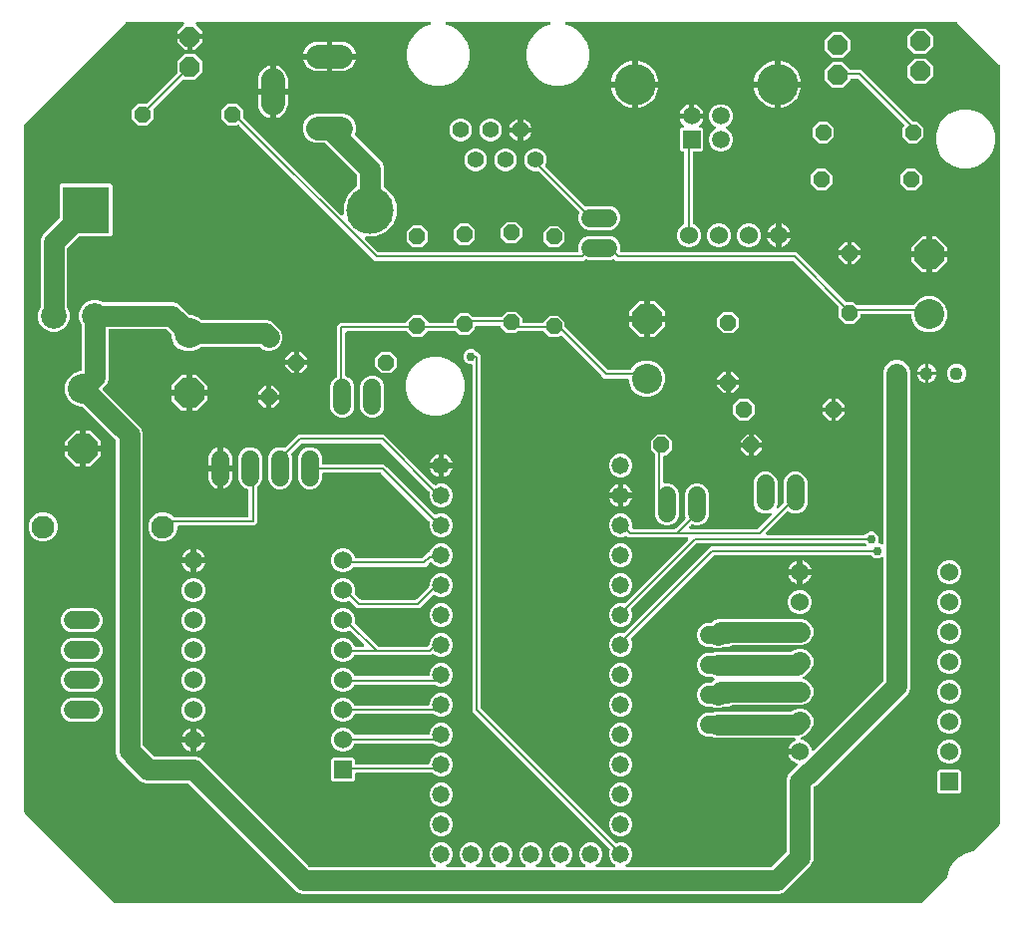
<source format=gbr>
G04 EAGLE Gerber RS-274X export*
G75*
%MOMM*%
%FSLAX34Y34*%
%LPD*%
%INTop Copper*%
%IPPOS*%
%AMOC8*
5,1,8,0,0,1.08239X$1,22.5*%
G01*
%ADD10C,1.524000*%
%ADD11P,1.429621X8X292.500000*%
%ADD12C,2.540000*%
%ADD13P,2.749271X8X292.500000*%
%ADD14P,1.429621X8X112.500000*%
%ADD15P,2.749271X8X112.500000*%
%ADD16C,1.930400*%
%ADD17R,4.016000X4.016000*%
%ADD18C,4.016000*%
%ADD19C,1.408000*%
%ADD20P,1.814519X8X112.500000*%
%ADD21P,1.429621X8X202.500000*%
%ADD22P,1.429621X8X22.500000*%
%ADD23C,2.184400*%
%ADD24C,1.473200*%
%ADD25R,1.530000X1.530000*%
%ADD26C,1.530000*%
%ADD27C,3.516000*%
%ADD28C,1.508000*%
%ADD29R,1.508000X1.508000*%
%ADD30C,1.524000*%
%ADD31C,2.000000*%
%ADD32C,1.108000*%
%ADD33R,1.108000X1.108000*%
%ADD34C,1.750000*%
%ADD35C,0.203200*%
%ADD36C,0.756400*%

G36*
X772290Y10935D02*
X772290Y10935D01*
X772389Y10938D01*
X772447Y10955D01*
X772508Y10963D01*
X772600Y10999D01*
X772695Y11027D01*
X772747Y11057D01*
X772803Y11080D01*
X772883Y11138D01*
X772969Y11188D01*
X773044Y11254D01*
X773061Y11266D01*
X773068Y11276D01*
X773089Y11294D01*
X794501Y32706D01*
X794557Y32779D01*
X794621Y32845D01*
X794654Y32904D01*
X794696Y32957D01*
X794732Y33042D01*
X794778Y33122D01*
X794815Y33233D01*
X794822Y33249D01*
X794823Y33257D01*
X794829Y33275D01*
X796554Y39712D01*
X799866Y45449D01*
X804551Y50134D01*
X810288Y53446D01*
X816725Y55171D01*
X816811Y55206D01*
X816900Y55231D01*
X816958Y55266D01*
X817020Y55291D01*
X817094Y55346D01*
X817174Y55393D01*
X817262Y55470D01*
X817275Y55481D01*
X817281Y55487D01*
X817294Y55499D01*
X838706Y76911D01*
X838766Y76989D01*
X838834Y77061D01*
X838863Y77114D01*
X838900Y77162D01*
X838940Y77253D01*
X838988Y77339D01*
X839003Y77398D01*
X839027Y77454D01*
X839042Y77552D01*
X839067Y77647D01*
X839073Y77747D01*
X839077Y77768D01*
X839075Y77780D01*
X839077Y77808D01*
X839077Y722192D01*
X839065Y722290D01*
X839062Y722389D01*
X839045Y722447D01*
X839037Y722508D01*
X839001Y722600D01*
X838973Y722695D01*
X838943Y722747D01*
X838920Y722803D01*
X838862Y722883D01*
X838812Y722969D01*
X838746Y723044D01*
X838734Y723061D01*
X838724Y723068D01*
X838706Y723089D01*
X803089Y758706D01*
X803011Y758766D01*
X802939Y758834D01*
X802886Y758863D01*
X802838Y758900D01*
X802747Y758940D01*
X802661Y758988D01*
X802602Y759003D01*
X802546Y759027D01*
X802448Y759042D01*
X802353Y759067D01*
X802253Y759073D01*
X802232Y759077D01*
X802220Y759075D01*
X802192Y759077D01*
X471195Y759077D01*
X471045Y759058D01*
X470892Y759041D01*
X470886Y759038D01*
X470879Y759037D01*
X470738Y758982D01*
X470595Y758927D01*
X470590Y758923D01*
X470583Y758920D01*
X470460Y758831D01*
X470336Y758743D01*
X470332Y758738D01*
X470326Y758734D01*
X470229Y758616D01*
X470131Y758500D01*
X470128Y758494D01*
X470123Y758489D01*
X470059Y758351D01*
X469992Y758214D01*
X469991Y758207D01*
X469988Y758201D01*
X469959Y758052D01*
X469929Y757902D01*
X469929Y757895D01*
X469928Y757889D01*
X469937Y757737D01*
X469945Y757584D01*
X469947Y757578D01*
X469948Y757571D01*
X469995Y757427D01*
X470040Y757281D01*
X470044Y757275D01*
X470046Y757269D01*
X470128Y757139D01*
X470207Y757010D01*
X470212Y757006D01*
X470216Y757000D01*
X470328Y756895D01*
X470437Y756790D01*
X470443Y756787D01*
X470448Y756782D01*
X470581Y756709D01*
X470714Y756633D01*
X470722Y756631D01*
X470726Y756628D01*
X470736Y756626D01*
X470866Y756582D01*
X474097Y755716D01*
X480120Y752239D01*
X485039Y747320D01*
X488516Y741297D01*
X490317Y734578D01*
X490317Y727622D01*
X488516Y720903D01*
X485039Y714880D01*
X480120Y709961D01*
X474097Y706484D01*
X467378Y704683D01*
X460422Y704683D01*
X453703Y706484D01*
X447680Y709961D01*
X442761Y714880D01*
X439284Y720903D01*
X437483Y727622D01*
X437483Y734578D01*
X439284Y741297D01*
X442761Y747320D01*
X447680Y752239D01*
X453703Y755716D01*
X456934Y756582D01*
X457075Y756640D01*
X457217Y756696D01*
X457222Y756700D01*
X457228Y756702D01*
X457351Y756793D01*
X457474Y756882D01*
X457478Y756888D01*
X457484Y756892D01*
X457579Y757010D01*
X457677Y757127D01*
X457680Y757134D01*
X457684Y757139D01*
X457747Y757277D01*
X457812Y757415D01*
X457813Y757422D01*
X457816Y757428D01*
X457843Y757578D01*
X457872Y757728D01*
X457872Y757734D01*
X457873Y757741D01*
X457862Y757894D01*
X457852Y758045D01*
X457850Y758051D01*
X457850Y758058D01*
X457801Y758204D01*
X457754Y758347D01*
X457751Y758353D01*
X457748Y758360D01*
X457665Y758488D01*
X457584Y758616D01*
X457579Y758621D01*
X457575Y758626D01*
X457463Y758730D01*
X457352Y758834D01*
X457347Y758837D01*
X457342Y758842D01*
X457206Y758915D01*
X457074Y758988D01*
X457067Y758989D01*
X457061Y758992D01*
X456913Y759029D01*
X456766Y759067D01*
X456757Y759068D01*
X456753Y759069D01*
X456742Y759069D01*
X456605Y759077D01*
X369595Y759077D01*
X369445Y759058D01*
X369292Y759041D01*
X369286Y759038D01*
X369279Y759037D01*
X369138Y758982D01*
X368995Y758927D01*
X368990Y758923D01*
X368983Y758920D01*
X368860Y758831D01*
X368736Y758743D01*
X368732Y758738D01*
X368726Y758734D01*
X368629Y758616D01*
X368531Y758500D01*
X368528Y758494D01*
X368523Y758489D01*
X368459Y758351D01*
X368392Y758214D01*
X368391Y758207D01*
X368388Y758201D01*
X368359Y758052D01*
X368329Y757902D01*
X368329Y757895D01*
X368328Y757889D01*
X368337Y757737D01*
X368345Y757584D01*
X368347Y757578D01*
X368348Y757571D01*
X368395Y757427D01*
X368440Y757281D01*
X368444Y757275D01*
X368446Y757269D01*
X368528Y757139D01*
X368607Y757010D01*
X368612Y757006D01*
X368616Y757000D01*
X368728Y756895D01*
X368837Y756790D01*
X368843Y756787D01*
X368848Y756782D01*
X368981Y756709D01*
X369114Y756633D01*
X369122Y756631D01*
X369126Y756628D01*
X369136Y756626D01*
X369266Y756582D01*
X372497Y755716D01*
X378520Y752239D01*
X383439Y747320D01*
X386916Y741297D01*
X388717Y734578D01*
X388717Y727622D01*
X386916Y720903D01*
X383439Y714880D01*
X378520Y709961D01*
X372497Y706484D01*
X365778Y704683D01*
X358822Y704683D01*
X352103Y706484D01*
X346080Y709961D01*
X341161Y714880D01*
X337684Y720903D01*
X335883Y727622D01*
X335883Y734578D01*
X337684Y741297D01*
X341161Y747320D01*
X346080Y752239D01*
X352103Y755716D01*
X355334Y756582D01*
X355475Y756640D01*
X355617Y756696D01*
X355622Y756700D01*
X355628Y756702D01*
X355751Y756793D01*
X355874Y756882D01*
X355878Y756888D01*
X355884Y756892D01*
X355979Y757010D01*
X356077Y757127D01*
X356080Y757134D01*
X356084Y757139D01*
X356147Y757277D01*
X356212Y757415D01*
X356213Y757422D01*
X356216Y757428D01*
X356243Y757578D01*
X356272Y757728D01*
X356272Y757734D01*
X356273Y757741D01*
X356262Y757894D01*
X356252Y758045D01*
X356250Y758051D01*
X356250Y758058D01*
X356201Y758204D01*
X356154Y758347D01*
X356151Y758353D01*
X356148Y758360D01*
X356065Y758488D01*
X355984Y758616D01*
X355979Y758621D01*
X355975Y758626D01*
X355863Y758730D01*
X355752Y758834D01*
X355747Y758837D01*
X355742Y758842D01*
X355606Y758915D01*
X355474Y758988D01*
X355467Y758989D01*
X355461Y758992D01*
X355313Y759029D01*
X355166Y759067D01*
X355157Y759068D01*
X355153Y759069D01*
X355142Y759069D01*
X355005Y759077D01*
X157734Y759077D01*
X157596Y759060D01*
X157458Y759047D01*
X157439Y759040D01*
X157418Y759037D01*
X157289Y758986D01*
X157158Y758939D01*
X157142Y758928D01*
X157123Y758920D01*
X157010Y758839D01*
X156895Y758761D01*
X156882Y758745D01*
X156865Y758734D01*
X156777Y758626D01*
X156685Y758522D01*
X156676Y758504D01*
X156663Y758489D01*
X156603Y758363D01*
X156540Y758239D01*
X156536Y758219D01*
X156527Y758201D01*
X156501Y758065D01*
X156471Y757929D01*
X156471Y757908D01*
X156467Y757889D01*
X156476Y757750D01*
X156480Y757611D01*
X156486Y757591D01*
X156487Y757571D01*
X156530Y757439D01*
X156569Y757305D01*
X156579Y757288D01*
X156585Y757269D01*
X156660Y757151D01*
X156730Y757031D01*
X156749Y757010D01*
X156755Y757000D01*
X156770Y756986D01*
X156837Y756911D01*
X162423Y751324D01*
X162423Y748831D01*
X152262Y748831D01*
X152144Y748816D01*
X152025Y748809D01*
X151987Y748796D01*
X151947Y748791D01*
X151836Y748748D01*
X151723Y748711D01*
X151689Y748689D01*
X151651Y748674D01*
X151555Y748605D01*
X151503Y748571D01*
X151485Y748588D01*
X151450Y748608D01*
X151418Y748633D01*
X151311Y748684D01*
X151206Y748742D01*
X151167Y748752D01*
X151131Y748769D01*
X151014Y748791D01*
X150898Y748821D01*
X150838Y748825D01*
X150818Y748829D01*
X150798Y748827D01*
X150738Y748831D01*
X140577Y748831D01*
X140577Y751324D01*
X146163Y756911D01*
X146249Y757020D01*
X146337Y757127D01*
X146346Y757146D01*
X146358Y757162D01*
X146414Y757290D01*
X146473Y757415D01*
X146477Y757435D01*
X146485Y757454D01*
X146507Y757592D01*
X146533Y757728D01*
X146531Y757748D01*
X146535Y757768D01*
X146522Y757907D01*
X146513Y758045D01*
X146507Y758064D01*
X146505Y758084D01*
X146458Y758216D01*
X146415Y758347D01*
X146404Y758365D01*
X146397Y758384D01*
X146319Y758499D01*
X146245Y758616D01*
X146230Y758630D01*
X146219Y758647D01*
X146114Y758739D01*
X146013Y758834D01*
X145995Y758844D01*
X145980Y758857D01*
X145856Y758921D01*
X145735Y758988D01*
X145715Y758993D01*
X145697Y759002D01*
X145561Y759032D01*
X145427Y759067D01*
X145399Y759069D01*
X145387Y759072D01*
X145366Y759071D01*
X145266Y759077D01*
X97808Y759077D01*
X97710Y759065D01*
X97611Y759062D01*
X97553Y759045D01*
X97492Y759037D01*
X97400Y759001D01*
X97305Y758973D01*
X97253Y758943D01*
X97197Y758920D01*
X97117Y758862D01*
X97031Y758812D01*
X96956Y758746D01*
X96939Y758734D01*
X96932Y758724D01*
X96911Y758706D01*
X11294Y673089D01*
X11234Y673011D01*
X11166Y672939D01*
X11143Y672897D01*
X11131Y672883D01*
X11125Y672872D01*
X11100Y672838D01*
X11060Y672747D01*
X11012Y672661D01*
X10997Y672602D01*
X10973Y672546D01*
X10958Y672448D01*
X10933Y672353D01*
X10927Y672253D01*
X10923Y672232D01*
X10925Y672220D01*
X10923Y672192D01*
X10923Y87808D01*
X10935Y87710D01*
X10938Y87611D01*
X10955Y87553D01*
X10963Y87492D01*
X10999Y87400D01*
X11027Y87305D01*
X11057Y87253D01*
X11080Y87197D01*
X11138Y87117D01*
X11188Y87031D01*
X11254Y86956D01*
X11266Y86939D01*
X11276Y86932D01*
X11294Y86911D01*
X86911Y11294D01*
X86989Y11234D01*
X87061Y11166D01*
X87114Y11137D01*
X87162Y11100D01*
X87253Y11060D01*
X87339Y11012D01*
X87398Y10997D01*
X87454Y10973D01*
X87552Y10958D01*
X87647Y10933D01*
X87747Y10927D01*
X87768Y10923D01*
X87780Y10925D01*
X87808Y10923D01*
X772192Y10923D01*
X772290Y10935D01*
G37*
%LPC*%
G36*
X246354Y18709D02*
X246354Y18709D01*
X242204Y20428D01*
X150195Y112438D01*
X150117Y112498D01*
X150045Y112566D01*
X149992Y112595D01*
X149944Y112632D01*
X149853Y112672D01*
X149766Y112720D01*
X149708Y112735D01*
X149652Y112759D01*
X149554Y112774D01*
X149458Y112799D01*
X149358Y112805D01*
X149338Y112809D01*
X149325Y112807D01*
X149297Y112809D01*
X113654Y112809D01*
X109504Y114528D01*
X90428Y133604D01*
X88709Y137754D01*
X88709Y403197D01*
X88697Y403296D01*
X88694Y403395D01*
X88677Y403453D01*
X88669Y403513D01*
X88633Y403605D01*
X88605Y403700D01*
X88575Y403752D01*
X88552Y403809D01*
X88494Y403889D01*
X88444Y403974D01*
X88378Y404050D01*
X88366Y404066D01*
X88356Y404074D01*
X88338Y404095D01*
X60345Y432088D01*
X60267Y432148D01*
X60195Y432216D01*
X60142Y432245D01*
X60094Y432282D01*
X60003Y432322D01*
X59916Y432370D01*
X59858Y432385D01*
X59802Y432409D01*
X59704Y432424D01*
X59608Y432449D01*
X59508Y432455D01*
X59488Y432459D01*
X59475Y432457D01*
X59447Y432459D01*
X57668Y432459D01*
X52067Y434780D01*
X47780Y439067D01*
X45459Y444668D01*
X45459Y450732D01*
X47780Y456333D01*
X52067Y460620D01*
X57668Y462941D01*
X58340Y462941D01*
X58458Y462956D01*
X58577Y462963D01*
X58615Y462976D01*
X58656Y462981D01*
X58766Y463024D01*
X58879Y463061D01*
X58914Y463083D01*
X58951Y463098D01*
X59047Y463167D01*
X59148Y463231D01*
X59176Y463261D01*
X59209Y463284D01*
X59285Y463376D01*
X59366Y463463D01*
X59386Y463498D01*
X59411Y463529D01*
X59462Y463637D01*
X59520Y463741D01*
X59530Y463781D01*
X59547Y463817D01*
X59569Y463934D01*
X59599Y464049D01*
X59603Y464109D01*
X59607Y464129D01*
X59605Y464150D01*
X59609Y464210D01*
X59609Y501626D01*
X59608Y501635D01*
X59609Y501644D01*
X59588Y501793D01*
X59569Y501941D01*
X59566Y501950D01*
X59565Y501959D01*
X59513Y502112D01*
X57437Y507122D01*
X57437Y512478D01*
X59487Y517426D01*
X63274Y521213D01*
X68222Y523263D01*
X73578Y523263D01*
X78588Y521187D01*
X78597Y521185D01*
X78605Y521180D01*
X78751Y521143D01*
X78895Y521103D01*
X78904Y521103D01*
X78913Y521101D01*
X79074Y521091D01*
X137946Y521091D01*
X142096Y519372D01*
X151055Y510412D01*
X151133Y510352D01*
X151205Y510284D01*
X151258Y510255D01*
X151306Y510218D01*
X151397Y510178D01*
X151484Y510130D01*
X151542Y510115D01*
X151598Y510091D01*
X151696Y510076D01*
X151792Y510051D01*
X151892Y510045D01*
X151912Y510041D01*
X151925Y510043D01*
X151953Y510041D01*
X153732Y510041D01*
X159333Y507720D01*
X160591Y506462D01*
X160669Y506402D01*
X160742Y506334D01*
X160795Y506305D01*
X160842Y506268D01*
X160933Y506228D01*
X161020Y506180D01*
X161079Y506165D01*
X161134Y506141D01*
X161232Y506126D01*
X161328Y506101D01*
X161428Y506095D01*
X161448Y506091D01*
X161461Y506093D01*
X161489Y506091D01*
X217446Y506091D01*
X221596Y504372D01*
X228072Y497896D01*
X229791Y493746D01*
X229791Y489254D01*
X228072Y485104D01*
X224896Y481928D01*
X220746Y480209D01*
X216254Y480209D01*
X212104Y481928D01*
X210895Y483138D01*
X210817Y483198D01*
X210745Y483266D01*
X210692Y483295D01*
X210644Y483332D01*
X210553Y483372D01*
X210466Y483420D01*
X210408Y483435D01*
X210352Y483459D01*
X210254Y483474D01*
X210158Y483499D01*
X210058Y483505D01*
X210038Y483509D01*
X210025Y483507D01*
X209997Y483509D01*
X161489Y483509D01*
X161390Y483497D01*
X161291Y483494D01*
X161233Y483477D01*
X161173Y483469D01*
X161081Y483433D01*
X160986Y483405D01*
X160934Y483375D01*
X160877Y483352D01*
X160797Y483294D01*
X160712Y483244D01*
X160637Y483178D01*
X160620Y483166D01*
X160612Y483156D01*
X160591Y483138D01*
X159333Y481880D01*
X153732Y479559D01*
X147668Y479559D01*
X142067Y481880D01*
X137780Y486167D01*
X135459Y491768D01*
X135459Y493547D01*
X135447Y493646D01*
X135444Y493745D01*
X135427Y493803D01*
X135419Y493863D01*
X135383Y493955D01*
X135355Y494050D01*
X135325Y494102D01*
X135302Y494159D01*
X135244Y494239D01*
X135194Y494324D01*
X135128Y494400D01*
X135116Y494416D01*
X135106Y494424D01*
X135088Y494445D01*
X131395Y498138D01*
X131317Y498198D01*
X131245Y498266D01*
X131192Y498295D01*
X131144Y498332D01*
X131053Y498372D01*
X130966Y498420D01*
X130908Y498435D01*
X130852Y498459D01*
X130754Y498474D01*
X130658Y498499D01*
X130558Y498505D01*
X130538Y498509D01*
X130525Y498507D01*
X130497Y498509D01*
X83460Y498509D01*
X83342Y498494D01*
X83223Y498487D01*
X83185Y498474D01*
X83144Y498469D01*
X83034Y498426D01*
X82921Y498389D01*
X82886Y498367D01*
X82849Y498352D01*
X82753Y498283D01*
X82652Y498219D01*
X82624Y498189D01*
X82591Y498166D01*
X82515Y498074D01*
X82434Y497987D01*
X82414Y497952D01*
X82389Y497921D01*
X82338Y497813D01*
X82280Y497709D01*
X82270Y497669D01*
X82253Y497633D01*
X82231Y497516D01*
X82201Y497401D01*
X82197Y497341D01*
X82193Y497321D01*
X82195Y497300D01*
X82191Y497240D01*
X82191Y455654D01*
X80472Y451504D01*
X77565Y448598D01*
X77492Y448503D01*
X77413Y448414D01*
X77395Y448378D01*
X77370Y448346D01*
X77323Y448237D01*
X77269Y448131D01*
X77260Y448092D01*
X77244Y448054D01*
X77225Y447937D01*
X77199Y447821D01*
X77200Y447780D01*
X77194Y447740D01*
X77205Y447622D01*
X77209Y447503D01*
X77220Y447464D01*
X77224Y447424D01*
X77264Y447311D01*
X77297Y447197D01*
X77318Y447163D01*
X77331Y447124D01*
X77398Y447026D01*
X77459Y446923D01*
X77498Y446878D01*
X77510Y446861D01*
X77525Y446848D01*
X77565Y446803D01*
X109572Y414796D01*
X111291Y410646D01*
X111291Y145203D01*
X111303Y145104D01*
X111306Y145005D01*
X111323Y144947D01*
X111331Y144887D01*
X111367Y144795D01*
X111395Y144700D01*
X111425Y144648D01*
X111448Y144591D01*
X111506Y144511D01*
X111556Y144426D01*
X111622Y144350D01*
X111634Y144334D01*
X111644Y144326D01*
X111662Y144305D01*
X120205Y135762D01*
X120283Y135702D01*
X120355Y135634D01*
X120408Y135605D01*
X120456Y135568D01*
X120547Y135528D01*
X120634Y135480D01*
X120692Y135465D01*
X120748Y135441D01*
X120846Y135426D01*
X120942Y135401D01*
X121042Y135395D01*
X121062Y135391D01*
X121075Y135393D01*
X121103Y135391D01*
X156746Y135391D01*
X160896Y133672D01*
X252905Y41662D01*
X252983Y41602D01*
X253055Y41534D01*
X253108Y41505D01*
X253156Y41468D01*
X253247Y41428D01*
X253334Y41380D01*
X253392Y41365D01*
X253448Y41341D01*
X253546Y41326D01*
X253642Y41301D01*
X253742Y41295D01*
X253762Y41291D01*
X253775Y41293D01*
X253803Y41291D01*
X359352Y41291D01*
X359421Y41299D01*
X359491Y41298D01*
X359578Y41319D01*
X359667Y41331D01*
X359732Y41356D01*
X359800Y41373D01*
X359879Y41415D01*
X359963Y41448D01*
X360019Y41489D01*
X360081Y41521D01*
X360147Y41582D01*
X360220Y41634D01*
X360265Y41688D01*
X360316Y41735D01*
X360366Y41810D01*
X360423Y41879D01*
X360453Y41943D01*
X360491Y42001D01*
X360520Y42086D01*
X360559Y42167D01*
X360572Y42236D01*
X360594Y42302D01*
X360601Y42391D01*
X360618Y42479D01*
X360614Y42549D01*
X360620Y42619D01*
X360604Y42707D01*
X360599Y42797D01*
X360577Y42863D01*
X360565Y42932D01*
X360528Y43014D01*
X360501Y43099D01*
X360463Y43158D01*
X360435Y43222D01*
X360379Y43292D01*
X360330Y43368D01*
X360280Y43416D01*
X360236Y43470D01*
X360164Y43524D01*
X360099Y43586D01*
X360038Y43620D01*
X359982Y43662D01*
X359837Y43733D01*
X359188Y44001D01*
X356401Y46788D01*
X354893Y50429D01*
X354893Y54371D01*
X356401Y58012D01*
X359188Y60799D01*
X362829Y62307D01*
X366771Y62307D01*
X370412Y60799D01*
X373199Y58012D01*
X374707Y54371D01*
X374707Y50429D01*
X373199Y46788D01*
X370412Y44001D01*
X369763Y43733D01*
X369702Y43698D01*
X369637Y43672D01*
X369564Y43620D01*
X369486Y43575D01*
X369436Y43527D01*
X369380Y43486D01*
X369322Y43416D01*
X369258Y43354D01*
X369221Y43294D01*
X369177Y43241D01*
X369139Y43159D01*
X369092Y43083D01*
X369071Y43016D01*
X369041Y42953D01*
X369025Y42865D01*
X368998Y42779D01*
X368995Y42709D01*
X368982Y42640D01*
X368987Y42551D01*
X368983Y42461D01*
X368997Y42393D01*
X369001Y42323D01*
X369029Y42238D01*
X369047Y42150D01*
X369078Y42087D01*
X369099Y42021D01*
X369147Y41945D01*
X369187Y41864D01*
X369232Y41811D01*
X369270Y41752D01*
X369335Y41690D01*
X369393Y41622D01*
X369450Y41582D01*
X369501Y41534D01*
X369580Y41490D01*
X369653Y41439D01*
X369719Y41414D01*
X369780Y41380D01*
X369867Y41358D01*
X369951Y41326D01*
X370020Y41318D01*
X370088Y41301D01*
X370248Y41291D01*
X384752Y41291D01*
X384821Y41299D01*
X384891Y41298D01*
X384978Y41319D01*
X385067Y41331D01*
X385132Y41356D01*
X385200Y41373D01*
X385279Y41415D01*
X385363Y41448D01*
X385419Y41489D01*
X385481Y41521D01*
X385547Y41582D01*
X385620Y41634D01*
X385665Y41688D01*
X385716Y41735D01*
X385766Y41810D01*
X385823Y41879D01*
X385853Y41943D01*
X385891Y42001D01*
X385920Y42086D01*
X385959Y42167D01*
X385972Y42236D01*
X385994Y42302D01*
X386001Y42391D01*
X386018Y42479D01*
X386014Y42549D01*
X386020Y42619D01*
X386004Y42707D01*
X385999Y42797D01*
X385977Y42863D01*
X385965Y42932D01*
X385928Y43014D01*
X385901Y43099D01*
X385863Y43158D01*
X385835Y43222D01*
X385779Y43292D01*
X385730Y43368D01*
X385680Y43416D01*
X385636Y43470D01*
X385564Y43524D01*
X385499Y43586D01*
X385438Y43620D01*
X385382Y43662D01*
X385237Y43733D01*
X384588Y44001D01*
X381801Y46788D01*
X380293Y50429D01*
X380293Y54371D01*
X381801Y58012D01*
X384588Y60799D01*
X388229Y62307D01*
X392171Y62307D01*
X395812Y60799D01*
X398599Y58012D01*
X400107Y54371D01*
X400107Y50429D01*
X398599Y46788D01*
X395812Y44001D01*
X395163Y43733D01*
X395102Y43698D01*
X395037Y43672D01*
X394964Y43620D01*
X394886Y43575D01*
X394836Y43527D01*
X394780Y43486D01*
X394722Y43416D01*
X394658Y43354D01*
X394621Y43294D01*
X394577Y43241D01*
X394539Y43159D01*
X394492Y43083D01*
X394471Y43016D01*
X394441Y42953D01*
X394425Y42865D01*
X394398Y42779D01*
X394395Y42709D01*
X394382Y42640D01*
X394387Y42551D01*
X394383Y42461D01*
X394397Y42393D01*
X394401Y42323D01*
X394429Y42238D01*
X394447Y42150D01*
X394478Y42087D01*
X394499Y42021D01*
X394547Y41945D01*
X394587Y41864D01*
X394632Y41811D01*
X394670Y41752D01*
X394735Y41690D01*
X394793Y41622D01*
X394850Y41582D01*
X394901Y41534D01*
X394980Y41490D01*
X395053Y41439D01*
X395119Y41414D01*
X395180Y41380D01*
X395267Y41358D01*
X395351Y41326D01*
X395420Y41318D01*
X395488Y41301D01*
X395648Y41291D01*
X410152Y41291D01*
X410221Y41299D01*
X410291Y41298D01*
X410378Y41319D01*
X410467Y41331D01*
X410532Y41356D01*
X410600Y41373D01*
X410679Y41415D01*
X410763Y41448D01*
X410819Y41489D01*
X410881Y41521D01*
X410947Y41582D01*
X411020Y41634D01*
X411065Y41688D01*
X411116Y41735D01*
X411166Y41810D01*
X411223Y41879D01*
X411253Y41943D01*
X411291Y42001D01*
X411320Y42086D01*
X411359Y42167D01*
X411372Y42236D01*
X411394Y42302D01*
X411401Y42391D01*
X411418Y42479D01*
X411414Y42549D01*
X411420Y42619D01*
X411404Y42707D01*
X411399Y42797D01*
X411377Y42863D01*
X411365Y42932D01*
X411328Y43014D01*
X411301Y43099D01*
X411263Y43158D01*
X411235Y43222D01*
X411179Y43292D01*
X411130Y43368D01*
X411080Y43416D01*
X411036Y43470D01*
X410964Y43524D01*
X410899Y43586D01*
X410838Y43620D01*
X410782Y43662D01*
X410637Y43733D01*
X409988Y44001D01*
X407201Y46788D01*
X405693Y50429D01*
X405693Y54371D01*
X407201Y58012D01*
X409988Y60799D01*
X413629Y62307D01*
X417571Y62307D01*
X421212Y60799D01*
X423999Y58012D01*
X425507Y54371D01*
X425507Y50429D01*
X423999Y46788D01*
X421212Y44001D01*
X420563Y43733D01*
X420502Y43698D01*
X420437Y43672D01*
X420364Y43620D01*
X420286Y43575D01*
X420236Y43527D01*
X420180Y43486D01*
X420122Y43416D01*
X420058Y43354D01*
X420021Y43294D01*
X419977Y43241D01*
X419939Y43159D01*
X419892Y43083D01*
X419871Y43016D01*
X419841Y42953D01*
X419825Y42865D01*
X419798Y42779D01*
X419795Y42709D01*
X419782Y42640D01*
X419787Y42551D01*
X419783Y42461D01*
X419797Y42393D01*
X419801Y42323D01*
X419829Y42238D01*
X419847Y42150D01*
X419878Y42087D01*
X419899Y42021D01*
X419947Y41945D01*
X419987Y41864D01*
X420032Y41811D01*
X420070Y41752D01*
X420135Y41690D01*
X420193Y41622D01*
X420250Y41582D01*
X420301Y41534D01*
X420380Y41490D01*
X420453Y41439D01*
X420519Y41414D01*
X420580Y41380D01*
X420667Y41358D01*
X420751Y41326D01*
X420820Y41318D01*
X420888Y41301D01*
X421048Y41291D01*
X435552Y41291D01*
X435621Y41299D01*
X435691Y41298D01*
X435778Y41319D01*
X435867Y41331D01*
X435932Y41356D01*
X436000Y41373D01*
X436079Y41415D01*
X436163Y41448D01*
X436219Y41489D01*
X436281Y41521D01*
X436347Y41582D01*
X436420Y41634D01*
X436465Y41688D01*
X436516Y41735D01*
X436566Y41810D01*
X436623Y41879D01*
X436653Y41943D01*
X436691Y42001D01*
X436720Y42086D01*
X436759Y42167D01*
X436772Y42236D01*
X436794Y42302D01*
X436801Y42391D01*
X436818Y42479D01*
X436814Y42549D01*
X436820Y42619D01*
X436804Y42707D01*
X436799Y42797D01*
X436777Y42863D01*
X436765Y42932D01*
X436728Y43014D01*
X436701Y43099D01*
X436663Y43158D01*
X436635Y43222D01*
X436579Y43292D01*
X436530Y43368D01*
X436480Y43416D01*
X436436Y43470D01*
X436364Y43524D01*
X436299Y43586D01*
X436238Y43620D01*
X436182Y43662D01*
X436037Y43733D01*
X435388Y44001D01*
X432601Y46788D01*
X431093Y50429D01*
X431093Y54371D01*
X432601Y58012D01*
X435388Y60799D01*
X439029Y62307D01*
X442971Y62307D01*
X446612Y60799D01*
X449399Y58012D01*
X450907Y54371D01*
X450907Y50429D01*
X449399Y46788D01*
X446612Y44001D01*
X445963Y43733D01*
X445902Y43698D01*
X445837Y43672D01*
X445764Y43620D01*
X445686Y43575D01*
X445636Y43527D01*
X445580Y43486D01*
X445522Y43416D01*
X445458Y43354D01*
X445421Y43294D01*
X445377Y43241D01*
X445339Y43159D01*
X445292Y43083D01*
X445271Y43016D01*
X445241Y42953D01*
X445225Y42865D01*
X445198Y42779D01*
X445195Y42709D01*
X445182Y42640D01*
X445187Y42551D01*
X445183Y42461D01*
X445197Y42393D01*
X445201Y42323D01*
X445229Y42238D01*
X445247Y42150D01*
X445278Y42087D01*
X445299Y42021D01*
X445347Y41945D01*
X445387Y41864D01*
X445432Y41811D01*
X445470Y41752D01*
X445535Y41690D01*
X445593Y41622D01*
X445650Y41582D01*
X445701Y41534D01*
X445780Y41490D01*
X445853Y41439D01*
X445919Y41414D01*
X445980Y41380D01*
X446067Y41358D01*
X446151Y41326D01*
X446220Y41318D01*
X446288Y41301D01*
X446448Y41291D01*
X460952Y41291D01*
X461021Y41299D01*
X461091Y41298D01*
X461178Y41319D01*
X461267Y41331D01*
X461332Y41356D01*
X461400Y41373D01*
X461479Y41415D01*
X461563Y41448D01*
X461619Y41489D01*
X461681Y41521D01*
X461747Y41582D01*
X461820Y41634D01*
X461865Y41688D01*
X461916Y41735D01*
X461966Y41810D01*
X462023Y41879D01*
X462053Y41943D01*
X462091Y42001D01*
X462120Y42086D01*
X462159Y42167D01*
X462172Y42236D01*
X462194Y42302D01*
X462201Y42391D01*
X462218Y42479D01*
X462214Y42549D01*
X462220Y42619D01*
X462204Y42707D01*
X462199Y42797D01*
X462177Y42863D01*
X462165Y42932D01*
X462128Y43014D01*
X462101Y43099D01*
X462063Y43158D01*
X462035Y43222D01*
X461979Y43292D01*
X461930Y43368D01*
X461880Y43416D01*
X461836Y43470D01*
X461764Y43524D01*
X461699Y43586D01*
X461638Y43620D01*
X461582Y43662D01*
X461437Y43733D01*
X460788Y44001D01*
X458001Y46788D01*
X456493Y50429D01*
X456493Y54371D01*
X458001Y58012D01*
X460788Y60799D01*
X464429Y62307D01*
X468371Y62307D01*
X472012Y60799D01*
X474799Y58012D01*
X476307Y54371D01*
X476307Y50429D01*
X474799Y46788D01*
X472012Y44001D01*
X471363Y43733D01*
X471302Y43698D01*
X471237Y43672D01*
X471164Y43620D01*
X471086Y43575D01*
X471036Y43527D01*
X470980Y43486D01*
X470922Y43416D01*
X470858Y43354D01*
X470821Y43294D01*
X470777Y43241D01*
X470739Y43159D01*
X470692Y43083D01*
X470671Y43016D01*
X470641Y42953D01*
X470625Y42865D01*
X470598Y42779D01*
X470595Y42709D01*
X470582Y42640D01*
X470587Y42551D01*
X470583Y42461D01*
X470597Y42393D01*
X470601Y42323D01*
X470629Y42238D01*
X470647Y42150D01*
X470678Y42087D01*
X470699Y42021D01*
X470747Y41945D01*
X470787Y41864D01*
X470832Y41811D01*
X470870Y41752D01*
X470935Y41690D01*
X470993Y41622D01*
X471050Y41582D01*
X471101Y41534D01*
X471180Y41490D01*
X471253Y41439D01*
X471319Y41414D01*
X471380Y41380D01*
X471467Y41358D01*
X471551Y41326D01*
X471620Y41318D01*
X471688Y41301D01*
X471848Y41291D01*
X486352Y41291D01*
X486421Y41299D01*
X486491Y41298D01*
X486578Y41319D01*
X486667Y41331D01*
X486732Y41356D01*
X486800Y41373D01*
X486879Y41415D01*
X486963Y41448D01*
X487019Y41489D01*
X487081Y41521D01*
X487147Y41582D01*
X487220Y41634D01*
X487265Y41688D01*
X487316Y41735D01*
X487366Y41810D01*
X487423Y41879D01*
X487453Y41943D01*
X487491Y42001D01*
X487520Y42086D01*
X487559Y42167D01*
X487572Y42236D01*
X487594Y42302D01*
X487601Y42391D01*
X487618Y42479D01*
X487614Y42549D01*
X487620Y42619D01*
X487604Y42707D01*
X487599Y42797D01*
X487577Y42863D01*
X487565Y42932D01*
X487528Y43014D01*
X487501Y43099D01*
X487463Y43158D01*
X487435Y43222D01*
X487379Y43292D01*
X487330Y43368D01*
X487280Y43416D01*
X487236Y43470D01*
X487164Y43524D01*
X487099Y43586D01*
X487038Y43620D01*
X486982Y43662D01*
X486837Y43733D01*
X486188Y44001D01*
X483401Y46788D01*
X481893Y50429D01*
X481893Y54371D01*
X483401Y58012D01*
X486188Y60799D01*
X489829Y62307D01*
X493771Y62307D01*
X497412Y60799D01*
X500199Y58012D01*
X501707Y54371D01*
X501707Y50429D01*
X500199Y46788D01*
X497412Y44001D01*
X496763Y43733D01*
X496702Y43698D01*
X496637Y43672D01*
X496564Y43620D01*
X496486Y43575D01*
X496436Y43527D01*
X496380Y43486D01*
X496322Y43416D01*
X496258Y43354D01*
X496221Y43294D01*
X496177Y43241D01*
X496139Y43159D01*
X496092Y43083D01*
X496071Y43016D01*
X496041Y42953D01*
X496025Y42865D01*
X495998Y42779D01*
X495995Y42709D01*
X495982Y42640D01*
X495987Y42551D01*
X495983Y42461D01*
X495997Y42393D01*
X496001Y42323D01*
X496029Y42238D01*
X496047Y42150D01*
X496078Y42087D01*
X496099Y42021D01*
X496147Y41945D01*
X496187Y41864D01*
X496232Y41811D01*
X496270Y41752D01*
X496335Y41690D01*
X496393Y41622D01*
X496450Y41582D01*
X496501Y41534D01*
X496580Y41490D01*
X496653Y41439D01*
X496719Y41414D01*
X496780Y41380D01*
X496867Y41358D01*
X496951Y41326D01*
X497020Y41318D01*
X497088Y41301D01*
X497248Y41291D01*
X511752Y41291D01*
X511821Y41299D01*
X511891Y41298D01*
X511978Y41319D01*
X512067Y41331D01*
X512132Y41356D01*
X512200Y41373D01*
X512279Y41415D01*
X512363Y41448D01*
X512419Y41489D01*
X512481Y41521D01*
X512547Y41582D01*
X512620Y41634D01*
X512665Y41688D01*
X512716Y41735D01*
X512766Y41810D01*
X512823Y41879D01*
X512853Y41943D01*
X512891Y42001D01*
X512920Y42086D01*
X512959Y42167D01*
X512972Y42236D01*
X512994Y42302D01*
X513001Y42391D01*
X513018Y42479D01*
X513014Y42549D01*
X513020Y42619D01*
X513004Y42707D01*
X512999Y42797D01*
X512977Y42863D01*
X512965Y42932D01*
X512928Y43014D01*
X512901Y43099D01*
X512863Y43158D01*
X512835Y43222D01*
X512779Y43292D01*
X512730Y43368D01*
X512680Y43416D01*
X512636Y43470D01*
X512564Y43524D01*
X512499Y43586D01*
X512438Y43620D01*
X512382Y43662D01*
X512237Y43733D01*
X511588Y44001D01*
X508801Y46788D01*
X507293Y50429D01*
X507293Y54371D01*
X507937Y55925D01*
X507945Y55953D01*
X507958Y55980D01*
X507987Y56106D01*
X508021Y56232D01*
X508021Y56261D01*
X508028Y56290D01*
X508024Y56420D01*
X508026Y56550D01*
X508019Y56578D01*
X508018Y56608D01*
X507982Y56732D01*
X507952Y56859D01*
X507938Y56885D01*
X507930Y56913D01*
X507864Y57025D01*
X507803Y57140D01*
X507783Y57162D01*
X507768Y57187D01*
X507662Y57308D01*
X391443Y173527D01*
X391443Y467408D01*
X391428Y467526D01*
X391421Y467645D01*
X391408Y467683D01*
X391403Y467724D01*
X391360Y467834D01*
X391323Y467947D01*
X391301Y467982D01*
X391286Y468019D01*
X391217Y468115D01*
X391153Y468216D01*
X391123Y468244D01*
X391100Y468277D01*
X391008Y468353D01*
X390921Y468434D01*
X390886Y468454D01*
X390855Y468479D01*
X390747Y468530D01*
X390643Y468588D01*
X390603Y468598D01*
X390567Y468615D01*
X390450Y468637D01*
X390335Y468667D01*
X390275Y468671D01*
X390255Y468675D01*
X390234Y468673D01*
X390174Y468677D01*
X388742Y468677D01*
X386418Y469640D01*
X384640Y471418D01*
X383677Y473742D01*
X383677Y476258D01*
X384640Y478582D01*
X386418Y480360D01*
X388742Y481323D01*
X391258Y481323D01*
X393582Y480360D01*
X395013Y478928D01*
X395091Y478868D01*
X395164Y478800D01*
X395217Y478771D01*
X395264Y478734D01*
X395355Y478694D01*
X395442Y478646D01*
X395501Y478631D01*
X395556Y478607D01*
X395654Y478592D01*
X395750Y478567D01*
X395850Y478561D01*
X395870Y478557D01*
X395883Y478559D01*
X395911Y478557D01*
X396473Y478557D01*
X398557Y476473D01*
X398557Y176999D01*
X398569Y176901D01*
X398572Y176802D01*
X398589Y176744D01*
X398597Y176683D01*
X398633Y176591D01*
X398661Y176496D01*
X398691Y176444D01*
X398714Y176388D01*
X398772Y176308D01*
X398822Y176222D01*
X398888Y176147D01*
X398900Y176130D01*
X398910Y176123D01*
X398928Y176101D01*
X512858Y62172D01*
X512881Y62154D01*
X512900Y62132D01*
X513006Y62057D01*
X513109Y61977D01*
X513136Y61966D01*
X513160Y61949D01*
X513281Y61903D01*
X513401Y61851D01*
X513430Y61846D01*
X513458Y61836D01*
X513586Y61822D01*
X513715Y61801D01*
X513744Y61804D01*
X513774Y61801D01*
X513902Y61819D01*
X514031Y61831D01*
X514059Y61841D01*
X514088Y61845D01*
X514241Y61897D01*
X515229Y62307D01*
X519171Y62307D01*
X522812Y60799D01*
X525599Y58012D01*
X527107Y54371D01*
X527107Y50429D01*
X525599Y46788D01*
X522812Y44001D01*
X522163Y43733D01*
X522102Y43698D01*
X522037Y43672D01*
X521964Y43620D01*
X521886Y43575D01*
X521836Y43527D01*
X521780Y43486D01*
X521722Y43416D01*
X521658Y43354D01*
X521621Y43294D01*
X521577Y43241D01*
X521539Y43159D01*
X521492Y43083D01*
X521471Y43016D01*
X521441Y42953D01*
X521425Y42865D01*
X521398Y42779D01*
X521395Y42709D01*
X521382Y42640D01*
X521387Y42551D01*
X521383Y42461D01*
X521397Y42393D01*
X521401Y42323D01*
X521429Y42238D01*
X521447Y42150D01*
X521478Y42087D01*
X521499Y42021D01*
X521547Y41945D01*
X521587Y41864D01*
X521632Y41811D01*
X521670Y41752D01*
X521735Y41690D01*
X521793Y41622D01*
X521850Y41582D01*
X521901Y41534D01*
X521980Y41490D01*
X522053Y41439D01*
X522119Y41414D01*
X522180Y41380D01*
X522267Y41358D01*
X522351Y41326D01*
X522420Y41318D01*
X522488Y41301D01*
X522648Y41291D01*
X644797Y41291D01*
X644896Y41303D01*
X644995Y41306D01*
X645053Y41323D01*
X645113Y41331D01*
X645205Y41367D01*
X645300Y41395D01*
X645352Y41425D01*
X645409Y41448D01*
X645489Y41506D01*
X645574Y41556D01*
X645650Y41622D01*
X645666Y41634D01*
X645674Y41644D01*
X645695Y41662D01*
X657738Y53705D01*
X657798Y53783D01*
X657866Y53855D01*
X657895Y53908D01*
X657932Y53956D01*
X657972Y54047D01*
X658020Y54134D01*
X658035Y54192D01*
X658059Y54248D01*
X658074Y54346D01*
X658099Y54442D01*
X658105Y54542D01*
X658109Y54562D01*
X658107Y54575D01*
X658109Y54603D01*
X658109Y116346D01*
X659828Y120496D01*
X666110Y126777D01*
X666967Y127635D01*
X667028Y127713D01*
X667096Y127786D01*
X667125Y127839D01*
X667162Y127886D01*
X667202Y127977D01*
X667250Y128064D01*
X667265Y128123D01*
X667289Y128178D01*
X667304Y128276D01*
X667329Y128372D01*
X667329Y128432D01*
X667338Y128492D01*
X667329Y128591D01*
X667329Y128690D01*
X667314Y128749D01*
X667309Y128809D01*
X667275Y128902D01*
X667250Y128998D01*
X667221Y129051D01*
X667201Y129108D01*
X667145Y129190D01*
X667097Y129277D01*
X667056Y129321D01*
X667022Y129371D01*
X666948Y129437D01*
X666880Y129509D01*
X666829Y129542D01*
X666784Y129582D01*
X666696Y129627D01*
X666612Y129680D01*
X666519Y129717D01*
X666501Y129726D01*
X666489Y129729D01*
X666462Y129739D01*
X665488Y130056D01*
X664059Y130784D01*
X662761Y131727D01*
X661627Y132861D01*
X660684Y134159D01*
X659956Y135588D01*
X659510Y136961D01*
X668130Y136961D01*
X668248Y136976D01*
X668367Y136983D01*
X668405Y136996D01*
X668445Y137001D01*
X668556Y137044D01*
X668669Y137081D01*
X668703Y137103D01*
X668741Y137118D01*
X668837Y137188D01*
X668938Y137251D01*
X668966Y137281D01*
X668998Y137304D01*
X669074Y137396D01*
X669156Y137483D01*
X669175Y137518D01*
X669201Y137549D01*
X669252Y137657D01*
X669309Y137761D01*
X669320Y137801D01*
X669337Y137837D01*
X669359Y137954D01*
X669389Y138069D01*
X669393Y138130D01*
X669397Y138150D01*
X669395Y138170D01*
X669399Y138230D01*
X669399Y140770D01*
X669384Y140888D01*
X669377Y141007D01*
X669364Y141045D01*
X669359Y141085D01*
X669315Y141196D01*
X669279Y141309D01*
X669257Y141344D01*
X669242Y141381D01*
X669172Y141477D01*
X669109Y141578D01*
X669079Y141606D01*
X669055Y141639D01*
X668964Y141714D01*
X668877Y141796D01*
X668842Y141816D01*
X668810Y141841D01*
X668703Y141892D01*
X668598Y141950D01*
X668559Y141960D01*
X668523Y141977D01*
X668406Y141999D01*
X668291Y142029D01*
X668230Y142033D01*
X668210Y142037D01*
X668190Y142035D01*
X668130Y142039D01*
X659510Y142039D01*
X659956Y143412D01*
X660684Y144841D01*
X661627Y146139D01*
X662761Y147273D01*
X664059Y148216D01*
X665027Y148709D01*
X665043Y148720D01*
X665062Y148728D01*
X665175Y148809D01*
X665290Y148888D01*
X665303Y148903D01*
X665319Y148914D01*
X665408Y149022D01*
X665500Y149126D01*
X665509Y149144D01*
X665522Y149159D01*
X665581Y149286D01*
X665645Y149410D01*
X665649Y149429D01*
X665658Y149447D01*
X665684Y149584D01*
X665714Y149720D01*
X665714Y149740D01*
X665717Y149760D01*
X665709Y149899D01*
X665704Y150038D01*
X665699Y150057D01*
X665698Y150077D01*
X665655Y150209D01*
X665616Y150343D01*
X665606Y150361D01*
X665600Y150379D01*
X665525Y150497D01*
X665454Y150617D01*
X665440Y150631D01*
X665429Y150648D01*
X665328Y150744D01*
X665229Y150842D01*
X665212Y150852D01*
X665198Y150866D01*
X665076Y150933D01*
X664956Y151004D01*
X664937Y151010D01*
X664919Y151020D01*
X664785Y151054D01*
X664651Y151093D01*
X664631Y151094D01*
X664611Y151099D01*
X664451Y151109D01*
X597354Y151109D01*
X594859Y152143D01*
X594850Y152145D01*
X594842Y152150D01*
X594697Y152187D01*
X594553Y152227D01*
X594543Y152227D01*
X594534Y152229D01*
X594374Y152239D01*
X589959Y152239D01*
X586224Y153786D01*
X583366Y156644D01*
X581819Y160379D01*
X581819Y164421D01*
X583366Y168156D01*
X586224Y171014D01*
X589959Y172561D01*
X594374Y172561D01*
X594383Y172562D01*
X594392Y172561D01*
X594541Y172582D01*
X594689Y172601D01*
X594698Y172604D01*
X594707Y172605D01*
X594859Y172657D01*
X597354Y173691D01*
X661697Y173691D01*
X661796Y173703D01*
X661895Y173706D01*
X661953Y173723D01*
X662013Y173731D01*
X662105Y173767D01*
X662200Y173795D01*
X662252Y173825D01*
X662309Y173848D01*
X662389Y173906D01*
X662474Y173956D01*
X662550Y174022D01*
X662566Y174034D01*
X662574Y174044D01*
X662595Y174062D01*
X663004Y174472D01*
X667154Y176191D01*
X671646Y176191D01*
X675796Y174472D01*
X678972Y171296D01*
X680691Y167146D01*
X680691Y162654D01*
X678972Y158504D01*
X673296Y152828D01*
X671118Y151926D01*
X671006Y151862D01*
X670891Y151804D01*
X670868Y151784D01*
X670842Y151769D01*
X670749Y151679D01*
X670652Y151593D01*
X670635Y151569D01*
X670614Y151547D01*
X670546Y151437D01*
X670474Y151330D01*
X670463Y151302D01*
X670448Y151276D01*
X670410Y151153D01*
X670366Y151031D01*
X670363Y151001D01*
X670354Y150972D01*
X670348Y150844D01*
X670336Y150715D01*
X670340Y150685D01*
X670339Y150655D01*
X670365Y150528D01*
X670385Y150401D01*
X670397Y150373D01*
X670403Y150343D01*
X670460Y150227D01*
X670511Y150109D01*
X670530Y150085D01*
X670543Y150058D01*
X670627Y149959D01*
X670706Y149857D01*
X670730Y149839D01*
X670749Y149816D01*
X670855Y149741D01*
X670957Y149662D01*
X670984Y149650D01*
X671009Y149633D01*
X671130Y149587D01*
X671249Y149535D01*
X671291Y149526D01*
X671307Y149520D01*
X671328Y149517D01*
X671406Y149500D01*
X671786Y149440D01*
X673312Y148944D01*
X674741Y148216D01*
X676039Y147273D01*
X677173Y146139D01*
X678116Y144841D01*
X678844Y143412D01*
X679340Y141886D01*
X679396Y141529D01*
X679407Y141491D01*
X679411Y141451D01*
X679452Y141338D01*
X679485Y141223D01*
X679505Y141189D01*
X679519Y141152D01*
X679586Y141053D01*
X679647Y140950D01*
X679675Y140921D01*
X679697Y140889D01*
X679787Y140809D01*
X679872Y140725D01*
X679906Y140704D01*
X679936Y140678D01*
X680042Y140624D01*
X680145Y140563D01*
X680184Y140552D01*
X680219Y140533D01*
X680336Y140507D01*
X680451Y140474D01*
X680491Y140473D01*
X680529Y140464D01*
X680649Y140467D01*
X680769Y140464D01*
X680807Y140472D01*
X680847Y140473D01*
X680962Y140507D01*
X681079Y140533D01*
X681115Y140551D01*
X681153Y140562D01*
X681256Y140623D01*
X681363Y140677D01*
X681392Y140703D01*
X681427Y140723D01*
X681548Y140830D01*
X740088Y199370D01*
X740148Y199448D01*
X740216Y199520D01*
X740245Y199573D01*
X740282Y199621D01*
X740322Y199712D01*
X740370Y199799D01*
X740385Y199857D01*
X740409Y199913D01*
X740424Y200011D01*
X740449Y200107D01*
X740455Y200207D01*
X740459Y200227D01*
X740457Y200239D01*
X740459Y200267D01*
X740459Y303518D01*
X740453Y303567D01*
X740455Y303617D01*
X740433Y303724D01*
X740419Y303834D01*
X740401Y303880D01*
X740391Y303928D01*
X740343Y304027D01*
X740302Y304129D01*
X740273Y304169D01*
X740251Y304214D01*
X740180Y304298D01*
X740116Y304387D01*
X740077Y304418D01*
X740045Y304456D01*
X739955Y304519D01*
X739871Y304589D01*
X739826Y304611D01*
X739785Y304639D01*
X739682Y304678D01*
X739583Y304725D01*
X739534Y304734D01*
X739488Y304752D01*
X739378Y304764D01*
X739271Y304785D01*
X739221Y304782D01*
X739172Y304787D01*
X739063Y304772D01*
X738953Y304765D01*
X738906Y304750D01*
X738857Y304743D01*
X738704Y304691D01*
X736258Y303677D01*
X733742Y303677D01*
X731418Y304640D01*
X729987Y306072D01*
X729909Y306132D01*
X729836Y306200D01*
X729783Y306229D01*
X729736Y306266D01*
X729645Y306306D01*
X729558Y306354D01*
X729499Y306369D01*
X729444Y306393D01*
X729346Y306408D01*
X729250Y306433D01*
X729150Y306439D01*
X729130Y306443D01*
X729117Y306441D01*
X729089Y306443D01*
X596999Y306443D01*
X596901Y306431D01*
X596802Y306428D01*
X596744Y306411D01*
X596683Y306403D01*
X596591Y306367D01*
X596496Y306339D01*
X596444Y306309D01*
X596388Y306286D01*
X596308Y306228D01*
X596222Y306178D01*
X596147Y306112D01*
X596130Y306100D01*
X596123Y306090D01*
X596101Y306072D01*
X526269Y236239D01*
X526251Y236216D01*
X526229Y236197D01*
X526154Y236091D01*
X526074Y235988D01*
X526063Y235961D01*
X526046Y235937D01*
X526000Y235816D01*
X525948Y235696D01*
X525944Y235667D01*
X525933Y235640D01*
X525919Y235511D01*
X525898Y235382D01*
X525901Y235353D01*
X525898Y235324D01*
X525916Y235195D01*
X525928Y235066D01*
X525938Y235038D01*
X525942Y235009D01*
X525994Y234856D01*
X527107Y232171D01*
X527107Y228229D01*
X525599Y224588D01*
X522812Y221801D01*
X519171Y220293D01*
X515229Y220293D01*
X511588Y221801D01*
X508801Y224588D01*
X507293Y228229D01*
X507293Y232171D01*
X508801Y235812D01*
X511588Y238599D01*
X515229Y240107D01*
X519244Y240107D01*
X519334Y240082D01*
X519364Y240081D01*
X519393Y240075D01*
X519523Y240079D01*
X519652Y240077D01*
X519681Y240084D01*
X519711Y240085D01*
X519836Y240121D01*
X519962Y240151D01*
X519988Y240165D01*
X520016Y240173D01*
X520128Y240239D01*
X520243Y240300D01*
X520265Y240320D01*
X520290Y240335D01*
X520411Y240441D01*
X591072Y311101D01*
X593527Y313557D01*
X724437Y313557D01*
X724575Y313574D01*
X724714Y313587D01*
X724733Y313594D01*
X724753Y313597D01*
X724882Y313648D01*
X725013Y313695D01*
X725030Y313706D01*
X725049Y313714D01*
X725161Y313795D01*
X725276Y313873D01*
X725290Y313889D01*
X725306Y313900D01*
X725395Y314008D01*
X725487Y314112D01*
X725496Y314130D01*
X725509Y314145D01*
X725568Y314271D01*
X725631Y314395D01*
X725636Y314415D01*
X725644Y314433D01*
X725670Y314569D01*
X725701Y314705D01*
X725700Y314726D01*
X725704Y314745D01*
X725695Y314884D01*
X725691Y315023D01*
X725686Y315043D01*
X725684Y315063D01*
X725642Y315195D01*
X725603Y315329D01*
X725592Y315346D01*
X725586Y315365D01*
X725512Y315483D01*
X725441Y315603D01*
X725423Y315624D01*
X725416Y315634D01*
X725401Y315648D01*
X725335Y315724D01*
X724987Y316072D01*
X724909Y316132D01*
X724836Y316200D01*
X724783Y316229D01*
X724735Y316266D01*
X724645Y316306D01*
X724558Y316354D01*
X724499Y316369D01*
X724444Y316393D01*
X724346Y316408D01*
X724250Y316433D01*
X724150Y316439D01*
X724130Y316443D01*
X724117Y316441D01*
X724089Y316443D01*
X581999Y316443D01*
X581901Y316431D01*
X581802Y316428D01*
X581744Y316411D01*
X581683Y316403D01*
X581591Y316367D01*
X581496Y316339D01*
X581444Y316309D01*
X581388Y316286D01*
X581308Y316228D01*
X581222Y316178D01*
X581147Y316112D01*
X581130Y316100D01*
X581123Y316090D01*
X581101Y316072D01*
X526387Y261357D01*
X526368Y261333D01*
X526346Y261314D01*
X526271Y261208D01*
X526192Y261105D01*
X526180Y261078D01*
X526163Y261054D01*
X526117Y260933D01*
X526065Y260814D01*
X526061Y260784D01*
X526050Y260757D01*
X526036Y260628D01*
X526015Y260499D01*
X526018Y260470D01*
X526015Y260441D01*
X526033Y260312D01*
X526045Y260183D01*
X526055Y260155D01*
X526059Y260126D01*
X526111Y259973D01*
X527107Y257571D01*
X527107Y253629D01*
X525599Y249988D01*
X522812Y247201D01*
X519171Y245693D01*
X515229Y245693D01*
X511588Y247201D01*
X508801Y249988D01*
X507293Y253629D01*
X507293Y257571D01*
X508801Y261212D01*
X511588Y263999D01*
X515229Y265507D01*
X519171Y265507D01*
X519311Y265449D01*
X519339Y265441D01*
X519365Y265427D01*
X519492Y265399D01*
X519617Y265365D01*
X519647Y265364D01*
X519676Y265358D01*
X519806Y265362D01*
X519935Y265360D01*
X519964Y265367D01*
X519994Y265367D01*
X520118Y265404D01*
X520245Y265434D01*
X520271Y265448D01*
X520299Y265456D01*
X520411Y265522D01*
X520526Y265583D01*
X520548Y265602D01*
X520573Y265617D01*
X520694Y265724D01*
X574247Y319277D01*
X574332Y319386D01*
X574420Y319493D01*
X574429Y319512D01*
X574442Y319528D01*
X574497Y319656D01*
X574556Y319781D01*
X574560Y319801D01*
X574568Y319820D01*
X574590Y319958D01*
X574616Y320094D01*
X574615Y320114D01*
X574618Y320134D01*
X574605Y320273D01*
X574596Y320411D01*
X574590Y320430D01*
X574588Y320450D01*
X574541Y320582D01*
X574498Y320713D01*
X574487Y320731D01*
X574480Y320750D01*
X574402Y320865D01*
X574328Y320982D01*
X574313Y320996D01*
X574302Y321013D01*
X574198Y321105D01*
X574096Y321200D01*
X574078Y321210D01*
X574063Y321223D01*
X573940Y321286D01*
X573818Y321354D01*
X573798Y321359D01*
X573780Y321368D01*
X573644Y321398D01*
X573510Y321433D01*
X573482Y321435D01*
X573470Y321438D01*
X573449Y321437D01*
X573349Y321443D01*
X523527Y321443D01*
X522532Y322438D01*
X522509Y322456D01*
X522490Y322478D01*
X522384Y322553D01*
X522281Y322633D01*
X522254Y322644D01*
X522230Y322661D01*
X522108Y322707D01*
X521989Y322759D01*
X521960Y322764D01*
X521932Y322774D01*
X521803Y322788D01*
X521675Y322809D01*
X521646Y322806D01*
X521616Y322809D01*
X521488Y322791D01*
X521359Y322779D01*
X521331Y322769D01*
X521301Y322765D01*
X521149Y322713D01*
X519171Y321893D01*
X515229Y321893D01*
X511588Y323401D01*
X508801Y326188D01*
X507293Y329829D01*
X507293Y333771D01*
X508801Y337412D01*
X511588Y340199D01*
X515229Y341707D01*
X519171Y341707D01*
X522812Y340199D01*
X525599Y337412D01*
X527107Y333771D01*
X527107Y329826D01*
X527122Y329708D01*
X527129Y329589D01*
X527142Y329551D01*
X527147Y329510D01*
X527190Y329400D01*
X527227Y329287D01*
X527249Y329252D01*
X527264Y329215D01*
X527333Y329119D01*
X527397Y329018D01*
X527427Y328990D01*
X527450Y328957D01*
X527542Y328881D01*
X527629Y328800D01*
X527664Y328780D01*
X527695Y328755D01*
X527803Y328704D01*
X527907Y328646D01*
X527947Y328636D01*
X527983Y328619D01*
X528100Y328597D01*
X528215Y328567D01*
X528275Y328563D01*
X528295Y328559D01*
X528316Y328561D01*
X528376Y328557D01*
X563001Y328557D01*
X563099Y328569D01*
X563198Y328572D01*
X563256Y328589D01*
X563317Y328597D01*
X563409Y328633D01*
X563504Y328661D01*
X563556Y328691D01*
X563612Y328714D01*
X563692Y328772D01*
X563778Y328822D01*
X563853Y328888D01*
X563870Y328900D01*
X563877Y328910D01*
X563899Y328928D01*
X572057Y337087D01*
X572075Y337110D01*
X572097Y337129D01*
X572172Y337235D01*
X572252Y337338D01*
X572263Y337365D01*
X572280Y337389D01*
X572326Y337510D01*
X572378Y337630D01*
X572383Y337659D01*
X572393Y337687D01*
X572407Y337815D01*
X572428Y337944D01*
X572425Y337973D01*
X572428Y338003D01*
X572410Y338131D01*
X572398Y338260D01*
X572388Y338288D01*
X572384Y338317D01*
X572332Y338470D01*
X571839Y339659D01*
X571839Y358941D01*
X573386Y362676D01*
X576244Y365534D01*
X579979Y367081D01*
X584021Y367081D01*
X587756Y365534D01*
X590614Y362676D01*
X592161Y358941D01*
X592161Y339659D01*
X590614Y335924D01*
X587756Y333066D01*
X584021Y331519D01*
X579979Y331519D01*
X578337Y332199D01*
X578309Y332207D01*
X578283Y332220D01*
X578156Y332249D01*
X578031Y332283D01*
X578001Y332284D01*
X577972Y332290D01*
X577842Y332286D01*
X577713Y332288D01*
X577684Y332281D01*
X577654Y332280D01*
X577530Y332244D01*
X577403Y332214D01*
X577377Y332200D01*
X577349Y332192D01*
X577237Y332126D01*
X577122Y332065D01*
X577100Y332046D01*
X577075Y332031D01*
X576954Y331924D01*
X575753Y330723D01*
X575669Y330614D01*
X575580Y330507D01*
X575571Y330488D01*
X575559Y330472D01*
X575503Y330345D01*
X575444Y330219D01*
X575440Y330199D01*
X575432Y330180D01*
X575410Y330042D01*
X575384Y329906D01*
X575385Y329886D01*
X575382Y329866D01*
X575395Y329727D01*
X575404Y329589D01*
X575410Y329570D01*
X575412Y329550D01*
X575459Y329418D01*
X575502Y329287D01*
X575513Y329269D01*
X575520Y329250D01*
X575598Y329135D01*
X575672Y329018D01*
X575687Y329004D01*
X575698Y328987D01*
X575802Y328895D01*
X575904Y328800D01*
X575922Y328790D01*
X575937Y328777D01*
X576060Y328714D01*
X576182Y328646D01*
X576202Y328641D01*
X576220Y328632D01*
X576356Y328602D01*
X576490Y328567D01*
X576518Y328565D01*
X576530Y328562D01*
X576551Y328563D01*
X576651Y328557D01*
X633001Y328557D01*
X633099Y328569D01*
X633198Y328572D01*
X633256Y328589D01*
X633317Y328597D01*
X633409Y328633D01*
X633504Y328661D01*
X633556Y328691D01*
X633612Y328714D01*
X633692Y328772D01*
X633778Y328822D01*
X633853Y328888D01*
X633870Y328900D01*
X633877Y328910D01*
X633899Y328928D01*
X645066Y340096D01*
X645109Y340151D01*
X645159Y340200D01*
X645206Y340276D01*
X645261Y340347D01*
X645289Y340411D01*
X645325Y340471D01*
X645352Y340557D01*
X645387Y340639D01*
X645398Y340708D01*
X645419Y340775D01*
X645423Y340864D01*
X645437Y340953D01*
X645431Y341023D01*
X645434Y341092D01*
X645416Y341180D01*
X645407Y341270D01*
X645384Y341336D01*
X645370Y341404D01*
X645330Y341484D01*
X645300Y341569D01*
X645261Y341627D01*
X645230Y341690D01*
X645172Y341758D01*
X645121Y341832D01*
X645069Y341879D01*
X645024Y341932D01*
X644950Y341983D01*
X644883Y342043D01*
X644821Y342075D01*
X644764Y342115D01*
X644680Y342147D01*
X644600Y342187D01*
X644531Y342203D01*
X644466Y342227D01*
X644377Y342237D01*
X644289Y342257D01*
X644220Y342255D01*
X644150Y342263D01*
X644061Y342250D01*
X643971Y342247D01*
X643904Y342228D01*
X643835Y342218D01*
X643683Y342166D01*
X642121Y341519D01*
X638079Y341519D01*
X634344Y343066D01*
X631486Y345924D01*
X629939Y349659D01*
X629939Y368941D01*
X631486Y372676D01*
X634344Y375534D01*
X638079Y377081D01*
X642121Y377081D01*
X645856Y375534D01*
X648714Y372676D01*
X650261Y368941D01*
X650261Y349659D01*
X649614Y348097D01*
X649595Y348030D01*
X649568Y347966D01*
X649554Y347877D01*
X649530Y347790D01*
X649529Y347721D01*
X649518Y347652D01*
X649526Y347562D01*
X649525Y347472D01*
X649541Y347405D01*
X649548Y347335D01*
X649578Y347250D01*
X649599Y347163D01*
X649632Y347101D01*
X649655Y347036D01*
X649706Y346961D01*
X649748Y346882D01*
X649795Y346830D01*
X649834Y346773D01*
X649901Y346713D01*
X649962Y346647D01*
X650020Y346608D01*
X650072Y346562D01*
X650152Y346521D01*
X650227Y346472D01*
X650293Y346449D01*
X650355Y346418D01*
X650443Y346398D01*
X650528Y346369D01*
X650598Y346363D01*
X650666Y346348D01*
X650756Y346351D01*
X650845Y346344D01*
X650914Y346355D01*
X650984Y346358D01*
X651070Y346383D01*
X651158Y346398D01*
X651222Y346427D01*
X651289Y346446D01*
X651367Y346492D01*
X651448Y346529D01*
X651503Y346572D01*
X651563Y346608D01*
X651684Y346714D01*
X654968Y349997D01*
X655028Y350076D01*
X655096Y350148D01*
X655125Y350201D01*
X655162Y350249D01*
X655202Y350340D01*
X655250Y350426D01*
X655265Y350485D01*
X655289Y350541D01*
X655304Y350639D01*
X655329Y350734D01*
X655335Y350834D01*
X655339Y350855D01*
X655337Y350867D01*
X655339Y350895D01*
X655339Y368941D01*
X656886Y372676D01*
X659744Y375534D01*
X663479Y377081D01*
X667521Y377081D01*
X671256Y375534D01*
X674114Y372676D01*
X675661Y368941D01*
X675661Y349659D01*
X674114Y345924D01*
X671256Y343066D01*
X667521Y341519D01*
X663479Y341519D01*
X659705Y343083D01*
X659634Y343145D01*
X659599Y343163D01*
X659567Y343188D01*
X659457Y343235D01*
X659351Y343289D01*
X659312Y343298D01*
X659275Y343314D01*
X659157Y343333D01*
X659041Y343359D01*
X659001Y343358D01*
X658961Y343364D01*
X658842Y343353D01*
X658723Y343349D01*
X658684Y343338D01*
X658644Y343334D01*
X658532Y343294D01*
X658418Y343261D01*
X658383Y343240D01*
X658345Y343227D01*
X658246Y343160D01*
X658144Y343099D01*
X658099Y343059D01*
X658082Y343048D01*
X658068Y343033D01*
X658023Y342993D01*
X640753Y325723D01*
X640668Y325614D01*
X640580Y325507D01*
X640571Y325488D01*
X640558Y325472D01*
X640503Y325344D01*
X640444Y325219D01*
X640440Y325199D01*
X640432Y325180D01*
X640410Y325042D01*
X640384Y324906D01*
X640385Y324886D01*
X640382Y324866D01*
X640395Y324727D01*
X640404Y324589D01*
X640410Y324570D01*
X640412Y324550D01*
X640459Y324418D01*
X640502Y324287D01*
X640513Y324269D01*
X640520Y324250D01*
X640598Y324135D01*
X640672Y324018D01*
X640687Y324004D01*
X640698Y323987D01*
X640802Y323895D01*
X640904Y323800D01*
X640922Y323790D01*
X640937Y323777D01*
X641061Y323713D01*
X641182Y323646D01*
X641202Y323641D01*
X641220Y323632D01*
X641356Y323602D01*
X641490Y323567D01*
X641518Y323565D01*
X641530Y323562D01*
X641551Y323563D01*
X641651Y323557D01*
X724089Y323557D01*
X724187Y323569D01*
X724287Y323572D01*
X724345Y323589D01*
X724405Y323597D01*
X724497Y323633D01*
X724592Y323661D01*
X724644Y323691D01*
X724701Y323714D01*
X724781Y323772D01*
X724866Y323822D01*
X724941Y323888D01*
X724958Y323900D01*
X724966Y323910D01*
X724987Y323928D01*
X726418Y325360D01*
X728742Y326323D01*
X731258Y326323D01*
X733582Y325360D01*
X735360Y323582D01*
X736323Y321258D01*
X736323Y318742D01*
X735943Y317827D01*
X735912Y317712D01*
X735873Y317599D01*
X735870Y317559D01*
X735860Y317520D01*
X735858Y317401D01*
X735848Y317282D01*
X735855Y317242D01*
X735854Y317202D01*
X735882Y317086D01*
X735903Y316969D01*
X735919Y316932D01*
X735929Y316893D01*
X735984Y316787D01*
X736033Y316679D01*
X736058Y316647D01*
X736077Y316612D01*
X736158Y316523D01*
X736232Y316431D01*
X736264Y316406D01*
X736291Y316376D01*
X736391Y316311D01*
X736486Y316239D01*
X736540Y316213D01*
X736557Y316202D01*
X736576Y316195D01*
X736630Y316168D01*
X738704Y315309D01*
X738752Y315296D01*
X738797Y315275D01*
X738905Y315254D01*
X739011Y315225D01*
X739061Y315225D01*
X739110Y315215D01*
X739219Y315222D01*
X739329Y315220D01*
X739377Y315232D01*
X739427Y315235D01*
X739531Y315269D01*
X739638Y315294D01*
X739682Y315318D01*
X739729Y315333D01*
X739822Y315392D01*
X739919Y315443D01*
X739956Y315477D01*
X739998Y315503D01*
X740073Y315583D01*
X740155Y315657D01*
X740182Y315699D01*
X740216Y315735D01*
X740269Y315831D01*
X740329Y315923D01*
X740346Y315970D01*
X740370Y316013D01*
X740397Y316120D01*
X740433Y316224D01*
X740437Y316273D01*
X740449Y316321D01*
X740459Y316482D01*
X740459Y463046D01*
X742178Y467196D01*
X745354Y470372D01*
X749504Y472091D01*
X753996Y472091D01*
X758146Y470372D01*
X761322Y467196D01*
X763041Y463046D01*
X763041Y192819D01*
X761322Y188669D01*
X683641Y110988D01*
X681509Y110105D01*
X681501Y110101D01*
X681492Y110098D01*
X681363Y110022D01*
X681233Y109948D01*
X681227Y109941D01*
X681218Y109937D01*
X681098Y109830D01*
X681062Y109795D01*
X681023Y109744D01*
X681005Y109726D01*
X680993Y109708D01*
X680934Y109645D01*
X680905Y109592D01*
X680868Y109544D01*
X680828Y109453D01*
X680780Y109366D01*
X680765Y109308D01*
X680741Y109252D01*
X680726Y109154D01*
X680701Y109058D01*
X680695Y108958D01*
X680691Y108938D01*
X680693Y108925D01*
X680691Y108897D01*
X680691Y47154D01*
X678972Y43004D01*
X656396Y20428D01*
X652246Y18709D01*
X246354Y18709D01*
G37*
%LPD*%
%LPC*%
G36*
X776268Y495659D02*
X776268Y495659D01*
X770667Y497980D01*
X766380Y502267D01*
X764059Y507868D01*
X764059Y510174D01*
X764044Y510292D01*
X764037Y510411D01*
X764024Y510449D01*
X764019Y510490D01*
X763976Y510600D01*
X763939Y510713D01*
X763917Y510748D01*
X763902Y510785D01*
X763833Y510881D01*
X763769Y510982D01*
X763739Y511010D01*
X763716Y511043D01*
X763624Y511119D01*
X763537Y511200D01*
X763502Y511220D01*
X763471Y511245D01*
X763363Y511296D01*
X763259Y511354D01*
X763219Y511364D01*
X763183Y511381D01*
X763066Y511403D01*
X762951Y511433D01*
X762891Y511437D01*
X762871Y511441D01*
X762850Y511439D01*
X762790Y511443D01*
X721914Y511443D01*
X721796Y511428D01*
X721677Y511421D01*
X721639Y511408D01*
X721598Y511403D01*
X721488Y511360D01*
X721375Y511323D01*
X721340Y511301D01*
X721303Y511286D01*
X721207Y511217D01*
X721106Y511153D01*
X721078Y511123D01*
X721045Y511100D01*
X720969Y511008D01*
X720888Y510921D01*
X720868Y510886D01*
X720843Y510855D01*
X720792Y510747D01*
X720734Y510643D01*
X720724Y510603D01*
X720707Y510567D01*
X720685Y510450D01*
X720655Y510335D01*
X720651Y510275D01*
X720647Y510255D01*
X720649Y510234D01*
X720645Y510174D01*
X720645Y508512D01*
X715288Y503155D01*
X707712Y503155D01*
X702355Y508512D01*
X702355Y516117D01*
X702373Y516137D01*
X702391Y516173D01*
X702416Y516205D01*
X702464Y516314D01*
X702518Y516420D01*
X702526Y516460D01*
X702543Y516497D01*
X702561Y516615D01*
X702587Y516731D01*
X702586Y516771D01*
X702592Y516811D01*
X702581Y516930D01*
X702578Y517049D01*
X702566Y517087D01*
X702563Y517128D01*
X702522Y517240D01*
X702489Y517354D01*
X702469Y517389D01*
X702455Y517427D01*
X702388Y517525D01*
X702328Y517628D01*
X702288Y517673D01*
X702276Y517690D01*
X702261Y517704D01*
X702221Y517749D01*
X663899Y556072D01*
X663820Y556132D01*
X663748Y556200D01*
X663695Y556229D01*
X663647Y556266D01*
X663556Y556306D01*
X663470Y556354D01*
X663411Y556369D01*
X663355Y556393D01*
X663257Y556408D01*
X663162Y556433D01*
X663062Y556439D01*
X663041Y556443D01*
X663029Y556441D01*
X663001Y556443D01*
X513527Y556443D01*
X512150Y557820D01*
X512126Y557838D01*
X512107Y557861D01*
X512001Y557936D01*
X511899Y558015D01*
X511871Y558027D01*
X511847Y558044D01*
X511726Y558090D01*
X511607Y558142D01*
X511578Y558146D01*
X511550Y558157D01*
X511421Y558171D01*
X511293Y558191D01*
X511263Y558189D01*
X511234Y558192D01*
X511105Y558174D01*
X510976Y558162D01*
X510948Y558152D01*
X510919Y558147D01*
X510767Y558095D01*
X508941Y557339D01*
X489659Y557339D01*
X488823Y557685D01*
X488795Y557693D01*
X488769Y557707D01*
X488642Y557735D01*
X488517Y557769D01*
X488487Y557770D01*
X488458Y557776D01*
X488329Y557772D01*
X488199Y557774D01*
X488170Y557767D01*
X488140Y557767D01*
X488016Y557730D01*
X487889Y557700D01*
X487863Y557686D01*
X487835Y557678D01*
X487723Y557612D01*
X487608Y557551D01*
X487586Y557532D01*
X487561Y557517D01*
X487440Y557410D01*
X486473Y556443D01*
X308527Y556443D01*
X306072Y558899D01*
X193349Y671621D01*
X193255Y671694D01*
X193166Y671773D01*
X193130Y671791D01*
X193098Y671816D01*
X192988Y671864D01*
X192882Y671918D01*
X192843Y671926D01*
X192806Y671943D01*
X192688Y671961D01*
X192572Y671987D01*
X192532Y671986D01*
X192492Y671992D01*
X192373Y671981D01*
X192254Y671978D01*
X192215Y671966D01*
X192175Y671963D01*
X192063Y671922D01*
X191949Y671889D01*
X191914Y671869D01*
X191876Y671855D01*
X191777Y671788D01*
X191675Y671728D01*
X191629Y671688D01*
X191613Y671676D01*
X191599Y671661D01*
X191554Y671621D01*
X191488Y671555D01*
X183912Y671555D01*
X178555Y676912D01*
X178555Y684488D01*
X183912Y689845D01*
X191488Y689845D01*
X196845Y684488D01*
X196845Y678711D01*
X196857Y678613D01*
X196860Y678514D01*
X196877Y678456D01*
X196885Y678395D01*
X196921Y678303D01*
X196949Y678208D01*
X196979Y678156D01*
X197002Y678100D01*
X197060Y678020D01*
X197110Y677934D01*
X197176Y677859D01*
X197188Y677842D01*
X197198Y677835D01*
X197216Y677813D01*
X279813Y595217D01*
X279922Y595132D01*
X280029Y595044D01*
X280048Y595035D01*
X280064Y595022D01*
X280192Y594967D01*
X280317Y594908D01*
X280337Y594904D01*
X280356Y594896D01*
X280494Y594874D01*
X280630Y594848D01*
X280650Y594849D01*
X280670Y594846D01*
X280809Y594859D01*
X280947Y594868D01*
X280966Y594874D01*
X280986Y594876D01*
X281118Y594923D01*
X281249Y594966D01*
X281267Y594977D01*
X281286Y594984D01*
X281401Y595062D01*
X281518Y595136D01*
X281532Y595151D01*
X281549Y595162D01*
X281641Y595266D01*
X281736Y595368D01*
X281746Y595386D01*
X281759Y595401D01*
X281823Y595525D01*
X281890Y595646D01*
X281895Y595666D01*
X281904Y595684D01*
X281934Y595820D01*
X281969Y595954D01*
X281971Y595982D01*
X281974Y595994D01*
X281973Y596015D01*
X281979Y596115D01*
X281979Y604000D01*
X285423Y612314D01*
X291786Y618677D01*
X292526Y618983D01*
X292551Y618998D01*
X292579Y619007D01*
X292643Y619047D01*
X292651Y619050D01*
X292673Y619066D01*
X292689Y619076D01*
X292802Y619141D01*
X292823Y619161D01*
X292848Y619177D01*
X292896Y619228D01*
X292909Y619237D01*
X292937Y619271D01*
X292937Y619272D01*
X293030Y619362D01*
X293046Y619387D01*
X293066Y619409D01*
X293097Y619465D01*
X293111Y619482D01*
X293136Y619534D01*
X293197Y619633D01*
X293205Y619661D01*
X293220Y619687D01*
X293234Y619742D01*
X293247Y619770D01*
X293260Y619840D01*
X293290Y619937D01*
X293292Y619967D01*
X293299Y619995D01*
X293304Y620066D01*
X293307Y620082D01*
X293306Y620099D01*
X293309Y620156D01*
X293309Y629197D01*
X293297Y629296D01*
X293294Y629395D01*
X293277Y629453D01*
X293269Y629513D01*
X293233Y629605D01*
X293205Y629700D01*
X293175Y629752D01*
X293152Y629809D01*
X293094Y629889D01*
X293044Y629974D01*
X292978Y630050D01*
X292966Y630066D01*
X292956Y630074D01*
X292938Y630095D01*
X266945Y656088D01*
X266867Y656148D01*
X266795Y656216D01*
X266742Y656245D01*
X266694Y656282D01*
X266603Y656322D01*
X266516Y656370D01*
X266458Y656385D01*
X266402Y656409D01*
X266304Y656424D01*
X266208Y656449D01*
X266108Y656455D01*
X266088Y656459D01*
X266076Y656457D01*
X266048Y656459D01*
X257505Y656459D01*
X252896Y658368D01*
X249368Y661896D01*
X247459Y666505D01*
X247459Y671495D01*
X249368Y676104D01*
X252896Y679632D01*
X257505Y681541D01*
X282495Y681541D01*
X287104Y679632D01*
X290632Y676104D01*
X292541Y671495D01*
X292541Y666505D01*
X291671Y664405D01*
X291663Y664376D01*
X291649Y664350D01*
X291621Y664223D01*
X291587Y664098D01*
X291586Y664069D01*
X291580Y664040D01*
X291584Y663910D01*
X291582Y663780D01*
X291589Y663751D01*
X291589Y663722D01*
X291625Y663597D01*
X291656Y663471D01*
X291670Y663445D01*
X291678Y663416D01*
X291744Y663305D01*
X291805Y663190D01*
X291824Y663168D01*
X291839Y663143D01*
X291946Y663022D01*
X314172Y640796D01*
X315891Y636646D01*
X315891Y620156D01*
X315894Y620127D01*
X315892Y620097D01*
X315908Y620005D01*
X315913Y619926D01*
X315924Y619892D01*
X315931Y619840D01*
X315941Y619813D01*
X315946Y619784D01*
X315991Y619684D01*
X316011Y619623D01*
X316025Y619601D01*
X316048Y619545D01*
X316065Y619521D01*
X316077Y619494D01*
X316154Y619397D01*
X316181Y619355D01*
X316195Y619342D01*
X316234Y619287D01*
X316257Y619268D01*
X316276Y619245D01*
X316379Y619167D01*
X316387Y619161D01*
X316413Y619137D01*
X316423Y619131D01*
X316479Y619084D01*
X316506Y619072D01*
X316530Y619054D01*
X316674Y618983D01*
X317414Y618677D01*
X323777Y612314D01*
X327221Y604000D01*
X327221Y595000D01*
X323777Y586686D01*
X317414Y580323D01*
X309100Y576879D01*
X301215Y576879D01*
X301077Y576862D01*
X300939Y576849D01*
X300919Y576842D01*
X300899Y576839D01*
X300770Y576788D01*
X300639Y576741D01*
X300622Y576730D01*
X300604Y576722D01*
X300492Y576641D01*
X300376Y576563D01*
X300363Y576547D01*
X300346Y576536D01*
X300258Y576428D01*
X300166Y576324D01*
X300156Y576306D01*
X300144Y576291D01*
X300084Y576165D01*
X300021Y576041D01*
X300017Y576021D01*
X300008Y576003D01*
X299982Y575867D01*
X299951Y575731D01*
X299952Y575710D01*
X299948Y575691D01*
X299957Y575552D01*
X299961Y575413D01*
X299967Y575393D01*
X299968Y575373D01*
X300011Y575241D01*
X300049Y575107D01*
X300060Y575090D01*
X300066Y575071D01*
X300141Y574953D01*
X300211Y574833D01*
X300230Y574812D01*
X300236Y574802D01*
X300251Y574788D01*
X300317Y574713D01*
X311101Y563928D01*
X311180Y563868D01*
X311252Y563800D01*
X311305Y563771D01*
X311353Y563734D01*
X311444Y563694D01*
X311530Y563646D01*
X311589Y563631D01*
X311645Y563607D01*
X311743Y563592D01*
X311838Y563567D01*
X311938Y563561D01*
X311959Y563557D01*
X311971Y563559D01*
X311999Y563557D01*
X480416Y563557D01*
X480465Y563563D01*
X480515Y563561D01*
X480622Y563583D01*
X480731Y563597D01*
X480778Y563615D01*
X480826Y563625D01*
X480925Y563673D01*
X481027Y563714D01*
X481067Y563743D01*
X481112Y563765D01*
X481196Y563836D01*
X481284Y563900D01*
X481316Y563939D01*
X481354Y563971D01*
X481417Y564061D01*
X481487Y564145D01*
X481508Y564190D01*
X481537Y564231D01*
X481576Y564334D01*
X481623Y564433D01*
X481632Y564482D01*
X481650Y564528D01*
X481662Y564638D01*
X481683Y564745D01*
X481680Y564795D01*
X481685Y564845D01*
X481670Y564953D01*
X481663Y565063D01*
X481648Y565110D01*
X481641Y565159D01*
X481589Y565312D01*
X481519Y565479D01*
X481519Y569521D01*
X483066Y573256D01*
X485924Y576114D01*
X489659Y577661D01*
X508941Y577661D01*
X512676Y576114D01*
X515534Y573256D01*
X517081Y569521D01*
X517081Y565479D01*
X517011Y565312D01*
X516998Y565264D01*
X516977Y565219D01*
X516957Y565111D01*
X516928Y565005D01*
X516927Y564955D01*
X516917Y564906D01*
X516924Y564797D01*
X516922Y564687D01*
X516934Y564639D01*
X516937Y564589D01*
X516971Y564485D01*
X516997Y564378D01*
X517020Y564334D01*
X517035Y564287D01*
X517094Y564194D01*
X517145Y564097D01*
X517179Y564060D01*
X517205Y564018D01*
X517285Y563943D01*
X517359Y563861D01*
X517401Y563834D01*
X517437Y563800D01*
X517533Y563747D01*
X517625Y563687D01*
X517672Y563670D01*
X517715Y563646D01*
X517822Y563619D01*
X517926Y563583D01*
X517975Y563579D01*
X518023Y563567D01*
X518184Y563557D01*
X666473Y563557D01*
X668928Y561101D01*
X708213Y521816D01*
X708292Y521756D01*
X708364Y521688D01*
X708417Y521659D01*
X708465Y521622D01*
X708556Y521582D01*
X708642Y521534D01*
X708701Y521519D01*
X708757Y521495D01*
X708855Y521480D01*
X708950Y521455D01*
X709050Y521449D01*
X709071Y521445D01*
X709083Y521447D01*
X709111Y521445D01*
X715288Y521445D01*
X717804Y518928D01*
X717882Y518868D01*
X717954Y518800D01*
X718007Y518771D01*
X718055Y518734D01*
X718146Y518694D01*
X718233Y518646D01*
X718292Y518631D01*
X718347Y518607D01*
X718445Y518592D01*
X718541Y518567D01*
X718641Y518561D01*
X718661Y518557D01*
X718674Y518559D01*
X718702Y518557D01*
X765127Y518557D01*
X765156Y518560D01*
X765186Y518558D01*
X765314Y518580D01*
X765443Y518597D01*
X765470Y518607D01*
X765499Y518612D01*
X765618Y518666D01*
X765738Y518714D01*
X765762Y518731D01*
X765789Y518743D01*
X765890Y518824D01*
X765996Y518900D01*
X766014Y518923D01*
X766037Y518942D01*
X766116Y519045D01*
X766198Y519145D01*
X766211Y519172D01*
X766229Y519196D01*
X766300Y519340D01*
X766380Y519533D01*
X770667Y523820D01*
X776268Y526141D01*
X782332Y526141D01*
X787933Y523820D01*
X792220Y519533D01*
X794541Y513932D01*
X794541Y507868D01*
X792220Y502267D01*
X787933Y497980D01*
X782332Y495659D01*
X776268Y495659D01*
G37*
%LPD*%
%LPC*%
G36*
X597354Y176509D02*
X597354Y176509D01*
X594859Y177543D01*
X594850Y177545D01*
X594842Y177550D01*
X594697Y177587D01*
X594553Y177627D01*
X594543Y177627D01*
X594534Y177629D01*
X594374Y177639D01*
X589959Y177639D01*
X586224Y179186D01*
X583366Y182044D01*
X581819Y185779D01*
X581819Y189821D01*
X583366Y193556D01*
X586224Y196414D01*
X589959Y197961D01*
X593267Y197961D01*
X593366Y197973D01*
X593465Y197976D01*
X593523Y197993D01*
X593583Y198001D01*
X593675Y198037D01*
X593770Y198065D01*
X593822Y198095D01*
X593879Y198118D01*
X593959Y198176D01*
X594044Y198226D01*
X594120Y198292D01*
X594136Y198304D01*
X594144Y198314D01*
X594165Y198332D01*
X595704Y199872D01*
X596158Y200060D01*
X596278Y200128D01*
X596401Y200193D01*
X596416Y200207D01*
X596434Y200217D01*
X596534Y200314D01*
X596637Y200407D01*
X596648Y200424D01*
X596662Y200438D01*
X596735Y200557D01*
X596811Y200673D01*
X596818Y200692D01*
X596829Y200710D01*
X596869Y200842D01*
X596915Y200974D01*
X596916Y200994D01*
X596922Y201013D01*
X596929Y201152D01*
X596940Y201291D01*
X596936Y201311D01*
X596937Y201331D01*
X596909Y201467D01*
X596885Y201604D01*
X596877Y201623D01*
X596873Y201643D01*
X596812Y201768D01*
X596755Y201894D01*
X596742Y201910D01*
X596733Y201928D01*
X596643Y202034D01*
X596556Y202143D01*
X596540Y202155D01*
X596527Y202170D01*
X596413Y202251D01*
X596302Y202334D01*
X596277Y202346D01*
X596267Y202353D01*
X596248Y202361D01*
X596158Y202405D01*
X594859Y202943D01*
X594850Y202945D01*
X594842Y202950D01*
X594697Y202987D01*
X594553Y203027D01*
X594543Y203027D01*
X594534Y203029D01*
X594374Y203039D01*
X589959Y203039D01*
X586224Y204586D01*
X583366Y207444D01*
X581819Y211179D01*
X581819Y215221D01*
X583366Y218956D01*
X586224Y221814D01*
X589959Y223361D01*
X594374Y223361D01*
X594383Y223362D01*
X594392Y223361D01*
X594541Y223382D01*
X594689Y223401D01*
X594698Y223404D01*
X594707Y223405D01*
X594859Y223457D01*
X597354Y224491D01*
X661697Y224491D01*
X661796Y224503D01*
X661895Y224506D01*
X661953Y224523D01*
X662013Y224531D01*
X662105Y224567D01*
X662200Y224595D01*
X662252Y224625D01*
X662309Y224648D01*
X662389Y224706D01*
X662474Y224756D01*
X662550Y224822D01*
X662566Y224834D01*
X662574Y224844D01*
X662595Y224862D01*
X663004Y225272D01*
X667154Y226991D01*
X671646Y226991D01*
X675796Y225272D01*
X678972Y222096D01*
X680691Y217946D01*
X680691Y213454D01*
X678972Y209304D01*
X673296Y203628D01*
X672842Y203440D01*
X672722Y203372D01*
X672599Y203307D01*
X672584Y203293D01*
X672566Y203283D01*
X672466Y203186D01*
X672363Y203093D01*
X672352Y203076D01*
X672338Y203062D01*
X672265Y202943D01*
X672189Y202827D01*
X672182Y202808D01*
X672171Y202790D01*
X672131Y202658D01*
X672085Y202526D01*
X672084Y202506D01*
X672078Y202487D01*
X672071Y202348D01*
X672060Y202209D01*
X672064Y202189D01*
X672063Y202169D01*
X672091Y202033D01*
X672115Y201896D01*
X672123Y201877D01*
X672127Y201857D01*
X672188Y201732D01*
X672245Y201606D01*
X672258Y201590D01*
X672267Y201572D01*
X672357Y201466D01*
X672444Y201357D01*
X672460Y201345D01*
X672473Y201330D01*
X672587Y201249D01*
X672698Y201166D01*
X672723Y201154D01*
X672733Y201147D01*
X672752Y201139D01*
X672842Y201095D01*
X675796Y199872D01*
X678972Y196696D01*
X680691Y192546D01*
X680691Y188054D01*
X678972Y183904D01*
X675796Y180728D01*
X671646Y179009D01*
X612801Y179009D01*
X612792Y179008D01*
X612783Y179009D01*
X612634Y178988D01*
X612486Y178969D01*
X612477Y178966D01*
X612468Y178965D01*
X612315Y178913D01*
X609241Y177639D01*
X604826Y177639D01*
X604817Y177638D01*
X604808Y177639D01*
X604659Y177618D01*
X604511Y177599D01*
X604502Y177596D01*
X604493Y177595D01*
X604341Y177543D01*
X601846Y176509D01*
X597354Y176509D01*
G37*
%LPD*%
%LPC*%
G36*
X278979Y422919D02*
X278979Y422919D01*
X275244Y424466D01*
X272386Y427324D01*
X270839Y431059D01*
X270839Y450341D01*
X272386Y454076D01*
X275244Y456934D01*
X275660Y457106D01*
X275685Y457121D01*
X275713Y457130D01*
X275823Y457199D01*
X275936Y457263D01*
X275957Y457284D01*
X275982Y457300D01*
X276071Y457394D01*
X276164Y457485D01*
X276180Y457510D01*
X276200Y457531D01*
X276263Y457645D01*
X276331Y457756D01*
X276339Y457784D01*
X276354Y457810D01*
X276386Y457935D01*
X276424Y458060D01*
X276426Y458089D01*
X276433Y458118D01*
X276443Y458279D01*
X276443Y501473D01*
X278527Y503557D01*
X334086Y503557D01*
X334204Y503572D01*
X334323Y503579D01*
X334361Y503592D01*
X334402Y503597D01*
X334512Y503640D01*
X334625Y503677D01*
X334660Y503699D01*
X334697Y503714D01*
X334793Y503783D01*
X334894Y503847D01*
X334922Y503877D01*
X334955Y503900D01*
X335031Y503992D01*
X335112Y504079D01*
X335132Y504114D01*
X335157Y504145D01*
X335208Y504253D01*
X335266Y504357D01*
X335276Y504397D01*
X335293Y504433D01*
X335315Y504550D01*
X335345Y504665D01*
X335346Y504678D01*
X340712Y510045D01*
X348288Y510045D01*
X353662Y504671D01*
X353667Y504589D01*
X353680Y504551D01*
X353685Y504510D01*
X353728Y504400D01*
X353765Y504287D01*
X353787Y504252D01*
X353802Y504215D01*
X353871Y504119D01*
X353935Y504018D01*
X353965Y503990D01*
X353988Y503957D01*
X354080Y503881D01*
X354167Y503800D01*
X354202Y503780D01*
X354233Y503755D01*
X354341Y503704D01*
X354445Y503646D01*
X354485Y503636D01*
X354521Y503619D01*
X354638Y503597D01*
X354753Y503567D01*
X354813Y503563D01*
X354833Y503559D01*
X354854Y503561D01*
X354914Y503557D01*
X374086Y503557D01*
X374204Y503572D01*
X374323Y503579D01*
X374361Y503592D01*
X374402Y503597D01*
X374512Y503640D01*
X374625Y503677D01*
X374660Y503699D01*
X374697Y503714D01*
X374793Y503783D01*
X374894Y503847D01*
X374922Y503877D01*
X374955Y503900D01*
X375031Y503992D01*
X375112Y504079D01*
X375132Y504114D01*
X375157Y504145D01*
X375208Y504253D01*
X375266Y504357D01*
X375276Y504397D01*
X375293Y504433D01*
X375315Y504550D01*
X375345Y504665D01*
X375349Y504725D01*
X375353Y504745D01*
X375351Y504766D01*
X375355Y504826D01*
X375355Y506288D01*
X380712Y511645D01*
X388288Y511645D01*
X391004Y508928D01*
X391082Y508868D01*
X391154Y508800D01*
X391207Y508771D01*
X391255Y508734D01*
X391346Y508694D01*
X391433Y508646D01*
X391492Y508631D01*
X391547Y508607D01*
X391645Y508592D01*
X391741Y508567D01*
X391841Y508561D01*
X391861Y508557D01*
X391874Y508559D01*
X391902Y508557D01*
X415498Y508557D01*
X415597Y508569D01*
X415696Y508572D01*
X415754Y508589D01*
X415814Y508597D01*
X415906Y508633D01*
X416001Y508661D01*
X416053Y508691D01*
X416110Y508714D01*
X416190Y508772D01*
X416275Y508822D01*
X416350Y508888D01*
X416367Y508900D01*
X416375Y508910D01*
X416396Y508928D01*
X420712Y513245D01*
X428288Y513245D01*
X433645Y507888D01*
X433645Y504826D01*
X433660Y504708D01*
X433667Y504589D01*
X433680Y504551D01*
X433685Y504510D01*
X433728Y504400D01*
X433765Y504287D01*
X433787Y504252D01*
X433802Y504215D01*
X433871Y504119D01*
X433935Y504018D01*
X433965Y503990D01*
X433988Y503957D01*
X434080Y503881D01*
X434167Y503800D01*
X434202Y503780D01*
X434233Y503755D01*
X434341Y503704D01*
X434445Y503646D01*
X434485Y503636D01*
X434521Y503619D01*
X434638Y503597D01*
X434753Y503567D01*
X434813Y503563D01*
X434833Y503559D01*
X434854Y503561D01*
X434914Y503557D01*
X450286Y503557D01*
X450404Y503572D01*
X450523Y503579D01*
X450561Y503592D01*
X450602Y503597D01*
X450712Y503640D01*
X450825Y503677D01*
X450860Y503699D01*
X450897Y503714D01*
X450993Y503783D01*
X451094Y503847D01*
X451122Y503877D01*
X451155Y503900D01*
X451231Y503992D01*
X451312Y504079D01*
X451332Y504114D01*
X451357Y504145D01*
X451408Y504253D01*
X451466Y504357D01*
X451476Y504397D01*
X451486Y504419D01*
X456912Y509845D01*
X464488Y509845D01*
X469845Y504488D01*
X469845Y500711D01*
X469857Y500613D01*
X469860Y500514D01*
X469877Y500456D01*
X469885Y500395D01*
X469921Y500303D01*
X469949Y500208D01*
X469979Y500156D01*
X470002Y500100D01*
X470060Y500020D01*
X470110Y499934D01*
X470176Y499859D01*
X470188Y499842D01*
X470198Y499835D01*
X470216Y499813D01*
X506101Y463928D01*
X506180Y463868D01*
X506252Y463800D01*
X506305Y463771D01*
X506353Y463734D01*
X506444Y463694D01*
X506530Y463646D01*
X506589Y463631D01*
X506645Y463607D01*
X506743Y463592D01*
X506838Y463567D01*
X506938Y463561D01*
X506959Y463557D01*
X506971Y463559D01*
X506999Y463557D01*
X524837Y463557D01*
X524866Y463560D01*
X524896Y463558D01*
X525024Y463580D01*
X525153Y463597D01*
X525180Y463607D01*
X525209Y463612D01*
X525328Y463666D01*
X525448Y463714D01*
X525472Y463731D01*
X525499Y463743D01*
X525600Y463824D01*
X525706Y463900D01*
X525724Y463923D01*
X525748Y463942D01*
X525826Y464045D01*
X525908Y464145D01*
X525921Y464172D01*
X525939Y464196D01*
X526010Y464340D01*
X526380Y465233D01*
X530667Y469520D01*
X536268Y471841D01*
X542332Y471841D01*
X547933Y469520D01*
X552220Y465233D01*
X554541Y459632D01*
X554541Y453568D01*
X552220Y447967D01*
X547933Y443680D01*
X542332Y441359D01*
X536268Y441359D01*
X530667Y443680D01*
X526380Y447967D01*
X524059Y453568D01*
X524059Y455174D01*
X524044Y455292D01*
X524037Y455411D01*
X524024Y455449D01*
X524019Y455490D01*
X523976Y455600D01*
X523939Y455713D01*
X523917Y455748D01*
X523902Y455785D01*
X523833Y455881D01*
X523769Y455982D01*
X523739Y456010D01*
X523716Y456043D01*
X523624Y456119D01*
X523537Y456200D01*
X523502Y456220D01*
X523471Y456245D01*
X523363Y456296D01*
X523259Y456354D01*
X523219Y456364D01*
X523183Y456381D01*
X523066Y456403D01*
X522951Y456433D01*
X522891Y456437D01*
X522871Y456441D01*
X522850Y456439D01*
X522790Y456443D01*
X503527Y456443D01*
X501072Y458898D01*
X501072Y458899D01*
X467349Y492621D01*
X467255Y492694D01*
X467166Y492773D01*
X467130Y492791D01*
X467098Y492816D01*
X466988Y492864D01*
X466882Y492918D01*
X466843Y492926D01*
X466806Y492943D01*
X466688Y492961D01*
X466572Y492987D01*
X466532Y492986D01*
X466492Y492992D01*
X466373Y492981D01*
X466254Y492978D01*
X466215Y492966D01*
X466175Y492963D01*
X466063Y492922D01*
X465949Y492889D01*
X465914Y492869D01*
X465876Y492855D01*
X465777Y492788D01*
X465675Y492728D01*
X465629Y492688D01*
X465613Y492676D01*
X465599Y492661D01*
X465554Y492621D01*
X464488Y491555D01*
X456912Y491555D01*
X452396Y496072D01*
X452318Y496132D01*
X452246Y496200D01*
X452193Y496229D01*
X452145Y496266D01*
X452054Y496306D01*
X451967Y496354D01*
X451908Y496369D01*
X451853Y496393D01*
X451755Y496408D01*
X451659Y496433D01*
X451559Y496439D01*
X451539Y496443D01*
X451526Y496441D01*
X451498Y496443D01*
X430302Y496443D01*
X430203Y496431D01*
X430104Y496428D01*
X430046Y496411D01*
X429986Y496403D01*
X429894Y496367D01*
X429799Y496339D01*
X429747Y496309D01*
X429690Y496286D01*
X429610Y496228D01*
X429525Y496178D01*
X429450Y496112D01*
X429433Y496100D01*
X429425Y496090D01*
X429404Y496072D01*
X428288Y494955D01*
X420712Y494955D01*
X415338Y500329D01*
X415333Y500411D01*
X415320Y500449D01*
X415315Y500490D01*
X415272Y500600D01*
X415235Y500713D01*
X415213Y500748D01*
X415198Y500785D01*
X415129Y500881D01*
X415065Y500982D01*
X415035Y501010D01*
X415012Y501043D01*
X414920Y501119D01*
X414833Y501200D01*
X414798Y501220D01*
X414767Y501245D01*
X414659Y501296D01*
X414555Y501354D01*
X414515Y501364D01*
X414479Y501381D01*
X414362Y501403D01*
X414247Y501433D01*
X414187Y501437D01*
X414167Y501441D01*
X414146Y501439D01*
X414086Y501443D01*
X394914Y501443D01*
X394796Y501428D01*
X394677Y501421D01*
X394639Y501408D01*
X394598Y501403D01*
X394488Y501360D01*
X394375Y501323D01*
X394340Y501301D01*
X394303Y501286D01*
X394207Y501217D01*
X394106Y501153D01*
X394078Y501123D01*
X394045Y501100D01*
X393969Y501008D01*
X393888Y500921D01*
X393868Y500886D01*
X393843Y500855D01*
X393792Y500747D01*
X393734Y500643D01*
X393724Y500603D01*
X393707Y500567D01*
X393685Y500450D01*
X393655Y500335D01*
X393651Y500275D01*
X393647Y500255D01*
X393649Y500234D01*
X393645Y500174D01*
X393645Y498712D01*
X388288Y493355D01*
X380712Y493355D01*
X377996Y496072D01*
X377918Y496132D01*
X377846Y496200D01*
X377793Y496229D01*
X377745Y496266D01*
X377654Y496306D01*
X377567Y496354D01*
X377508Y496369D01*
X377453Y496393D01*
X377355Y496408D01*
X377259Y496433D01*
X377159Y496439D01*
X377139Y496443D01*
X377126Y496441D01*
X377098Y496443D01*
X353502Y496443D01*
X353403Y496431D01*
X353304Y496428D01*
X353246Y496411D01*
X353186Y496403D01*
X353094Y496367D01*
X352999Y496339D01*
X352947Y496309D01*
X352890Y496286D01*
X352810Y496228D01*
X352725Y496178D01*
X352650Y496112D01*
X352633Y496100D01*
X352625Y496090D01*
X352604Y496072D01*
X348288Y491755D01*
X340712Y491755D01*
X336396Y496072D01*
X336318Y496132D01*
X336246Y496200D01*
X336193Y496229D01*
X336145Y496266D01*
X336054Y496306D01*
X335967Y496354D01*
X335908Y496369D01*
X335853Y496393D01*
X335755Y496408D01*
X335659Y496433D01*
X335559Y496439D01*
X335539Y496443D01*
X335526Y496441D01*
X335498Y496443D01*
X284826Y496443D01*
X284708Y496428D01*
X284589Y496421D01*
X284551Y496408D01*
X284510Y496403D01*
X284400Y496360D01*
X284287Y496323D01*
X284252Y496301D01*
X284215Y496286D01*
X284119Y496217D01*
X284018Y496153D01*
X283990Y496123D01*
X283957Y496100D01*
X283881Y496008D01*
X283800Y495921D01*
X283780Y495886D01*
X283755Y495855D01*
X283704Y495747D01*
X283646Y495643D01*
X283636Y495603D01*
X283619Y495567D01*
X283597Y495450D01*
X283567Y495335D01*
X283563Y495275D01*
X283559Y495255D01*
X283561Y495234D01*
X283557Y495174D01*
X283557Y459107D01*
X283560Y459078D01*
X283558Y459048D01*
X283580Y458920D01*
X283597Y458791D01*
X283607Y458764D01*
X283612Y458735D01*
X283666Y458616D01*
X283714Y458496D01*
X283731Y458472D01*
X283743Y458445D01*
X283824Y458344D01*
X283900Y458238D01*
X283923Y458220D01*
X283942Y458196D01*
X284045Y458118D01*
X284145Y458036D01*
X284172Y458023D01*
X284196Y458005D01*
X284340Y457934D01*
X286756Y456934D01*
X289614Y454076D01*
X291161Y450341D01*
X291161Y431059D01*
X289614Y427324D01*
X286756Y424466D01*
X283021Y422919D01*
X278979Y422919D01*
G37*
%LPD*%
%LPC*%
G36*
X33222Y496337D02*
X33222Y496337D01*
X28274Y498387D01*
X24487Y502174D01*
X22437Y507122D01*
X22437Y512478D01*
X24513Y517488D01*
X24515Y517497D01*
X24520Y517505D01*
X24557Y517651D01*
X24597Y517795D01*
X24597Y517804D01*
X24599Y517813D01*
X24609Y517974D01*
X24609Y574346D01*
X26328Y578496D01*
X40308Y592475D01*
X40368Y592553D01*
X40436Y592625D01*
X40465Y592678D01*
X40502Y592726D01*
X40542Y592817D01*
X40590Y592904D01*
X40605Y592962D01*
X40629Y593018D01*
X40644Y593116D01*
X40669Y593212D01*
X40675Y593312D01*
X40679Y593332D01*
X40677Y593345D01*
X40679Y593373D01*
X40679Y620632D01*
X42168Y622121D01*
X84432Y622121D01*
X85921Y620632D01*
X85921Y578368D01*
X84432Y576879D01*
X57173Y576879D01*
X57074Y576867D01*
X56975Y576864D01*
X56917Y576847D01*
X56857Y576839D01*
X56765Y576803D01*
X56670Y576775D01*
X56618Y576745D01*
X56561Y576722D01*
X56481Y576664D01*
X56396Y576614D01*
X56320Y576548D01*
X56304Y576536D01*
X56296Y576526D01*
X56275Y576508D01*
X47562Y567795D01*
X47502Y567717D01*
X47434Y567645D01*
X47405Y567592D01*
X47368Y567544D01*
X47328Y567453D01*
X47280Y567366D01*
X47265Y567308D01*
X47241Y567252D01*
X47226Y567154D01*
X47201Y567058D01*
X47195Y566958D01*
X47191Y566938D01*
X47193Y566925D01*
X47191Y566897D01*
X47191Y517974D01*
X47192Y517965D01*
X47191Y517956D01*
X47212Y517807D01*
X47231Y517659D01*
X47234Y517650D01*
X47235Y517641D01*
X47287Y517488D01*
X49363Y512478D01*
X49363Y507122D01*
X47313Y502174D01*
X43526Y498387D01*
X38578Y496337D01*
X33222Y496337D01*
G37*
%LPD*%
%LPC*%
G36*
X597354Y227309D02*
X597354Y227309D01*
X594859Y228343D01*
X594850Y228345D01*
X594842Y228350D01*
X594697Y228387D01*
X594553Y228427D01*
X594543Y228427D01*
X594534Y228429D01*
X594374Y228439D01*
X589959Y228439D01*
X586224Y229986D01*
X583366Y232844D01*
X581819Y236579D01*
X581819Y240621D01*
X583366Y244356D01*
X586224Y247214D01*
X589959Y248761D01*
X593267Y248761D01*
X593366Y248773D01*
X593465Y248776D01*
X593523Y248793D01*
X593583Y248801D01*
X593675Y248837D01*
X593770Y248865D01*
X593822Y248895D01*
X593879Y248918D01*
X593959Y248976D01*
X594044Y249026D01*
X594120Y249092D01*
X594136Y249104D01*
X594144Y249114D01*
X594165Y249132D01*
X595704Y250672D01*
X599854Y252391D01*
X671646Y252391D01*
X675796Y250672D01*
X678972Y247496D01*
X680691Y243346D01*
X680691Y238854D01*
X678972Y234704D01*
X675796Y231528D01*
X671646Y229809D01*
X612801Y229809D01*
X612792Y229808D01*
X612783Y229809D01*
X612634Y229788D01*
X612486Y229769D01*
X612477Y229766D01*
X612468Y229765D01*
X612315Y229713D01*
X609241Y228439D01*
X604826Y228439D01*
X604817Y228438D01*
X604808Y228439D01*
X604659Y228418D01*
X604511Y228399D01*
X604502Y228396D01*
X604493Y228395D01*
X604341Y228343D01*
X601846Y227309D01*
X597354Y227309D01*
G37*
%LPD*%
%LPC*%
G36*
X806688Y634839D02*
X806688Y634839D01*
X800288Y636554D01*
X794551Y639866D01*
X789866Y644551D01*
X786554Y650288D01*
X784839Y656688D01*
X784839Y663312D01*
X786554Y669712D01*
X789866Y675449D01*
X794551Y680134D01*
X800288Y683446D01*
X806688Y685161D01*
X813312Y685161D01*
X819712Y683446D01*
X825449Y680134D01*
X830134Y675449D01*
X833446Y669712D01*
X835161Y663312D01*
X835161Y656688D01*
X833446Y650288D01*
X830134Y644551D01*
X825449Y639866D01*
X819712Y636554D01*
X813312Y634839D01*
X806688Y634839D01*
G37*
%LPD*%
%LPC*%
G36*
X356688Y424839D02*
X356688Y424839D01*
X350288Y426554D01*
X344551Y429866D01*
X339866Y434551D01*
X336554Y440288D01*
X334839Y446688D01*
X334839Y453312D01*
X336554Y459712D01*
X339866Y465449D01*
X344551Y470134D01*
X350288Y473446D01*
X356688Y475161D01*
X363312Y475161D01*
X369712Y473446D01*
X375449Y470134D01*
X380134Y465449D01*
X383446Y459712D01*
X385161Y453312D01*
X385161Y446688D01*
X383446Y440288D01*
X380134Y434551D01*
X375449Y429866D01*
X369712Y426554D01*
X363312Y424839D01*
X356688Y424839D01*
G37*
%LPD*%
%LPC*%
G36*
X362829Y347293D02*
X362829Y347293D01*
X359188Y348801D01*
X356401Y351588D01*
X354893Y355229D01*
X354893Y359244D01*
X354918Y359334D01*
X354919Y359364D01*
X354925Y359393D01*
X354921Y359523D01*
X354923Y359652D01*
X354916Y359681D01*
X354915Y359711D01*
X354879Y359836D01*
X354849Y359962D01*
X354835Y359988D01*
X354827Y360016D01*
X354761Y360128D01*
X354700Y360243D01*
X354680Y360265D01*
X354665Y360290D01*
X354559Y360411D01*
X313899Y401072D01*
X313820Y401132D01*
X313748Y401200D01*
X313695Y401229D01*
X313647Y401266D01*
X313556Y401306D01*
X313470Y401354D01*
X313411Y401369D01*
X313355Y401393D01*
X313257Y401408D01*
X313162Y401433D01*
X313062Y401439D01*
X313041Y401443D01*
X313029Y401441D01*
X313001Y401443D01*
X246999Y401443D01*
X246901Y401431D01*
X246802Y401428D01*
X246744Y401411D01*
X246683Y401403D01*
X246591Y401367D01*
X246496Y401339D01*
X246444Y401309D01*
X246388Y401286D01*
X246308Y401228D01*
X246222Y401178D01*
X246147Y401112D01*
X246130Y401100D01*
X246123Y401090D01*
X246101Y401072D01*
X237855Y392826D01*
X237837Y392802D01*
X237815Y392783D01*
X237740Y392677D01*
X237661Y392574D01*
X237649Y392547D01*
X237632Y392523D01*
X237586Y392402D01*
X237534Y392282D01*
X237530Y392253D01*
X237519Y392226D01*
X237505Y392097D01*
X237484Y391968D01*
X237487Y391939D01*
X237484Y391910D01*
X237502Y391781D01*
X237514Y391652D01*
X237524Y391624D01*
X237528Y391595D01*
X237580Y391442D01*
X238161Y390041D01*
X238161Y370759D01*
X236614Y367024D01*
X233756Y364166D01*
X230021Y362619D01*
X225979Y362619D01*
X222244Y364166D01*
X219386Y367024D01*
X217839Y370759D01*
X217839Y390041D01*
X219386Y393776D01*
X222244Y396634D01*
X225979Y398181D01*
X230021Y398181D01*
X231451Y397589D01*
X231479Y397581D01*
X231505Y397567D01*
X231632Y397539D01*
X231757Y397505D01*
X231787Y397504D01*
X231816Y397498D01*
X231945Y397502D01*
X232075Y397500D01*
X232104Y397506D01*
X232134Y397507D01*
X232258Y397543D01*
X232385Y397574D01*
X232411Y397588D01*
X232439Y397596D01*
X232551Y397662D01*
X232666Y397722D01*
X232688Y397742D01*
X232713Y397757D01*
X232834Y397864D01*
X243527Y408557D01*
X316473Y408557D01*
X318928Y406101D01*
X358761Y366269D01*
X358784Y366251D01*
X358803Y366229D01*
X358909Y366154D01*
X359012Y366074D01*
X359039Y366063D01*
X359063Y366046D01*
X359184Y366000D01*
X359304Y365948D01*
X359333Y365944D01*
X359360Y365933D01*
X359489Y365919D01*
X359618Y365898D01*
X359647Y365901D01*
X359676Y365898D01*
X359805Y365916D01*
X359934Y365928D01*
X359962Y365938D01*
X359991Y365942D01*
X360144Y365994D01*
X362829Y367107D01*
X366771Y367107D01*
X370412Y365599D01*
X373199Y362812D01*
X374707Y359171D01*
X374707Y355229D01*
X373199Y351588D01*
X370412Y348801D01*
X366771Y347293D01*
X362829Y347293D01*
G37*
%LPD*%
%LPC*%
G36*
X126075Y318207D02*
X126075Y318207D01*
X121593Y320063D01*
X118163Y323493D01*
X116307Y327975D01*
X116307Y332825D01*
X118163Y337307D01*
X121593Y340737D01*
X126075Y342593D01*
X130925Y342593D01*
X135407Y340737D01*
X137215Y338928D01*
X137293Y338868D01*
X137365Y338800D01*
X137418Y338771D01*
X137466Y338734D01*
X137557Y338694D01*
X137643Y338646D01*
X137702Y338631D01*
X137758Y338607D01*
X137856Y338592D01*
X137951Y338567D01*
X138051Y338561D01*
X138072Y338557D01*
X138084Y338559D01*
X138112Y338557D01*
X200174Y338557D01*
X200292Y338572D01*
X200411Y338579D01*
X200449Y338592D01*
X200490Y338597D01*
X200600Y338640D01*
X200713Y338677D01*
X200748Y338699D01*
X200785Y338714D01*
X200881Y338783D01*
X200982Y338847D01*
X201010Y338877D01*
X201043Y338900D01*
X201119Y338992D01*
X201200Y339079D01*
X201220Y339114D01*
X201245Y339145D01*
X201296Y339253D01*
X201354Y339357D01*
X201364Y339397D01*
X201381Y339433D01*
X201403Y339550D01*
X201433Y339665D01*
X201437Y339725D01*
X201441Y339745D01*
X201439Y339766D01*
X201443Y339826D01*
X201443Y361413D01*
X201440Y361443D01*
X201442Y361472D01*
X201420Y361600D01*
X201403Y361729D01*
X201393Y361756D01*
X201388Y361785D01*
X201334Y361904D01*
X201286Y362024D01*
X201269Y362048D01*
X201257Y362075D01*
X201176Y362177D01*
X201100Y362282D01*
X201077Y362301D01*
X201058Y362324D01*
X200955Y362402D01*
X200855Y362485D01*
X200828Y362497D01*
X200804Y362515D01*
X200660Y362586D01*
X196844Y364166D01*
X193986Y367024D01*
X192439Y370759D01*
X192439Y390041D01*
X193986Y393776D01*
X196844Y396634D01*
X200579Y398181D01*
X204621Y398181D01*
X208356Y396634D01*
X211214Y393776D01*
X212761Y390041D01*
X212761Y370759D01*
X211214Y367024D01*
X208928Y364739D01*
X208868Y364661D01*
X208800Y364589D01*
X208771Y364536D01*
X208734Y364488D01*
X208694Y364397D01*
X208646Y364310D01*
X208631Y364252D01*
X208607Y364196D01*
X208592Y364098D01*
X208567Y364002D01*
X208561Y363902D01*
X208557Y363882D01*
X208559Y363870D01*
X208557Y363842D01*
X208557Y333527D01*
X206473Y331443D01*
X141962Y331443D01*
X141844Y331428D01*
X141725Y331421D01*
X141687Y331408D01*
X141646Y331403D01*
X141536Y331360D01*
X141423Y331323D01*
X141388Y331301D01*
X141351Y331286D01*
X141255Y331217D01*
X141154Y331153D01*
X141126Y331123D01*
X141093Y331100D01*
X141017Y331008D01*
X140936Y330921D01*
X140916Y330886D01*
X140891Y330855D01*
X140840Y330747D01*
X140782Y330643D01*
X140772Y330603D01*
X140755Y330567D01*
X140733Y330450D01*
X140703Y330335D01*
X140699Y330275D01*
X140695Y330255D01*
X140697Y330234D01*
X140693Y330174D01*
X140693Y327975D01*
X138837Y323493D01*
X135407Y320063D01*
X130925Y318207D01*
X126075Y318207D01*
G37*
%LPD*%
%LPC*%
G36*
X362829Y321893D02*
X362829Y321893D01*
X359188Y323401D01*
X356401Y326188D01*
X354893Y329829D01*
X354893Y333771D01*
X354951Y333911D01*
X354959Y333939D01*
X354973Y333965D01*
X355001Y334092D01*
X355035Y334217D01*
X355036Y334247D01*
X355042Y334276D01*
X355038Y334406D01*
X355040Y334535D01*
X355033Y334564D01*
X355033Y334594D01*
X354996Y334718D01*
X354966Y334845D01*
X354952Y334871D01*
X354944Y334899D01*
X354878Y335011D01*
X354817Y335126D01*
X354798Y335148D01*
X354783Y335173D01*
X354676Y335294D01*
X313899Y376072D01*
X313820Y376132D01*
X313748Y376200D01*
X313695Y376229D01*
X313647Y376266D01*
X313556Y376306D01*
X313470Y376354D01*
X313411Y376369D01*
X313355Y376393D01*
X313257Y376408D01*
X313162Y376433D01*
X313062Y376439D01*
X313041Y376443D01*
X313029Y376441D01*
X313001Y376443D01*
X264830Y376443D01*
X264712Y376428D01*
X264593Y376421D01*
X264555Y376408D01*
X264514Y376403D01*
X264404Y376360D01*
X264291Y376323D01*
X264256Y376301D01*
X264219Y376286D01*
X264123Y376217D01*
X264022Y376153D01*
X263994Y376123D01*
X263961Y376100D01*
X263885Y376008D01*
X263804Y375921D01*
X263784Y375886D01*
X263759Y375855D01*
X263708Y375747D01*
X263650Y375643D01*
X263640Y375603D01*
X263623Y375567D01*
X263601Y375450D01*
X263571Y375335D01*
X263567Y375275D01*
X263563Y375255D01*
X263565Y375234D01*
X263561Y375174D01*
X263561Y370759D01*
X262014Y367024D01*
X259156Y364166D01*
X255421Y362619D01*
X251379Y362619D01*
X247644Y364166D01*
X244786Y367024D01*
X243239Y370759D01*
X243239Y390041D01*
X244786Y393776D01*
X247644Y396634D01*
X251379Y398181D01*
X255421Y398181D01*
X259156Y396634D01*
X262014Y393776D01*
X263561Y390041D01*
X263561Y384826D01*
X263576Y384708D01*
X263583Y384589D01*
X263596Y384551D01*
X263601Y384510D01*
X263644Y384400D01*
X263681Y384287D01*
X263703Y384252D01*
X263718Y384215D01*
X263787Y384119D01*
X263851Y384018D01*
X263881Y383990D01*
X263904Y383957D01*
X263996Y383881D01*
X264083Y383800D01*
X264118Y383780D01*
X264149Y383755D01*
X264257Y383704D01*
X264361Y383646D01*
X264401Y383636D01*
X264437Y383619D01*
X264554Y383597D01*
X264669Y383567D01*
X264729Y383563D01*
X264749Y383559D01*
X264770Y383561D01*
X264830Y383557D01*
X316473Y383557D01*
X318928Y381101D01*
X359043Y340987D01*
X359067Y340968D01*
X359086Y340946D01*
X359192Y340871D01*
X359295Y340792D01*
X359322Y340780D01*
X359346Y340763D01*
X359467Y340717D01*
X359586Y340665D01*
X359616Y340661D01*
X359643Y340650D01*
X359772Y340636D01*
X359901Y340615D01*
X359930Y340618D01*
X359959Y340615D01*
X360088Y340633D01*
X360217Y340645D01*
X360245Y340655D01*
X360274Y340659D01*
X360427Y340711D01*
X362829Y341707D01*
X366771Y341707D01*
X370412Y340199D01*
X373199Y337412D01*
X374707Y333771D01*
X374707Y329829D01*
X373199Y326188D01*
X370412Y323401D01*
X366771Y321893D01*
X362829Y321893D01*
G37*
%LPD*%
%LPC*%
G36*
X279473Y215509D02*
X279473Y215509D01*
X275727Y217061D01*
X272861Y219927D01*
X271309Y223673D01*
X271309Y227727D01*
X272861Y231473D01*
X275727Y234339D01*
X279473Y235891D01*
X283527Y235891D01*
X287273Y234339D01*
X290139Y231473D01*
X291023Y229340D01*
X291037Y229315D01*
X291046Y229287D01*
X291116Y229177D01*
X291180Y229064D01*
X291201Y229043D01*
X291216Y229018D01*
X291311Y228929D01*
X291401Y228836D01*
X291426Y228820D01*
X291448Y228800D01*
X291562Y228737D01*
X291672Y228669D01*
X291701Y228661D01*
X291727Y228646D01*
X291852Y228614D01*
X291976Y228576D01*
X292006Y228574D01*
X292034Y228567D01*
X292195Y228557D01*
X298349Y228557D01*
X298487Y228574D01*
X298625Y228587D01*
X298645Y228594D01*
X298665Y228597D01*
X298794Y228648D01*
X298925Y228695D01*
X298942Y228706D01*
X298960Y228714D01*
X299073Y228795D01*
X299188Y228873D01*
X299201Y228889D01*
X299218Y228900D01*
X299306Y229008D01*
X299398Y229112D01*
X299408Y229130D01*
X299420Y229145D01*
X299480Y229271D01*
X299543Y229395D01*
X299547Y229415D01*
X299556Y229433D01*
X299582Y229569D01*
X299613Y229705D01*
X299612Y229726D01*
X299616Y229745D01*
X299607Y229884D01*
X299603Y230023D01*
X299597Y230043D01*
X299596Y230063D01*
X299553Y230195D01*
X299515Y230329D01*
X299504Y230346D01*
X299498Y230365D01*
X299424Y230483D01*
X299353Y230603D01*
X299334Y230624D01*
X299328Y230634D01*
X299313Y230648D01*
X299247Y230723D01*
X288040Y241930D01*
X288016Y241949D01*
X287997Y241971D01*
X287891Y242046D01*
X287788Y242125D01*
X287761Y242137D01*
X287737Y242154D01*
X287616Y242200D01*
X287497Y242252D01*
X287467Y242256D01*
X287440Y242267D01*
X287311Y242281D01*
X287182Y242302D01*
X287153Y242299D01*
X287124Y242302D01*
X286995Y242284D01*
X286866Y242272D01*
X286838Y242262D01*
X286809Y242258D01*
X286656Y242206D01*
X283527Y240909D01*
X279473Y240909D01*
X275727Y242461D01*
X272861Y245327D01*
X271309Y249073D01*
X271309Y253127D01*
X272861Y256873D01*
X275727Y259739D01*
X279473Y261291D01*
X283527Y261291D01*
X287273Y259739D01*
X290139Y256873D01*
X291691Y253127D01*
X291691Y248865D01*
X291703Y248767D01*
X291706Y248668D01*
X291723Y248610D01*
X291731Y248549D01*
X291767Y248457D01*
X291795Y248362D01*
X291825Y248310D01*
X291848Y248254D01*
X291906Y248174D01*
X291956Y248088D01*
X292022Y248013D01*
X292034Y247996D01*
X292044Y247989D01*
X292062Y247967D01*
X311101Y228928D01*
X311180Y228868D01*
X311252Y228800D01*
X311305Y228771D01*
X311353Y228734D01*
X311444Y228694D01*
X311530Y228646D01*
X311589Y228631D01*
X311645Y228607D01*
X311743Y228592D01*
X311838Y228567D01*
X311938Y228561D01*
X311959Y228557D01*
X311971Y228559D01*
X311999Y228557D01*
X353001Y228557D01*
X353099Y228569D01*
X353198Y228572D01*
X353256Y228589D01*
X353317Y228597D01*
X353409Y228633D01*
X353504Y228661D01*
X353556Y228691D01*
X353612Y228714D01*
X353692Y228772D01*
X353778Y228822D01*
X353853Y228888D01*
X353870Y228900D01*
X353877Y228910D01*
X353899Y228928D01*
X354522Y229551D01*
X354582Y229630D01*
X354650Y229702D01*
X354679Y229755D01*
X354716Y229803D01*
X354756Y229894D01*
X354804Y229980D01*
X354819Y230039D01*
X354843Y230095D01*
X354858Y230193D01*
X354883Y230288D01*
X354889Y230388D01*
X354893Y230409D01*
X354891Y230421D01*
X354893Y230449D01*
X354893Y232171D01*
X356401Y235812D01*
X359188Y238599D01*
X362829Y240107D01*
X366771Y240107D01*
X370412Y238599D01*
X373199Y235812D01*
X374707Y232171D01*
X374707Y228229D01*
X373199Y224588D01*
X370412Y221801D01*
X366771Y220293D01*
X362829Y220293D01*
X359188Y221801D01*
X358907Y222082D01*
X358813Y222155D01*
X358724Y222234D01*
X358688Y222253D01*
X358656Y222277D01*
X358547Y222325D01*
X358441Y222379D01*
X358401Y222388D01*
X358364Y222404D01*
X358246Y222422D01*
X358130Y222448D01*
X358090Y222447D01*
X358050Y222454D01*
X357932Y222442D01*
X357813Y222439D01*
X357774Y222428D01*
X357734Y222424D01*
X357622Y222384D01*
X357507Y222350D01*
X357472Y222330D01*
X357434Y222316D01*
X357336Y222249D01*
X357233Y222189D01*
X357188Y222149D01*
X357171Y222138D01*
X357158Y222122D01*
X357112Y222082D01*
X356473Y221443D01*
X291615Y221443D01*
X291586Y221440D01*
X291557Y221442D01*
X291428Y221420D01*
X291300Y221403D01*
X291272Y221393D01*
X291243Y221388D01*
X291125Y221334D01*
X291004Y221286D01*
X290980Y221269D01*
X290953Y221257D01*
X290852Y221176D01*
X290747Y221100D01*
X290728Y221077D01*
X290705Y221058D01*
X290627Y220955D01*
X290544Y220855D01*
X290531Y220828D01*
X290514Y220804D01*
X290443Y220660D01*
X290139Y219927D01*
X287273Y217061D01*
X283527Y215509D01*
X279473Y215509D01*
G37*
%LPD*%
%LPC*%
G36*
X573279Y567839D02*
X573279Y567839D01*
X569544Y569386D01*
X566686Y572244D01*
X565139Y575979D01*
X565139Y580021D01*
X566686Y583756D01*
X569544Y586614D01*
X570660Y587076D01*
X570685Y587090D01*
X570713Y587100D01*
X570823Y587169D01*
X570936Y587233D01*
X570957Y587254D01*
X570982Y587270D01*
X571071Y587364D01*
X571164Y587455D01*
X571180Y587480D01*
X571200Y587501D01*
X571263Y587615D01*
X571331Y587726D01*
X571339Y587754D01*
X571354Y587780D01*
X571386Y587906D01*
X571424Y588030D01*
X571426Y588059D01*
X571433Y588088D01*
X571443Y588248D01*
X571443Y647950D01*
X571428Y648068D01*
X571421Y648187D01*
X571408Y648225D01*
X571403Y648266D01*
X571360Y648376D01*
X571323Y648489D01*
X571301Y648524D01*
X571286Y648561D01*
X571217Y648657D01*
X571153Y648758D01*
X571123Y648786D01*
X571100Y648819D01*
X571008Y648895D01*
X570921Y648976D01*
X570886Y648996D01*
X570855Y649021D01*
X570747Y649072D01*
X570643Y649130D01*
X570603Y649140D01*
X570567Y649157D01*
X570450Y649179D01*
X570335Y649209D01*
X570275Y649213D01*
X570255Y649217D01*
X570234Y649215D01*
X570174Y649219D01*
X568808Y649219D01*
X567319Y650708D01*
X567319Y667892D01*
X568808Y669381D01*
X569999Y669381D01*
X570137Y669398D01*
X570275Y669411D01*
X570294Y669418D01*
X570314Y669421D01*
X570443Y669472D01*
X570574Y669519D01*
X570591Y669530D01*
X570610Y669538D01*
X570722Y669619D01*
X570838Y669697D01*
X570851Y669713D01*
X570867Y669724D01*
X570956Y669832D01*
X571048Y669936D01*
X571057Y669954D01*
X571070Y669969D01*
X571129Y670095D01*
X571193Y670219D01*
X571197Y670239D01*
X571206Y670257D01*
X571232Y670393D01*
X571262Y670529D01*
X571262Y670550D01*
X571265Y670569D01*
X571257Y670708D01*
X571253Y670847D01*
X571247Y670867D01*
X571246Y670887D01*
X571203Y671019D01*
X571164Y671153D01*
X571154Y671170D01*
X571148Y671189D01*
X571073Y671307D01*
X571003Y671427D01*
X570984Y671448D01*
X570977Y671458D01*
X570962Y671472D01*
X570896Y671547D01*
X569711Y672733D01*
X568778Y674017D01*
X568058Y675430D01*
X567613Y676801D01*
X576170Y676801D01*
X576288Y676816D01*
X576407Y676823D01*
X576445Y676835D01*
X576485Y676841D01*
X576596Y676884D01*
X576709Y676921D01*
X576743Y676943D01*
X576781Y676958D01*
X576877Y677027D01*
X576978Y677091D01*
X577006Y677121D01*
X577038Y677144D01*
X577114Y677236D01*
X577196Y677323D01*
X577215Y677358D01*
X577241Y677389D01*
X577292Y677497D01*
X577349Y677601D01*
X577359Y677641D01*
X577377Y677677D01*
X577397Y677784D01*
X577401Y677754D01*
X577445Y677644D01*
X577481Y677531D01*
X577503Y677496D01*
X577518Y677459D01*
X577588Y677362D01*
X577651Y677262D01*
X577681Y677234D01*
X577705Y677201D01*
X577796Y677125D01*
X577883Y677044D01*
X577918Y677024D01*
X577950Y676999D01*
X578057Y676948D01*
X578162Y676890D01*
X578201Y676880D01*
X578237Y676863D01*
X578354Y676841D01*
X578470Y676811D01*
X578530Y676807D01*
X578550Y676803D01*
X578570Y676805D01*
X578630Y676801D01*
X587187Y676801D01*
X586742Y675430D01*
X586022Y674017D01*
X585089Y672733D01*
X583904Y671547D01*
X583819Y671438D01*
X583730Y671331D01*
X583721Y671312D01*
X583709Y671296D01*
X583654Y671169D01*
X583594Y671043D01*
X583591Y671023D01*
X583582Y671004D01*
X583561Y670866D01*
X583535Y670730D01*
X583536Y670710D01*
X583533Y670690D01*
X583546Y670551D01*
X583554Y670413D01*
X583561Y670394D01*
X583562Y670374D01*
X583610Y670242D01*
X583652Y670111D01*
X583663Y670093D01*
X583670Y670074D01*
X583748Y669959D01*
X583823Y669842D01*
X583837Y669828D01*
X583849Y669811D01*
X583953Y669719D01*
X584054Y669624D01*
X584072Y669614D01*
X584087Y669601D01*
X584211Y669538D01*
X584333Y669470D01*
X584352Y669465D01*
X584370Y669456D01*
X584506Y669426D01*
X584641Y669391D01*
X584669Y669389D01*
X584681Y669386D01*
X584701Y669387D01*
X584801Y669381D01*
X585992Y669381D01*
X587481Y667892D01*
X587481Y650708D01*
X585992Y649219D01*
X579826Y649219D01*
X579708Y649204D01*
X579589Y649197D01*
X579551Y649184D01*
X579510Y649179D01*
X579400Y649136D01*
X579287Y649099D01*
X579252Y649077D01*
X579215Y649062D01*
X579119Y648993D01*
X579018Y648929D01*
X578990Y648899D01*
X578957Y648876D01*
X578881Y648784D01*
X578800Y648697D01*
X578780Y648662D01*
X578755Y648631D01*
X578704Y648523D01*
X578646Y648419D01*
X578636Y648379D01*
X578619Y648343D01*
X578597Y648226D01*
X578567Y648111D01*
X578563Y648051D01*
X578559Y648031D01*
X578561Y648010D01*
X578557Y647950D01*
X578557Y588497D01*
X578560Y588468D01*
X578558Y588438D01*
X578580Y588310D01*
X578597Y588181D01*
X578607Y588154D01*
X578612Y588125D01*
X578666Y588006D01*
X578714Y587886D01*
X578731Y587862D01*
X578743Y587835D01*
X578824Y587734D01*
X578900Y587628D01*
X578923Y587610D01*
X578942Y587587D01*
X579045Y587508D01*
X579145Y587426D01*
X579172Y587413D01*
X579196Y587395D01*
X579340Y587324D01*
X581056Y586614D01*
X583914Y583756D01*
X585461Y580021D01*
X585461Y575979D01*
X583914Y572244D01*
X581056Y569386D01*
X577321Y567839D01*
X573279Y567839D01*
G37*
%LPD*%
%LPC*%
G36*
X489659Y582739D02*
X489659Y582739D01*
X485924Y584286D01*
X483066Y587144D01*
X481519Y590879D01*
X481519Y594921D01*
X482229Y596633D01*
X482236Y596662D01*
X482250Y596688D01*
X482278Y596815D01*
X482312Y596940D01*
X482313Y596970D01*
X482319Y596999D01*
X482315Y597128D01*
X482318Y597258D01*
X482311Y597287D01*
X482310Y597316D01*
X482274Y597441D01*
X482243Y597567D01*
X482230Y597594D01*
X482221Y597622D01*
X482155Y597734D01*
X482095Y597849D01*
X482075Y597870D01*
X482060Y597896D01*
X481953Y598017D01*
X447723Y632248D01*
X447644Y632308D01*
X447572Y632376D01*
X447519Y632405D01*
X447471Y632442D01*
X447380Y632482D01*
X447294Y632530D01*
X447235Y632545D01*
X447179Y632569D01*
X447081Y632584D01*
X446986Y632609D01*
X446886Y632615D01*
X446865Y632619D01*
X446853Y632617D01*
X446825Y632619D01*
X442944Y632619D01*
X439423Y634078D01*
X436728Y636773D01*
X435269Y640294D01*
X435269Y644106D01*
X436728Y647627D01*
X439423Y650322D01*
X442944Y651781D01*
X446756Y651781D01*
X450277Y650322D01*
X452972Y647627D01*
X454431Y644106D01*
X454431Y640294D01*
X453380Y637758D01*
X453372Y637729D01*
X453359Y637703D01*
X453330Y637576D01*
X453296Y637451D01*
X453296Y637422D01*
X453289Y637393D01*
X453293Y637263D01*
X453291Y637133D01*
X453298Y637104D01*
X453299Y637075D01*
X453335Y636950D01*
X453365Y636824D01*
X453379Y636798D01*
X453387Y636769D01*
X453453Y636658D01*
X453514Y636543D01*
X453534Y636521D01*
X453549Y636496D01*
X453655Y636375D01*
X487157Y602873D01*
X487181Y602855D01*
X487200Y602832D01*
X487306Y602757D01*
X487409Y602678D01*
X487436Y602666D01*
X487460Y602649D01*
X487581Y602603D01*
X487700Y602551D01*
X487730Y602547D01*
X487757Y602536D01*
X487886Y602522D01*
X488015Y602502D01*
X488044Y602504D01*
X488073Y602501D01*
X488202Y602519D01*
X488331Y602531D01*
X488359Y602541D01*
X488388Y602545D01*
X488541Y602598D01*
X489659Y603061D01*
X508941Y603061D01*
X512676Y601514D01*
X515534Y598656D01*
X517081Y594921D01*
X517081Y590879D01*
X515534Y587144D01*
X512676Y584286D01*
X508941Y582739D01*
X489659Y582739D01*
G37*
%LPD*%
%LPC*%
G36*
X272798Y113909D02*
X272798Y113909D01*
X271309Y115398D01*
X271309Y132802D01*
X272798Y134291D01*
X290202Y134291D01*
X291691Y132802D01*
X291691Y129826D01*
X291706Y129708D01*
X291713Y129589D01*
X291726Y129551D01*
X291731Y129510D01*
X291774Y129400D01*
X291811Y129287D01*
X291833Y129252D01*
X291848Y129215D01*
X291917Y129119D01*
X291981Y129018D01*
X292011Y128990D01*
X292034Y128957D01*
X292126Y128881D01*
X292213Y128800D01*
X292248Y128780D01*
X292279Y128755D01*
X292387Y128704D01*
X292491Y128646D01*
X292531Y128636D01*
X292567Y128619D01*
X292684Y128597D01*
X292799Y128567D01*
X292859Y128563D01*
X292879Y128559D01*
X292900Y128561D01*
X292960Y128557D01*
X353624Y128557D01*
X353742Y128572D01*
X353861Y128579D01*
X353899Y128592D01*
X353940Y128597D01*
X354050Y128640D01*
X354163Y128677D01*
X354198Y128699D01*
X354235Y128714D01*
X354331Y128783D01*
X354432Y128847D01*
X354460Y128877D01*
X354493Y128900D01*
X354569Y128992D01*
X354650Y129079D01*
X354670Y129114D01*
X354695Y129145D01*
X354746Y129253D01*
X354804Y129357D01*
X354814Y129397D01*
X354831Y129433D01*
X354853Y129550D01*
X354883Y129665D01*
X354887Y129725D01*
X354891Y129745D01*
X354889Y129766D01*
X354893Y129826D01*
X354893Y130571D01*
X356401Y134212D01*
X359188Y136999D01*
X362829Y138507D01*
X366771Y138507D01*
X370412Y136999D01*
X373199Y134212D01*
X374707Y130571D01*
X374707Y126629D01*
X373199Y122988D01*
X370412Y120201D01*
X366771Y118693D01*
X362829Y118693D01*
X359188Y120201D01*
X358318Y121071D01*
X358240Y121132D01*
X358168Y121200D01*
X358115Y121229D01*
X358067Y121266D01*
X357976Y121306D01*
X357889Y121354D01*
X357831Y121369D01*
X357775Y121393D01*
X357677Y121408D01*
X357581Y121433D01*
X357481Y121439D01*
X357461Y121443D01*
X357449Y121441D01*
X357421Y121443D01*
X292960Y121443D01*
X292842Y121428D01*
X292723Y121421D01*
X292685Y121408D01*
X292644Y121403D01*
X292534Y121360D01*
X292421Y121323D01*
X292386Y121301D01*
X292349Y121286D01*
X292253Y121217D01*
X292152Y121153D01*
X292124Y121123D01*
X292091Y121100D01*
X292015Y121008D01*
X291934Y120921D01*
X291914Y120886D01*
X291889Y120855D01*
X291838Y120747D01*
X291780Y120643D01*
X291770Y120603D01*
X291753Y120567D01*
X291731Y120450D01*
X291701Y120335D01*
X291697Y120275D01*
X291693Y120255D01*
X291695Y120234D01*
X291691Y120174D01*
X291691Y115398D01*
X290202Y113909D01*
X272798Y113909D01*
G37*
%LPD*%
%LPC*%
G36*
X293527Y261443D02*
X293527Y261443D01*
X287757Y267213D01*
X287733Y267231D01*
X287714Y267254D01*
X287608Y267328D01*
X287506Y267408D01*
X287478Y267420D01*
X287454Y267437D01*
X287333Y267483D01*
X287214Y267535D01*
X287185Y267539D01*
X287157Y267550D01*
X287028Y267564D01*
X286900Y267584D01*
X286870Y267582D01*
X286841Y267585D01*
X286712Y267567D01*
X286583Y267555D01*
X286555Y267545D01*
X286526Y267540D01*
X286374Y267488D01*
X283527Y266309D01*
X279473Y266309D01*
X275727Y267861D01*
X272861Y270727D01*
X271309Y274473D01*
X271309Y278527D01*
X272861Y282273D01*
X275727Y285139D01*
X279473Y286691D01*
X283527Y286691D01*
X287273Y285139D01*
X290139Y282273D01*
X291691Y278527D01*
X291691Y274473D01*
X291683Y274455D01*
X291675Y274426D01*
X291662Y274400D01*
X291634Y274273D01*
X291599Y274148D01*
X291599Y274119D01*
X291592Y274090D01*
X291596Y273960D01*
X291594Y273830D01*
X291601Y273801D01*
X291602Y273772D01*
X291638Y273647D01*
X291668Y273521D01*
X291682Y273495D01*
X291690Y273466D01*
X291756Y273355D01*
X291817Y273240D01*
X291837Y273218D01*
X291852Y273192D01*
X291958Y273072D01*
X296101Y268928D01*
X296180Y268868D01*
X296252Y268800D01*
X296305Y268771D01*
X296353Y268734D01*
X296444Y268694D01*
X296530Y268646D01*
X296589Y268631D01*
X296645Y268607D01*
X296743Y268592D01*
X296838Y268567D01*
X296938Y268561D01*
X296959Y268557D01*
X296971Y268559D01*
X296999Y268557D01*
X343001Y268557D01*
X343099Y268569D01*
X343198Y268572D01*
X343256Y268589D01*
X343317Y268597D01*
X343409Y268633D01*
X343504Y268661D01*
X343556Y268691D01*
X343612Y268714D01*
X343692Y268772D01*
X343778Y268822D01*
X343853Y268888D01*
X343870Y268900D01*
X343877Y268910D01*
X343899Y268928D01*
X354522Y279551D01*
X354582Y279630D01*
X354650Y279702D01*
X354679Y279755D01*
X354716Y279803D01*
X354756Y279894D01*
X354804Y279980D01*
X354819Y280039D01*
X354843Y280095D01*
X354858Y280193D01*
X354883Y280288D01*
X354889Y280388D01*
X354893Y280409D01*
X354891Y280421D01*
X354893Y280449D01*
X354893Y282971D01*
X356401Y286612D01*
X359188Y289399D01*
X362829Y290907D01*
X366771Y290907D01*
X370412Y289399D01*
X373199Y286612D01*
X374707Y282971D01*
X374707Y279029D01*
X373199Y275388D01*
X370412Y272601D01*
X366771Y271093D01*
X362829Y271093D01*
X359137Y272623D01*
X359124Y272634D01*
X359088Y272652D01*
X359056Y272677D01*
X358947Y272725D01*
X358841Y272779D01*
X358802Y272788D01*
X358765Y272804D01*
X358647Y272822D01*
X358531Y272848D01*
X358490Y272847D01*
X358450Y272854D01*
X358332Y272842D01*
X358213Y272839D01*
X358174Y272828D01*
X358134Y272824D01*
X358021Y272783D01*
X357907Y272750D01*
X357873Y272730D01*
X357835Y272716D01*
X357736Y272649D01*
X357633Y272589D01*
X357588Y272549D01*
X357571Y272538D01*
X357558Y272522D01*
X357512Y272482D01*
X348928Y263899D01*
X346473Y261443D01*
X293527Y261443D01*
G37*
%LPD*%
%LPC*%
G36*
X761712Y656355D02*
X761712Y656355D01*
X756355Y661712D01*
X756355Y669288D01*
X757621Y670554D01*
X757694Y670648D01*
X757773Y670737D01*
X757791Y670773D01*
X757816Y670805D01*
X757864Y670914D01*
X757918Y671020D01*
X757926Y671060D01*
X757943Y671097D01*
X757961Y671215D01*
X757987Y671331D01*
X757986Y671371D01*
X757992Y671411D01*
X757981Y671530D01*
X757978Y671649D01*
X757966Y671687D01*
X757963Y671728D01*
X757922Y671840D01*
X757889Y671954D01*
X757869Y671989D01*
X757855Y672027D01*
X757788Y672125D01*
X757728Y672228D01*
X757688Y672273D01*
X757676Y672290D01*
X757661Y672304D01*
X757621Y672349D01*
X718899Y711072D01*
X718820Y711132D01*
X718748Y711200D01*
X718695Y711229D01*
X718647Y711266D01*
X718556Y711306D01*
X718470Y711354D01*
X718411Y711369D01*
X718355Y711393D01*
X718257Y711408D01*
X718162Y711433D01*
X718062Y711439D01*
X718041Y711443D01*
X718029Y711441D01*
X718001Y711443D01*
X713692Y711443D01*
X713574Y711428D01*
X713455Y711421D01*
X713417Y711408D01*
X713376Y711403D01*
X713266Y711360D01*
X713153Y711323D01*
X713118Y711301D01*
X713081Y711286D01*
X712985Y711217D01*
X712884Y711153D01*
X712856Y711123D01*
X712823Y711100D01*
X712747Y711008D01*
X712666Y710921D01*
X712646Y710886D01*
X712621Y710855D01*
X712570Y710747D01*
X712512Y710643D01*
X712502Y710603D01*
X712485Y710567D01*
X712463Y710450D01*
X712433Y710335D01*
X712429Y710275D01*
X712425Y710255D01*
X712427Y710234D01*
X712423Y710174D01*
X712423Y709876D01*
X706024Y703477D01*
X696976Y703477D01*
X690577Y709876D01*
X690577Y718924D01*
X696976Y725323D01*
X706024Y725323D01*
X712419Y718928D01*
X712497Y718868D01*
X712569Y718800D01*
X712622Y718771D01*
X712670Y718734D01*
X712761Y718694D01*
X712847Y718646D01*
X712906Y718631D01*
X712962Y718607D01*
X713060Y718592D01*
X713155Y718567D01*
X713255Y718561D01*
X713276Y718557D01*
X713288Y718559D01*
X713316Y718557D01*
X721473Y718557D01*
X723928Y716101D01*
X765013Y675016D01*
X765092Y674956D01*
X765164Y674888D01*
X765217Y674859D01*
X765265Y674822D01*
X765356Y674782D01*
X765442Y674734D01*
X765501Y674719D01*
X765557Y674695D01*
X765655Y674680D01*
X765750Y674655D01*
X765850Y674649D01*
X765871Y674645D01*
X765883Y674647D01*
X765911Y674645D01*
X769288Y674645D01*
X774645Y669288D01*
X774645Y661712D01*
X769288Y656355D01*
X761712Y656355D01*
G37*
%LPD*%
%LPC*%
G36*
X279473Y291709D02*
X279473Y291709D01*
X275727Y293261D01*
X272861Y296127D01*
X271309Y299873D01*
X271309Y303927D01*
X272861Y307673D01*
X275727Y310539D01*
X279473Y312091D01*
X283527Y312091D01*
X287273Y310539D01*
X290139Y307673D01*
X291520Y304340D01*
X291534Y304315D01*
X291543Y304287D01*
X291613Y304177D01*
X291677Y304064D01*
X291698Y304043D01*
X291713Y304018D01*
X291808Y303929D01*
X291898Y303836D01*
X291924Y303820D01*
X291945Y303800D01*
X292059Y303737D01*
X292170Y303669D01*
X292198Y303661D01*
X292224Y303646D01*
X292349Y303614D01*
X292473Y303576D01*
X292503Y303574D01*
X292532Y303567D01*
X292692Y303557D01*
X348001Y303557D01*
X348099Y303569D01*
X348198Y303572D01*
X348256Y303589D01*
X348317Y303597D01*
X348409Y303633D01*
X348504Y303661D01*
X348556Y303691D01*
X348612Y303714D01*
X348692Y303772D01*
X348778Y303822D01*
X348853Y303888D01*
X348870Y303900D01*
X348877Y303910D01*
X348899Y303928D01*
X353527Y308557D01*
X354122Y308557D01*
X354152Y308560D01*
X354181Y308558D01*
X354309Y308580D01*
X354438Y308597D01*
X354465Y308607D01*
X354494Y308612D01*
X354613Y308666D01*
X354734Y308714D01*
X354757Y308731D01*
X354784Y308743D01*
X354886Y308824D01*
X354991Y308900D01*
X355010Y308923D01*
X355033Y308942D01*
X355111Y309045D01*
X355194Y309145D01*
X355206Y309172D01*
X355224Y309196D01*
X355295Y309340D01*
X356401Y312012D01*
X359188Y314799D01*
X362829Y316307D01*
X366771Y316307D01*
X370412Y314799D01*
X373199Y312012D01*
X374707Y308371D01*
X374707Y304429D01*
X373199Y300788D01*
X370412Y298001D01*
X366771Y296493D01*
X362829Y296493D01*
X359188Y298001D01*
X357007Y300182D01*
X356913Y300255D01*
X356824Y300334D01*
X356788Y300353D01*
X356756Y300377D01*
X356647Y300425D01*
X356541Y300479D01*
X356501Y300488D01*
X356464Y300504D01*
X356346Y300522D01*
X356230Y300548D01*
X356190Y300547D01*
X356150Y300554D01*
X356032Y300542D01*
X355913Y300539D01*
X355874Y300528D01*
X355834Y300524D01*
X355721Y300483D01*
X355607Y300450D01*
X355572Y300430D01*
X355534Y300416D01*
X355436Y300349D01*
X355333Y300289D01*
X355288Y300249D01*
X355271Y300238D01*
X355258Y300222D01*
X355212Y300182D01*
X353929Y298899D01*
X353928Y298899D01*
X351473Y296443D01*
X290981Y296443D01*
X290883Y296431D01*
X290784Y296428D01*
X290725Y296411D01*
X290665Y296403D01*
X290573Y296367D01*
X290478Y296339D01*
X290426Y296309D01*
X290370Y296286D01*
X290290Y296228D01*
X290204Y296178D01*
X290129Y296112D01*
X290112Y296100D01*
X290105Y296090D01*
X290083Y296072D01*
X287273Y293261D01*
X283527Y291709D01*
X279473Y291709D01*
G37*
%LPD*%
%LPC*%
G36*
X554579Y331519D02*
X554579Y331519D01*
X550844Y333066D01*
X547986Y335924D01*
X546439Y339659D01*
X546439Y359140D01*
X546443Y359203D01*
X546443Y391998D01*
X546431Y392097D01*
X546428Y392196D01*
X546411Y392254D01*
X546403Y392314D01*
X546367Y392406D01*
X546339Y392501D01*
X546309Y392553D01*
X546286Y392610D01*
X546228Y392690D01*
X546178Y392775D01*
X546112Y392850D01*
X546100Y392867D01*
X546090Y392875D01*
X546072Y392896D01*
X542755Y396212D01*
X542755Y403788D01*
X548112Y409145D01*
X555688Y409145D01*
X561045Y403788D01*
X561045Y396212D01*
X555688Y390855D01*
X554826Y390855D01*
X554708Y390840D01*
X554589Y390833D01*
X554551Y390820D01*
X554510Y390815D01*
X554400Y390772D01*
X554287Y390735D01*
X554252Y390713D01*
X554215Y390698D01*
X554119Y390629D01*
X554018Y390565D01*
X553990Y390535D01*
X553957Y390512D01*
X553881Y390420D01*
X553800Y390333D01*
X553780Y390298D01*
X553755Y390267D01*
X553704Y390159D01*
X553646Y390055D01*
X553636Y390015D01*
X553619Y389979D01*
X553597Y389862D01*
X553567Y389747D01*
X553563Y389687D01*
X553559Y389667D01*
X553561Y389646D01*
X553557Y389586D01*
X553557Y368350D01*
X553572Y368232D01*
X553579Y368113D01*
X553592Y368075D01*
X553597Y368034D01*
X553640Y367924D01*
X553677Y367811D01*
X553699Y367776D01*
X553714Y367739D01*
X553783Y367643D01*
X553847Y367542D01*
X553877Y367514D01*
X553900Y367481D01*
X553992Y367405D01*
X554079Y367324D01*
X554114Y367304D01*
X554145Y367279D01*
X554253Y367228D01*
X554357Y367170D01*
X554397Y367160D01*
X554433Y367143D01*
X554550Y367121D01*
X554665Y367091D01*
X554725Y367087D01*
X554745Y367083D01*
X554766Y367085D01*
X554826Y367081D01*
X558621Y367081D01*
X562356Y365534D01*
X565214Y362676D01*
X566761Y358941D01*
X566761Y339659D01*
X565214Y335924D01*
X562356Y333066D01*
X558621Y331519D01*
X554579Y331519D01*
G37*
%LPD*%
%LPC*%
G36*
X279473Y190109D02*
X279473Y190109D01*
X275727Y191661D01*
X272861Y194527D01*
X271309Y198273D01*
X271309Y202327D01*
X272861Y206073D01*
X275727Y208939D01*
X279473Y210491D01*
X283527Y210491D01*
X287273Y208939D01*
X290139Y206073D01*
X290857Y204340D01*
X290871Y204315D01*
X290881Y204287D01*
X290950Y204177D01*
X291014Y204064D01*
X291035Y204043D01*
X291051Y204018D01*
X291145Y203929D01*
X291236Y203836D01*
X291261Y203820D01*
X291282Y203800D01*
X291396Y203737D01*
X291507Y203669D01*
X291535Y203661D01*
X291561Y203646D01*
X291687Y203614D01*
X291811Y203576D01*
X291840Y203574D01*
X291869Y203567D01*
X292029Y203557D01*
X353624Y203557D01*
X353742Y203572D01*
X353861Y203579D01*
X353899Y203592D01*
X353940Y203597D01*
X354050Y203640D01*
X354163Y203677D01*
X354198Y203699D01*
X354235Y203714D01*
X354331Y203783D01*
X354432Y203847D01*
X354460Y203877D01*
X354493Y203900D01*
X354569Y203992D01*
X354650Y204079D01*
X354670Y204114D01*
X354695Y204145D01*
X354746Y204253D01*
X354804Y204357D01*
X354814Y204397D01*
X354831Y204433D01*
X354853Y204550D01*
X354883Y204665D01*
X354887Y204725D01*
X354891Y204745D01*
X354889Y204766D01*
X354893Y204826D01*
X354893Y206771D01*
X356401Y210412D01*
X359188Y213199D01*
X362829Y214707D01*
X366771Y214707D01*
X370412Y213199D01*
X373199Y210412D01*
X374707Y206771D01*
X374707Y202829D01*
X373199Y199188D01*
X370412Y196401D01*
X366771Y194893D01*
X362829Y194893D01*
X359321Y196347D01*
X359312Y196349D01*
X359304Y196354D01*
X359158Y196391D01*
X359014Y196431D01*
X359005Y196431D01*
X358996Y196433D01*
X358835Y196443D01*
X291781Y196443D01*
X291752Y196440D01*
X291722Y196442D01*
X291594Y196420D01*
X291465Y196403D01*
X291438Y196393D01*
X291409Y196388D01*
X291290Y196334D01*
X291170Y196286D01*
X291146Y196269D01*
X291119Y196257D01*
X291018Y196176D01*
X290912Y196100D01*
X290894Y196077D01*
X290871Y196058D01*
X290792Y195955D01*
X290710Y195855D01*
X290697Y195828D01*
X290679Y195804D01*
X290608Y195660D01*
X290139Y194527D01*
X287273Y191661D01*
X283527Y190109D01*
X279473Y190109D01*
G37*
%LPD*%
%LPC*%
G36*
X279473Y164709D02*
X279473Y164709D01*
X275727Y166261D01*
X272861Y169127D01*
X271309Y172873D01*
X271309Y176927D01*
X272861Y180673D01*
X275727Y183539D01*
X279473Y185091D01*
X283527Y185091D01*
X287273Y183539D01*
X290139Y180673D01*
X290691Y179340D01*
X290706Y179315D01*
X290715Y179287D01*
X290785Y179177D01*
X290849Y179064D01*
X290869Y179043D01*
X290885Y179018D01*
X290980Y178929D01*
X291070Y178836D01*
X291095Y178820D01*
X291117Y178800D01*
X291230Y178737D01*
X291341Y178669D01*
X291369Y178661D01*
X291395Y178646D01*
X291521Y178614D01*
X291645Y178576D01*
X291675Y178574D01*
X291703Y178567D01*
X291864Y178557D01*
X353624Y178557D01*
X353742Y178572D01*
X353861Y178579D01*
X353899Y178592D01*
X353940Y178597D01*
X354050Y178640D01*
X354163Y178677D01*
X354198Y178699D01*
X354235Y178714D01*
X354331Y178783D01*
X354432Y178847D01*
X354460Y178877D01*
X354493Y178900D01*
X354569Y178992D01*
X354650Y179079D01*
X354670Y179114D01*
X354695Y179145D01*
X354746Y179253D01*
X354804Y179357D01*
X354814Y179397D01*
X354831Y179433D01*
X354853Y179550D01*
X354883Y179665D01*
X354887Y179725D01*
X354891Y179745D01*
X354889Y179766D01*
X354893Y179826D01*
X354893Y181371D01*
X356401Y185012D01*
X359188Y187799D01*
X362829Y189307D01*
X366771Y189307D01*
X370412Y187799D01*
X373199Y185012D01*
X374707Y181371D01*
X374707Y177429D01*
X373199Y173788D01*
X370412Y171001D01*
X366771Y169493D01*
X362829Y169493D01*
X359188Y171001D01*
X359118Y171072D01*
X359040Y171132D01*
X358968Y171200D01*
X358915Y171229D01*
X358867Y171266D01*
X358776Y171306D01*
X358689Y171354D01*
X358631Y171369D01*
X358575Y171393D01*
X358477Y171408D01*
X358381Y171433D01*
X358281Y171439D01*
X358261Y171443D01*
X358249Y171441D01*
X358221Y171443D01*
X291947Y171443D01*
X291917Y171440D01*
X291888Y171442D01*
X291760Y171420D01*
X291631Y171403D01*
X291604Y171393D01*
X291575Y171388D01*
X291456Y171334D01*
X291335Y171286D01*
X291312Y171269D01*
X291285Y171257D01*
X291183Y171176D01*
X291078Y171100D01*
X291059Y171077D01*
X291036Y171058D01*
X290958Y170955D01*
X290875Y170855D01*
X290863Y170828D01*
X290845Y170804D01*
X290774Y170660D01*
X290139Y169127D01*
X287273Y166261D01*
X283527Y164709D01*
X279473Y164709D01*
G37*
%LPD*%
%LPC*%
G36*
X279473Y139309D02*
X279473Y139309D01*
X275727Y140861D01*
X272861Y143727D01*
X271309Y147473D01*
X271309Y151527D01*
X272861Y155273D01*
X275727Y158139D01*
X279473Y159691D01*
X283527Y159691D01*
X287273Y158139D01*
X290139Y155273D01*
X290525Y154340D01*
X290540Y154315D01*
X290549Y154287D01*
X290619Y154177D01*
X290683Y154064D01*
X290704Y154043D01*
X290719Y154018D01*
X290814Y153929D01*
X290904Y153836D01*
X290929Y153820D01*
X290951Y153800D01*
X291065Y153737D01*
X291175Y153669D01*
X291204Y153661D01*
X291229Y153646D01*
X291355Y153614D01*
X291479Y153576D01*
X291509Y153574D01*
X291537Y153567D01*
X291698Y153557D01*
X353624Y153557D01*
X353742Y153572D01*
X353861Y153579D01*
X353899Y153592D01*
X353940Y153597D01*
X354050Y153640D01*
X354163Y153677D01*
X354198Y153699D01*
X354235Y153714D01*
X354331Y153783D01*
X354432Y153847D01*
X354460Y153877D01*
X354493Y153900D01*
X354569Y153992D01*
X354650Y154079D01*
X354670Y154114D01*
X354695Y154145D01*
X354746Y154253D01*
X354804Y154357D01*
X354814Y154397D01*
X354831Y154433D01*
X354853Y154550D01*
X354883Y154665D01*
X354887Y154725D01*
X354891Y154745D01*
X354889Y154766D01*
X354893Y154826D01*
X354893Y155971D01*
X356401Y159612D01*
X359188Y162399D01*
X362829Y163907D01*
X366771Y163907D01*
X370412Y162399D01*
X373199Y159612D01*
X374707Y155971D01*
X374707Y152029D01*
X373199Y148388D01*
X370412Y145601D01*
X366771Y144093D01*
X362829Y144093D01*
X359188Y145601D01*
X358718Y146071D01*
X358640Y146132D01*
X358568Y146200D01*
X358515Y146229D01*
X358467Y146266D01*
X358376Y146306D01*
X358289Y146354D01*
X358231Y146369D01*
X358175Y146393D01*
X358077Y146408D01*
X357981Y146433D01*
X357881Y146439D01*
X357861Y146443D01*
X357849Y146441D01*
X357821Y146443D01*
X292112Y146443D01*
X292083Y146440D01*
X292054Y146442D01*
X291925Y146420D01*
X291797Y146403D01*
X291769Y146393D01*
X291740Y146388D01*
X291622Y146334D01*
X291501Y146286D01*
X291477Y146269D01*
X291450Y146257D01*
X291349Y146176D01*
X291244Y146100D01*
X291225Y146077D01*
X291202Y146058D01*
X291124Y145955D01*
X291041Y145855D01*
X291028Y145828D01*
X291011Y145804D01*
X290940Y145660D01*
X290139Y143727D01*
X287273Y140861D01*
X283527Y139309D01*
X279473Y139309D01*
G37*
%LPD*%
%LPC*%
G36*
X107712Y671555D02*
X107712Y671555D01*
X102355Y676912D01*
X102355Y684488D01*
X107712Y689845D01*
X114289Y689845D01*
X114387Y689857D01*
X114486Y689860D01*
X114544Y689877D01*
X114605Y689885D01*
X114697Y689921D01*
X114792Y689949D01*
X114844Y689979D01*
X114900Y690002D01*
X114980Y690060D01*
X115066Y690110D01*
X115141Y690176D01*
X115158Y690188D01*
X115165Y690198D01*
X115187Y690216D01*
X140314Y715344D01*
X140387Y715438D01*
X140466Y715527D01*
X140484Y715563D01*
X140509Y715595D01*
X140556Y715705D01*
X140610Y715811D01*
X140619Y715850D01*
X140635Y715887D01*
X140654Y716005D01*
X140680Y716121D01*
X140679Y716161D01*
X140685Y716201D01*
X140674Y716320D01*
X140670Y716439D01*
X140659Y716478D01*
X140655Y716518D01*
X140615Y716630D01*
X140582Y716744D01*
X140577Y716752D01*
X140577Y725924D01*
X146976Y732323D01*
X156024Y732323D01*
X162423Y725924D01*
X162423Y716876D01*
X156024Y710477D01*
X146933Y710477D01*
X146920Y710484D01*
X146888Y710509D01*
X146778Y710556D01*
X146672Y710610D01*
X146633Y710619D01*
X146596Y710635D01*
X146478Y710654D01*
X146362Y710680D01*
X146322Y710679D01*
X146282Y710685D01*
X146164Y710674D01*
X146044Y710670D01*
X146005Y710659D01*
X145965Y710655D01*
X145853Y710615D01*
X145739Y710582D01*
X145704Y710561D01*
X145666Y710548D01*
X145567Y710481D01*
X145465Y710420D01*
X145420Y710381D01*
X145403Y710369D01*
X145389Y710354D01*
X145344Y710314D01*
X120979Y685949D01*
X120906Y685855D01*
X120827Y685766D01*
X120809Y685730D01*
X120784Y685698D01*
X120736Y685588D01*
X120682Y685482D01*
X120674Y685443D01*
X120657Y685406D01*
X120639Y685288D01*
X120613Y685172D01*
X120614Y685132D01*
X120608Y685092D01*
X120619Y684973D01*
X120622Y684854D01*
X120634Y684815D01*
X120637Y684775D01*
X120645Y684755D01*
X120645Y676912D01*
X115288Y671555D01*
X107712Y671555D01*
G37*
%LPD*%
%LPC*%
G36*
X600395Y649219D02*
X600395Y649219D01*
X596690Y650754D01*
X593854Y653590D01*
X592319Y657295D01*
X592319Y661305D01*
X593854Y665010D01*
X596690Y667846D01*
X597369Y668127D01*
X597490Y668196D01*
X597613Y668261D01*
X597628Y668275D01*
X597645Y668285D01*
X597746Y668382D01*
X597848Y668475D01*
X597859Y668492D01*
X597874Y668506D01*
X597947Y668625D01*
X598023Y668741D01*
X598029Y668760D01*
X598040Y668777D01*
X598081Y668910D01*
X598126Y669042D01*
X598128Y669062D01*
X598133Y669081D01*
X598140Y669220D01*
X598151Y669359D01*
X598148Y669379D01*
X598149Y669399D01*
X598120Y669535D01*
X598097Y669672D01*
X598088Y669690D01*
X598084Y669710D01*
X598023Y669836D01*
X597966Y669962D01*
X597954Y669978D01*
X597945Y669996D01*
X597854Y670102D01*
X597768Y670210D01*
X597751Y670223D01*
X597738Y670238D01*
X597624Y670319D01*
X597513Y670402D01*
X597488Y670414D01*
X597478Y670421D01*
X597459Y670428D01*
X597369Y670473D01*
X596690Y670754D01*
X593854Y673590D01*
X592319Y677295D01*
X592319Y681305D01*
X593854Y685010D01*
X596690Y687846D01*
X600395Y689381D01*
X604405Y689381D01*
X608110Y687846D01*
X610946Y685010D01*
X612481Y681305D01*
X612481Y677295D01*
X610946Y673590D01*
X608110Y670754D01*
X607431Y670473D01*
X607311Y670404D01*
X607187Y670339D01*
X607172Y670325D01*
X607155Y670315D01*
X607055Y670218D01*
X606952Y670125D01*
X606941Y670108D01*
X606926Y670094D01*
X606854Y669975D01*
X606777Y669859D01*
X606771Y669840D01*
X606760Y669823D01*
X606719Y669690D01*
X606674Y669558D01*
X606672Y669538D01*
X606667Y669519D01*
X606660Y669380D01*
X606649Y669241D01*
X606652Y669221D01*
X606651Y669201D01*
X606679Y669065D01*
X606703Y668928D01*
X606712Y668909D01*
X606716Y668890D01*
X606777Y668764D01*
X606834Y668638D01*
X606846Y668622D01*
X606855Y668604D01*
X606945Y668498D01*
X607032Y668390D01*
X607049Y668377D01*
X607062Y668362D01*
X607175Y668282D01*
X607287Y668198D01*
X607312Y668186D01*
X607322Y668179D01*
X607341Y668172D01*
X607431Y668127D01*
X608110Y667846D01*
X610946Y665010D01*
X612481Y661305D01*
X612481Y657295D01*
X610946Y653590D01*
X608110Y650754D01*
X604405Y649219D01*
X600395Y649219D01*
G37*
%LPD*%
%LPC*%
G36*
X49959Y215439D02*
X49959Y215439D01*
X46224Y216986D01*
X43366Y219844D01*
X41819Y223579D01*
X41819Y227621D01*
X43366Y231356D01*
X46224Y234214D01*
X49959Y235761D01*
X69241Y235761D01*
X72976Y234214D01*
X75834Y231356D01*
X77381Y227621D01*
X77381Y223579D01*
X75834Y219844D01*
X72976Y216986D01*
X69241Y215439D01*
X49959Y215439D01*
G37*
%LPD*%
%LPC*%
G36*
X49959Y190039D02*
X49959Y190039D01*
X46224Y191586D01*
X43366Y194444D01*
X41819Y198179D01*
X41819Y202221D01*
X43366Y205956D01*
X46224Y208814D01*
X49959Y210361D01*
X69241Y210361D01*
X72976Y208814D01*
X75834Y205956D01*
X77381Y202221D01*
X77381Y198179D01*
X75834Y194444D01*
X72976Y191586D01*
X69241Y190039D01*
X49959Y190039D01*
G37*
%LPD*%
%LPC*%
G36*
X304379Y422919D02*
X304379Y422919D01*
X300644Y424466D01*
X297786Y427324D01*
X296239Y431059D01*
X296239Y450341D01*
X297786Y454076D01*
X300644Y456934D01*
X304379Y458481D01*
X308421Y458481D01*
X312156Y456934D01*
X315014Y454076D01*
X316561Y450341D01*
X316561Y431059D01*
X315014Y427324D01*
X312156Y424466D01*
X308421Y422919D01*
X304379Y422919D01*
G37*
%LPD*%
%LPC*%
G36*
X49959Y164639D02*
X49959Y164639D01*
X46224Y166186D01*
X43366Y169044D01*
X41819Y172779D01*
X41819Y176821D01*
X43366Y180556D01*
X46224Y183414D01*
X49959Y184961D01*
X69241Y184961D01*
X72976Y183414D01*
X75834Y180556D01*
X77381Y176821D01*
X77381Y172779D01*
X75834Y169044D01*
X72976Y166186D01*
X69241Y164639D01*
X49959Y164639D01*
G37*
%LPD*%
%LPC*%
G36*
X49959Y240839D02*
X49959Y240839D01*
X46224Y242386D01*
X43366Y245244D01*
X41819Y248979D01*
X41819Y253021D01*
X43366Y256756D01*
X46224Y259614D01*
X49959Y261161D01*
X69241Y261161D01*
X72976Y259614D01*
X75834Y256756D01*
X77381Y253021D01*
X77381Y248979D01*
X75834Y245244D01*
X72976Y242386D01*
X69241Y240839D01*
X49959Y240839D01*
G37*
%LPD*%
%LPC*%
G36*
X24475Y318207D02*
X24475Y318207D01*
X19993Y320063D01*
X16563Y323493D01*
X14707Y327975D01*
X14707Y332825D01*
X16563Y337307D01*
X19993Y340737D01*
X24475Y342593D01*
X29325Y342593D01*
X33807Y340737D01*
X37237Y337307D01*
X39093Y332825D01*
X39093Y327975D01*
X37237Y323493D01*
X33807Y320063D01*
X29325Y318207D01*
X24475Y318207D01*
G37*
%LPD*%
%LPC*%
G36*
X787698Y103909D02*
X787698Y103909D01*
X786209Y105398D01*
X786209Y122802D01*
X787698Y124291D01*
X805102Y124291D01*
X806591Y122802D01*
X806591Y105398D01*
X805102Y103909D01*
X787698Y103909D01*
G37*
%LPD*%
%LPC*%
G36*
X766976Y731877D02*
X766976Y731877D01*
X760577Y738276D01*
X760577Y747324D01*
X766976Y753723D01*
X776024Y753723D01*
X782423Y747324D01*
X782423Y738276D01*
X776024Y731877D01*
X766976Y731877D01*
G37*
%LPD*%
%LPC*%
G36*
X696976Y728877D02*
X696976Y728877D01*
X690577Y735276D01*
X690577Y744324D01*
X696976Y750723D01*
X706024Y750723D01*
X712423Y744324D01*
X712423Y735276D01*
X706024Y728877D01*
X696976Y728877D01*
G37*
%LPD*%
%LPC*%
G36*
X766976Y706477D02*
X766976Y706477D01*
X760577Y712876D01*
X760577Y721924D01*
X766976Y728323D01*
X776024Y728323D01*
X782423Y721924D01*
X782423Y712876D01*
X776024Y706477D01*
X766976Y706477D01*
G37*
%LPD*%
%LPC*%
G36*
X794373Y180109D02*
X794373Y180109D01*
X790627Y181661D01*
X787761Y184527D01*
X786209Y188273D01*
X786209Y192327D01*
X787761Y196073D01*
X790627Y198939D01*
X794373Y200491D01*
X798427Y200491D01*
X802173Y198939D01*
X805039Y196073D01*
X806591Y192327D01*
X806591Y188273D01*
X805039Y184527D01*
X802173Y181661D01*
X798427Y180109D01*
X794373Y180109D01*
G37*
%LPD*%
%LPC*%
G36*
X152473Y164709D02*
X152473Y164709D01*
X148727Y166261D01*
X145861Y169127D01*
X144309Y172873D01*
X144309Y176927D01*
X145861Y180673D01*
X148727Y183539D01*
X152473Y185091D01*
X156527Y185091D01*
X160273Y183539D01*
X163139Y180673D01*
X164691Y176927D01*
X164691Y172873D01*
X163139Y169127D01*
X160273Y166261D01*
X156527Y164709D01*
X152473Y164709D01*
G37*
%LPD*%
%LPC*%
G36*
X152473Y240909D02*
X152473Y240909D01*
X148727Y242461D01*
X145861Y245327D01*
X144309Y249073D01*
X144309Y253127D01*
X145861Y256873D01*
X148727Y259739D01*
X152473Y261291D01*
X156527Y261291D01*
X160273Y259739D01*
X163139Y256873D01*
X164691Y253127D01*
X164691Y249073D01*
X163139Y245327D01*
X160273Y242461D01*
X156527Y240909D01*
X152473Y240909D01*
G37*
%LPD*%
%LPC*%
G36*
X794373Y205509D02*
X794373Y205509D01*
X790627Y207061D01*
X787761Y209927D01*
X786209Y213673D01*
X786209Y217727D01*
X787761Y221473D01*
X790627Y224339D01*
X794373Y225891D01*
X798427Y225891D01*
X802173Y224339D01*
X805039Y221473D01*
X806591Y217727D01*
X806591Y213673D01*
X805039Y209927D01*
X802173Y207061D01*
X798427Y205509D01*
X794373Y205509D01*
G37*
%LPD*%
%LPC*%
G36*
X152473Y190109D02*
X152473Y190109D01*
X148727Y191661D01*
X145861Y194527D01*
X144309Y198273D01*
X144309Y202327D01*
X145861Y206073D01*
X148727Y208939D01*
X152473Y210491D01*
X156527Y210491D01*
X160273Y208939D01*
X163139Y206073D01*
X164691Y202327D01*
X164691Y198273D01*
X163139Y194527D01*
X160273Y191661D01*
X156527Y190109D01*
X152473Y190109D01*
G37*
%LPD*%
%LPC*%
G36*
X667373Y256309D02*
X667373Y256309D01*
X663627Y257861D01*
X660761Y260727D01*
X659209Y264473D01*
X659209Y268527D01*
X660761Y272273D01*
X663627Y275139D01*
X667373Y276691D01*
X671427Y276691D01*
X675173Y275139D01*
X678039Y272273D01*
X679591Y268527D01*
X679591Y264473D01*
X678039Y260727D01*
X675173Y257861D01*
X671427Y256309D01*
X667373Y256309D01*
G37*
%LPD*%
%LPC*%
G36*
X794373Y256309D02*
X794373Y256309D01*
X790627Y257861D01*
X787761Y260727D01*
X786209Y264473D01*
X786209Y268527D01*
X787761Y272273D01*
X790627Y275139D01*
X794373Y276691D01*
X798427Y276691D01*
X802173Y275139D01*
X805039Y272273D01*
X806591Y268527D01*
X806591Y264473D01*
X805039Y260727D01*
X802173Y257861D01*
X798427Y256309D01*
X794373Y256309D01*
G37*
%LPD*%
%LPC*%
G36*
X794373Y129309D02*
X794373Y129309D01*
X790627Y130861D01*
X787761Y133727D01*
X786209Y137473D01*
X786209Y141527D01*
X787761Y145273D01*
X790627Y148139D01*
X794373Y149691D01*
X798427Y149691D01*
X802173Y148139D01*
X805039Y145273D01*
X806591Y141527D01*
X806591Y137473D01*
X805039Y133727D01*
X802173Y130861D01*
X798427Y129309D01*
X794373Y129309D01*
G37*
%LPD*%
%LPC*%
G36*
X794373Y154709D02*
X794373Y154709D01*
X790627Y156261D01*
X787761Y159127D01*
X786209Y162873D01*
X786209Y166927D01*
X787761Y170673D01*
X790627Y173539D01*
X794373Y175091D01*
X798427Y175091D01*
X802173Y173539D01*
X805039Y170673D01*
X806591Y166927D01*
X806591Y162873D01*
X805039Y159127D01*
X802173Y156261D01*
X798427Y154709D01*
X794373Y154709D01*
G37*
%LPD*%
%LPC*%
G36*
X152473Y215509D02*
X152473Y215509D01*
X148727Y217061D01*
X145861Y219927D01*
X144309Y223673D01*
X144309Y227727D01*
X145861Y231473D01*
X148727Y234339D01*
X152473Y235891D01*
X156527Y235891D01*
X160273Y234339D01*
X163139Y231473D01*
X164691Y227727D01*
X164691Y223673D01*
X163139Y219927D01*
X160273Y217061D01*
X156527Y215509D01*
X152473Y215509D01*
G37*
%LPD*%
%LPC*%
G36*
X794373Y230909D02*
X794373Y230909D01*
X790627Y232461D01*
X787761Y235327D01*
X786209Y239073D01*
X786209Y243127D01*
X787761Y246873D01*
X790627Y249739D01*
X794373Y251291D01*
X798427Y251291D01*
X802173Y249739D01*
X805039Y246873D01*
X806591Y243127D01*
X806591Y239073D01*
X805039Y235327D01*
X802173Y232461D01*
X798427Y230909D01*
X794373Y230909D01*
G37*
%LPD*%
%LPC*%
G36*
X794373Y281709D02*
X794373Y281709D01*
X790627Y283261D01*
X787761Y286127D01*
X786209Y289873D01*
X786209Y293927D01*
X787761Y297673D01*
X790627Y300539D01*
X794373Y302091D01*
X798427Y302091D01*
X802173Y300539D01*
X805039Y297673D01*
X806591Y293927D01*
X806591Y289873D01*
X805039Y286127D01*
X802173Y283261D01*
X798427Y281709D01*
X794373Y281709D01*
G37*
%LPD*%
%LPC*%
G36*
X152473Y266309D02*
X152473Y266309D01*
X148727Y267861D01*
X145861Y270727D01*
X144309Y274473D01*
X144309Y278527D01*
X145861Y282273D01*
X148727Y285139D01*
X152473Y286691D01*
X156527Y286691D01*
X160273Y285139D01*
X163139Y282273D01*
X164691Y278527D01*
X164691Y274473D01*
X163139Y270727D01*
X160273Y267861D01*
X156527Y266309D01*
X152473Y266309D01*
G37*
%LPD*%
%LPC*%
G36*
X624079Y567839D02*
X624079Y567839D01*
X620344Y569386D01*
X617486Y572244D01*
X615939Y575979D01*
X615939Y580021D01*
X617486Y583756D01*
X620344Y586614D01*
X624079Y588161D01*
X628121Y588161D01*
X631856Y586614D01*
X634714Y583756D01*
X636261Y580021D01*
X636261Y575979D01*
X634714Y572244D01*
X631856Y569386D01*
X628121Y567839D01*
X624079Y567839D01*
G37*
%LPD*%
%LPC*%
G36*
X598679Y567839D02*
X598679Y567839D01*
X594944Y569386D01*
X592086Y572244D01*
X590539Y575979D01*
X590539Y580021D01*
X592086Y583756D01*
X594944Y586614D01*
X598679Y588161D01*
X602721Y588161D01*
X606456Y586614D01*
X609314Y583756D01*
X610861Y580021D01*
X610861Y575979D01*
X609314Y572244D01*
X606456Y569386D01*
X602721Y567839D01*
X598679Y567839D01*
G37*
%LPD*%
%LPC*%
G36*
X515229Y169493D02*
X515229Y169493D01*
X511588Y171001D01*
X508801Y173788D01*
X507293Y177429D01*
X507293Y181371D01*
X508801Y185012D01*
X511588Y187799D01*
X515229Y189307D01*
X519171Y189307D01*
X522812Y187799D01*
X525599Y185012D01*
X527107Y181371D01*
X527107Y177429D01*
X525599Y173788D01*
X522812Y171001D01*
X519171Y169493D01*
X515229Y169493D01*
G37*
%LPD*%
%LPC*%
G36*
X515229Y144093D02*
X515229Y144093D01*
X511588Y145601D01*
X508801Y148388D01*
X507293Y152029D01*
X507293Y155971D01*
X508801Y159612D01*
X511588Y162399D01*
X515229Y163907D01*
X519171Y163907D01*
X522812Y162399D01*
X525599Y159612D01*
X527107Y155971D01*
X527107Y152029D01*
X525599Y148388D01*
X522812Y145601D01*
X519171Y144093D01*
X515229Y144093D01*
G37*
%LPD*%
%LPC*%
G36*
X515229Y118693D02*
X515229Y118693D01*
X511588Y120201D01*
X508801Y122988D01*
X507293Y126629D01*
X507293Y130571D01*
X508801Y134212D01*
X511588Y136999D01*
X515229Y138507D01*
X519171Y138507D01*
X522812Y136999D01*
X525599Y134212D01*
X527107Y130571D01*
X527107Y126629D01*
X525599Y122988D01*
X522812Y120201D01*
X519171Y118693D01*
X515229Y118693D01*
G37*
%LPD*%
%LPC*%
G36*
X515229Y93293D02*
X515229Y93293D01*
X511588Y94801D01*
X508801Y97588D01*
X507293Y101229D01*
X507293Y105171D01*
X508801Y108812D01*
X511588Y111599D01*
X515229Y113107D01*
X519171Y113107D01*
X522812Y111599D01*
X525599Y108812D01*
X527107Y105171D01*
X527107Y101229D01*
X525599Y97588D01*
X522812Y94801D01*
X519171Y93293D01*
X515229Y93293D01*
G37*
%LPD*%
%LPC*%
G36*
X362829Y93293D02*
X362829Y93293D01*
X359188Y94801D01*
X356401Y97588D01*
X354893Y101229D01*
X354893Y105171D01*
X356401Y108812D01*
X359188Y111599D01*
X362829Y113107D01*
X366771Y113107D01*
X370412Y111599D01*
X373199Y108812D01*
X374707Y105171D01*
X374707Y101229D01*
X373199Y97588D01*
X370412Y94801D01*
X366771Y93293D01*
X362829Y93293D01*
G37*
%LPD*%
%LPC*%
G36*
X515229Y67893D02*
X515229Y67893D01*
X511588Y69401D01*
X508801Y72188D01*
X507293Y75829D01*
X507293Y79771D01*
X508801Y83412D01*
X511588Y86199D01*
X515229Y87707D01*
X519171Y87707D01*
X522812Y86199D01*
X525599Y83412D01*
X527107Y79771D01*
X527107Y75829D01*
X525599Y72188D01*
X522812Y69401D01*
X519171Y67893D01*
X515229Y67893D01*
G37*
%LPD*%
%LPC*%
G36*
X362829Y67893D02*
X362829Y67893D01*
X359188Y69401D01*
X356401Y72188D01*
X354893Y75829D01*
X354893Y79771D01*
X356401Y83412D01*
X359188Y86199D01*
X362829Y87707D01*
X366771Y87707D01*
X370412Y86199D01*
X373199Y83412D01*
X374707Y79771D01*
X374707Y75829D01*
X373199Y72188D01*
X370412Y69401D01*
X366771Y67893D01*
X362829Y67893D01*
G37*
%LPD*%
%LPC*%
G36*
X515229Y372693D02*
X515229Y372693D01*
X511588Y374201D01*
X508801Y376988D01*
X507293Y380629D01*
X507293Y384571D01*
X508801Y388212D01*
X511588Y390999D01*
X515229Y392507D01*
X519171Y392507D01*
X522812Y390999D01*
X525599Y388212D01*
X527107Y384571D01*
X527107Y380629D01*
X525599Y376988D01*
X522812Y374201D01*
X519171Y372693D01*
X515229Y372693D01*
G37*
%LPD*%
%LPC*%
G36*
X515229Y296493D02*
X515229Y296493D01*
X511588Y298001D01*
X508801Y300788D01*
X507293Y304429D01*
X507293Y308371D01*
X508801Y312012D01*
X511588Y314799D01*
X515229Y316307D01*
X519171Y316307D01*
X522812Y314799D01*
X525599Y312012D01*
X527107Y308371D01*
X527107Y304429D01*
X525599Y300788D01*
X522812Y298001D01*
X519171Y296493D01*
X515229Y296493D01*
G37*
%LPD*%
%LPC*%
G36*
X515229Y271093D02*
X515229Y271093D01*
X511588Y272601D01*
X508801Y275388D01*
X507293Y279029D01*
X507293Y282971D01*
X508801Y286612D01*
X511588Y289399D01*
X515229Y290907D01*
X519171Y290907D01*
X522812Y289399D01*
X525599Y286612D01*
X527107Y282971D01*
X527107Y279029D01*
X525599Y275388D01*
X522812Y272601D01*
X519171Y271093D01*
X515229Y271093D01*
G37*
%LPD*%
%LPC*%
G36*
X362829Y245693D02*
X362829Y245693D01*
X359188Y247201D01*
X356401Y249988D01*
X354893Y253629D01*
X354893Y257571D01*
X356401Y261212D01*
X359188Y263999D01*
X362829Y265507D01*
X366771Y265507D01*
X370412Y263999D01*
X373199Y261212D01*
X374707Y257571D01*
X374707Y253629D01*
X373199Y249988D01*
X370412Y247201D01*
X366771Y245693D01*
X362829Y245693D01*
G37*
%LPD*%
%LPC*%
G36*
X515229Y194893D02*
X515229Y194893D01*
X511588Y196401D01*
X508801Y199188D01*
X507293Y202829D01*
X507293Y206771D01*
X508801Y210412D01*
X511588Y213199D01*
X515229Y214707D01*
X519171Y214707D01*
X522812Y213199D01*
X525599Y210412D01*
X527107Y206771D01*
X527107Y202829D01*
X525599Y199188D01*
X522812Y196401D01*
X519171Y194893D01*
X515229Y194893D01*
G37*
%LPD*%
%LPC*%
G36*
X417544Y632619D02*
X417544Y632619D01*
X414023Y634078D01*
X411328Y636773D01*
X409869Y640294D01*
X409869Y644106D01*
X411328Y647627D01*
X414023Y650322D01*
X417544Y651781D01*
X421356Y651781D01*
X424877Y650322D01*
X427572Y647627D01*
X429031Y644106D01*
X429031Y640294D01*
X427572Y636773D01*
X424877Y634078D01*
X421356Y632619D01*
X417544Y632619D01*
G37*
%LPD*%
%LPC*%
G36*
X392144Y632619D02*
X392144Y632619D01*
X388623Y634078D01*
X385928Y636773D01*
X384469Y640294D01*
X384469Y644106D01*
X385928Y647627D01*
X388623Y650322D01*
X392144Y651781D01*
X395956Y651781D01*
X399477Y650322D01*
X402172Y647627D01*
X403631Y644106D01*
X403631Y640294D01*
X402172Y636773D01*
X399477Y634078D01*
X395956Y632619D01*
X392144Y632619D01*
G37*
%LPD*%
%LPC*%
G36*
X379444Y658019D02*
X379444Y658019D01*
X375923Y659478D01*
X373228Y662173D01*
X371769Y665694D01*
X371769Y669506D01*
X373228Y673027D01*
X375923Y675722D01*
X379444Y677181D01*
X383256Y677181D01*
X386777Y675722D01*
X389472Y673027D01*
X390931Y669506D01*
X390931Y665694D01*
X389472Y662173D01*
X386777Y659478D01*
X383256Y658019D01*
X379444Y658019D01*
G37*
%LPD*%
%LPC*%
G36*
X404844Y658019D02*
X404844Y658019D01*
X401323Y659478D01*
X398628Y662173D01*
X397169Y665694D01*
X397169Y669506D01*
X398628Y673027D01*
X401323Y675722D01*
X404844Y677181D01*
X408656Y677181D01*
X412177Y675722D01*
X414872Y673027D01*
X416331Y669506D01*
X416331Y665694D01*
X414872Y662173D01*
X412177Y659478D01*
X408656Y658019D01*
X404844Y658019D01*
G37*
%LPD*%
%LPC*%
G36*
X760112Y616355D02*
X760112Y616355D01*
X754755Y621712D01*
X754755Y629288D01*
X760112Y634645D01*
X767688Y634645D01*
X773045Y629288D01*
X773045Y621712D01*
X767688Y616355D01*
X760112Y616355D01*
G37*
%LPD*%
%LPC*%
G36*
X618112Y420855D02*
X618112Y420855D01*
X612755Y426212D01*
X612755Y433788D01*
X618112Y439145D01*
X625688Y439145D01*
X631045Y433788D01*
X631045Y426212D01*
X625688Y420855D01*
X618112Y420855D01*
G37*
%LPD*%
%LPC*%
G36*
X314312Y460855D02*
X314312Y460855D01*
X308955Y466212D01*
X308955Y473788D01*
X314312Y479145D01*
X321888Y479145D01*
X327245Y473788D01*
X327245Y466212D01*
X321888Y460855D01*
X314312Y460855D01*
G37*
%LPD*%
%LPC*%
G36*
X604712Y494755D02*
X604712Y494755D01*
X599355Y500112D01*
X599355Y507688D01*
X604712Y513045D01*
X612288Y513045D01*
X617645Y507688D01*
X617645Y500112D01*
X612288Y494755D01*
X604712Y494755D01*
G37*
%LPD*%
%LPC*%
G36*
X380712Y569555D02*
X380712Y569555D01*
X375355Y574912D01*
X375355Y582488D01*
X380712Y587845D01*
X388288Y587845D01*
X393645Y582488D01*
X393645Y574912D01*
X388288Y569555D01*
X380712Y569555D01*
G37*
%LPD*%
%LPC*%
G36*
X685512Y656355D02*
X685512Y656355D01*
X680155Y661712D01*
X680155Y669288D01*
X685512Y674645D01*
X693088Y674645D01*
X698445Y669288D01*
X698445Y661712D01*
X693088Y656355D01*
X685512Y656355D01*
G37*
%LPD*%
%LPC*%
G36*
X456912Y567755D02*
X456912Y567755D01*
X451555Y573112D01*
X451555Y580688D01*
X456912Y586045D01*
X464488Y586045D01*
X469845Y580688D01*
X469845Y573112D01*
X464488Y567755D01*
X456912Y567755D01*
G37*
%LPD*%
%LPC*%
G36*
X340712Y567955D02*
X340712Y567955D01*
X335355Y573312D01*
X335355Y580888D01*
X340712Y586245D01*
X348288Y586245D01*
X353645Y580888D01*
X353645Y573312D01*
X348288Y567955D01*
X340712Y567955D01*
G37*
%LPD*%
%LPC*%
G36*
X683912Y616355D02*
X683912Y616355D01*
X678555Y621712D01*
X678555Y629288D01*
X683912Y634645D01*
X691488Y634645D01*
X696845Y629288D01*
X696845Y621712D01*
X691488Y616355D01*
X683912Y616355D01*
G37*
%LPD*%
%LPC*%
G36*
X420712Y571155D02*
X420712Y571155D01*
X415355Y576512D01*
X415355Y584088D01*
X420712Y589445D01*
X428288Y589445D01*
X433645Y584088D01*
X433645Y576512D01*
X428288Y571155D01*
X420712Y571155D01*
G37*
%LPD*%
%LPC*%
G36*
X531939Y708839D02*
X531939Y708839D01*
X531939Y726260D01*
X533334Y726076D01*
X535882Y725394D01*
X538318Y724384D01*
X540602Y723066D01*
X542695Y721460D01*
X544560Y719595D01*
X546166Y717502D01*
X547484Y715218D01*
X548494Y712782D01*
X549176Y710234D01*
X549360Y708839D01*
X531939Y708839D01*
G37*
%LPD*%
%LPC*%
G36*
X652939Y708839D02*
X652939Y708839D01*
X652939Y726260D01*
X654334Y726076D01*
X656882Y725394D01*
X659318Y724384D01*
X661602Y723066D01*
X663695Y721460D01*
X665560Y719595D01*
X667166Y717502D01*
X668484Y715218D01*
X669494Y712782D01*
X670176Y710234D01*
X670360Y708839D01*
X652939Y708839D01*
G37*
%LPD*%
%LPC*%
G36*
X509440Y708839D02*
X509440Y708839D01*
X509624Y710234D01*
X510306Y712782D01*
X511316Y715218D01*
X512634Y717502D01*
X514240Y719595D01*
X516105Y721460D01*
X518198Y723066D01*
X520482Y724384D01*
X522918Y725394D01*
X525466Y726076D01*
X526861Y726260D01*
X526861Y708839D01*
X509440Y708839D01*
G37*
%LPD*%
%LPC*%
G36*
X630440Y708839D02*
X630440Y708839D01*
X630624Y710234D01*
X631306Y712782D01*
X632316Y715218D01*
X633634Y717502D01*
X635240Y719595D01*
X637105Y721460D01*
X639198Y723066D01*
X641482Y724384D01*
X643918Y725394D01*
X646466Y726076D01*
X647861Y726260D01*
X647861Y708839D01*
X630440Y708839D01*
G37*
%LPD*%
%LPC*%
G36*
X652939Y703761D02*
X652939Y703761D01*
X670360Y703761D01*
X670176Y702366D01*
X669494Y699818D01*
X668484Y697382D01*
X667166Y695098D01*
X665560Y693005D01*
X663695Y691140D01*
X661602Y689534D01*
X659318Y688216D01*
X656882Y687206D01*
X654334Y686524D01*
X652939Y686340D01*
X652939Y703761D01*
G37*
%LPD*%
%LPC*%
G36*
X531939Y703761D02*
X531939Y703761D01*
X549360Y703761D01*
X549176Y702366D01*
X548494Y699818D01*
X547484Y697382D01*
X546166Y695098D01*
X544560Y693005D01*
X542695Y691140D01*
X540602Y689534D01*
X538318Y688216D01*
X535882Y687206D01*
X533334Y686524D01*
X531939Y686340D01*
X531939Y703761D01*
G37*
%LPD*%
%LPC*%
G36*
X646466Y686524D02*
X646466Y686524D01*
X643918Y687206D01*
X641482Y688216D01*
X639198Y689534D01*
X637105Y691140D01*
X635240Y693005D01*
X633634Y695098D01*
X632316Y697382D01*
X631306Y699818D01*
X630624Y702366D01*
X630440Y703761D01*
X647861Y703761D01*
X647861Y686340D01*
X646466Y686524D01*
G37*
%LPD*%
%LPC*%
G36*
X525466Y686524D02*
X525466Y686524D01*
X522918Y687206D01*
X520482Y688216D01*
X518198Y689534D01*
X516105Y691140D01*
X514240Y693005D01*
X512634Y695098D01*
X511316Y697382D01*
X510306Y699818D01*
X509624Y702366D01*
X509440Y703761D01*
X526861Y703761D01*
X526861Y686340D01*
X525466Y686524D01*
G37*
%LPD*%
%LPC*%
G36*
X800943Y452719D02*
X800943Y452719D01*
X797973Y453949D01*
X795699Y456223D01*
X794469Y459193D01*
X794469Y462407D01*
X795699Y465377D01*
X797973Y467651D01*
X800943Y468881D01*
X804157Y468881D01*
X807127Y467651D01*
X809401Y465377D01*
X810631Y462407D01*
X810631Y459193D01*
X809401Y456223D01*
X807127Y453949D01*
X804157Y452719D01*
X800943Y452719D01*
G37*
%LPD*%
%LPC*%
G36*
X224499Y702499D02*
X224499Y702499D01*
X224499Y722301D01*
X224937Y722232D01*
X226814Y721622D01*
X228573Y720726D01*
X230170Y719566D01*
X231566Y718170D01*
X232726Y716573D01*
X233622Y714814D01*
X234232Y712937D01*
X234541Y710987D01*
X234541Y702499D01*
X224499Y702499D01*
G37*
%LPD*%
%LPC*%
G36*
X272499Y732499D02*
X272499Y732499D01*
X272499Y742541D01*
X280987Y742541D01*
X282937Y742232D01*
X284814Y741622D01*
X286573Y740726D01*
X288170Y739566D01*
X289566Y738170D01*
X290726Y736573D01*
X291622Y734814D01*
X292232Y732937D01*
X292301Y732499D01*
X272499Y732499D01*
G37*
%LPD*%
%LPC*%
G36*
X247699Y732499D02*
X247699Y732499D01*
X247768Y732937D01*
X248378Y734814D01*
X249274Y736573D01*
X250434Y738170D01*
X251830Y739566D01*
X253427Y740726D01*
X255186Y741622D01*
X257063Y742232D01*
X259013Y742541D01*
X267501Y742541D01*
X267501Y732499D01*
X247699Y732499D01*
G37*
%LPD*%
%LPC*%
G36*
X224499Y697501D02*
X224499Y697501D01*
X234541Y697501D01*
X234541Y689013D01*
X234232Y687063D01*
X233622Y685186D01*
X232726Y683427D01*
X231566Y681830D01*
X230170Y680434D01*
X228573Y679274D01*
X226814Y678378D01*
X224937Y677768D01*
X224499Y677699D01*
X224499Y697501D01*
G37*
%LPD*%
%LPC*%
G36*
X209459Y702499D02*
X209459Y702499D01*
X209459Y710987D01*
X209768Y712937D01*
X210378Y714814D01*
X211274Y716573D01*
X212434Y718170D01*
X213830Y719566D01*
X215427Y720726D01*
X217186Y721622D01*
X219063Y722232D01*
X219501Y722301D01*
X219501Y702499D01*
X209459Y702499D01*
G37*
%LPD*%
%LPC*%
G36*
X272499Y717459D02*
X272499Y717459D01*
X272499Y727501D01*
X292301Y727501D01*
X292232Y727063D01*
X291622Y725186D01*
X290726Y723427D01*
X289566Y721830D01*
X288170Y720434D01*
X286573Y719274D01*
X284814Y718378D01*
X282937Y717768D01*
X280987Y717459D01*
X272499Y717459D01*
G37*
%LPD*%
%LPC*%
G36*
X259013Y717459D02*
X259013Y717459D01*
X257063Y717768D01*
X255186Y718378D01*
X253427Y719274D01*
X251830Y720434D01*
X250434Y721830D01*
X249274Y723427D01*
X248378Y725186D01*
X247768Y727063D01*
X247699Y727501D01*
X267501Y727501D01*
X267501Y717459D01*
X259013Y717459D01*
G37*
%LPD*%
%LPC*%
G36*
X219063Y677768D02*
X219063Y677768D01*
X217186Y678378D01*
X215427Y679274D01*
X213830Y680434D01*
X212434Y681830D01*
X211274Y683427D01*
X210378Y685186D01*
X209768Y687063D01*
X209459Y689013D01*
X209459Y697501D01*
X219501Y697501D01*
X219501Y677699D01*
X219063Y677768D01*
G37*
%LPD*%
%LPC*%
G36*
X63239Y399439D02*
X63239Y399439D01*
X63239Y412141D01*
X67013Y412141D01*
X75941Y403213D01*
X75941Y399439D01*
X63239Y399439D01*
G37*
%LPD*%
%LPC*%
G36*
X781839Y564239D02*
X781839Y564239D01*
X781839Y576941D01*
X785613Y576941D01*
X794541Y568013D01*
X794541Y564239D01*
X781839Y564239D01*
G37*
%LPD*%
%LPC*%
G36*
X153239Y446539D02*
X153239Y446539D01*
X153239Y459241D01*
X157013Y459241D01*
X165941Y450313D01*
X165941Y446539D01*
X153239Y446539D01*
G37*
%LPD*%
%LPC*%
G36*
X541839Y509939D02*
X541839Y509939D01*
X541839Y522641D01*
X545613Y522641D01*
X554541Y513713D01*
X554541Y509939D01*
X541839Y509939D01*
G37*
%LPD*%
%LPC*%
G36*
X63239Y381659D02*
X63239Y381659D01*
X63239Y394361D01*
X75941Y394361D01*
X75941Y390587D01*
X67013Y381659D01*
X63239Y381659D01*
G37*
%LPD*%
%LPC*%
G36*
X764059Y564239D02*
X764059Y564239D01*
X764059Y568013D01*
X772987Y576941D01*
X776761Y576941D01*
X776761Y564239D01*
X764059Y564239D01*
G37*
%LPD*%
%LPC*%
G36*
X45459Y399439D02*
X45459Y399439D01*
X45459Y403213D01*
X54387Y412141D01*
X58161Y412141D01*
X58161Y399439D01*
X45459Y399439D01*
G37*
%LPD*%
%LPC*%
G36*
X135459Y446539D02*
X135459Y446539D01*
X135459Y450313D01*
X144387Y459241D01*
X148161Y459241D01*
X148161Y446539D01*
X135459Y446539D01*
G37*
%LPD*%
%LPC*%
G36*
X153239Y428759D02*
X153239Y428759D01*
X153239Y441461D01*
X165941Y441461D01*
X165941Y437687D01*
X157013Y428759D01*
X153239Y428759D01*
G37*
%LPD*%
%LPC*%
G36*
X524059Y509939D02*
X524059Y509939D01*
X524059Y513713D01*
X532987Y522641D01*
X536761Y522641D01*
X536761Y509939D01*
X524059Y509939D01*
G37*
%LPD*%
%LPC*%
G36*
X541839Y492159D02*
X541839Y492159D01*
X541839Y504861D01*
X554541Y504861D01*
X554541Y501087D01*
X545613Y492159D01*
X541839Y492159D01*
G37*
%LPD*%
%LPC*%
G36*
X781839Y546459D02*
X781839Y546459D01*
X781839Y559161D01*
X794541Y559161D01*
X794541Y555387D01*
X785613Y546459D01*
X781839Y546459D01*
G37*
%LPD*%
%LPC*%
G36*
X144387Y428759D02*
X144387Y428759D01*
X135459Y437687D01*
X135459Y441461D01*
X148161Y441461D01*
X148161Y428759D01*
X144387Y428759D01*
G37*
%LPD*%
%LPC*%
G36*
X54387Y381659D02*
X54387Y381659D01*
X45459Y390587D01*
X45459Y394361D01*
X58161Y394361D01*
X58161Y381659D01*
X54387Y381659D01*
G37*
%LPD*%
%LPC*%
G36*
X532987Y492159D02*
X532987Y492159D01*
X524059Y501087D01*
X524059Y504861D01*
X536761Y504861D01*
X536761Y492159D01*
X532987Y492159D01*
G37*
%LPD*%
%LPC*%
G36*
X772987Y546459D02*
X772987Y546459D01*
X764059Y555387D01*
X764059Y559161D01*
X776761Y559161D01*
X776761Y546459D01*
X772987Y546459D01*
G37*
%LPD*%
%LPC*%
G36*
X179739Y382939D02*
X179739Y382939D01*
X179739Y397879D01*
X181100Y397436D01*
X182525Y396710D01*
X183819Y395770D01*
X184950Y394639D01*
X185890Y393345D01*
X186616Y391920D01*
X187111Y390399D01*
X187361Y388820D01*
X187361Y382939D01*
X179739Y382939D01*
G37*
%LPD*%
%LPC*%
G36*
X179739Y377861D02*
X179739Y377861D01*
X187361Y377861D01*
X187361Y371980D01*
X187111Y370401D01*
X186616Y368880D01*
X185890Y367455D01*
X184950Y366161D01*
X183819Y365030D01*
X182525Y364090D01*
X181100Y363364D01*
X179739Y362921D01*
X179739Y377861D01*
G37*
%LPD*%
%LPC*%
G36*
X167039Y382939D02*
X167039Y382939D01*
X167039Y388820D01*
X167289Y390399D01*
X167784Y391920D01*
X168510Y393345D01*
X169450Y394639D01*
X170581Y395770D01*
X171875Y396710D01*
X173300Y397436D01*
X174661Y397879D01*
X174661Y382939D01*
X167039Y382939D01*
G37*
%LPD*%
%LPC*%
G36*
X173300Y363364D02*
X173300Y363364D01*
X171875Y364090D01*
X170581Y365030D01*
X169450Y366161D01*
X168510Y367455D01*
X167784Y368880D01*
X167289Y370401D01*
X167039Y371980D01*
X167039Y377861D01*
X174661Y377861D01*
X174661Y362921D01*
X173300Y363364D01*
G37*
%LPD*%
%LPC*%
G36*
X153531Y735877D02*
X153531Y735877D01*
X153531Y744769D01*
X162423Y744769D01*
X162423Y742276D01*
X156024Y735877D01*
X153531Y735877D01*
G37*
%LPD*%
%LPC*%
G36*
X146976Y735877D02*
X146976Y735877D01*
X140577Y742276D01*
X140577Y744769D01*
X149469Y744769D01*
X149469Y735877D01*
X146976Y735877D01*
G37*
%LPD*%
%LPC*%
G36*
X671939Y294439D02*
X671939Y294439D01*
X671939Y301790D01*
X673312Y301344D01*
X674741Y300616D01*
X674825Y300555D01*
X676039Y299673D01*
X677173Y298539D01*
X678116Y297241D01*
X678844Y295812D01*
X679290Y294439D01*
X671939Y294439D01*
G37*
%LPD*%
%LPC*%
G36*
X157039Y304439D02*
X157039Y304439D01*
X157039Y311790D01*
X158412Y311344D01*
X159841Y310616D01*
X161139Y309673D01*
X162273Y308539D01*
X163216Y307241D01*
X163944Y305812D01*
X164390Y304439D01*
X157039Y304439D01*
G37*
%LPD*%
%LPC*%
G36*
X157039Y152039D02*
X157039Y152039D01*
X157039Y159390D01*
X158412Y158944D01*
X159841Y158216D01*
X161139Y157273D01*
X162273Y156139D01*
X163216Y154841D01*
X163944Y153412D01*
X164390Y152039D01*
X157039Y152039D01*
G37*
%LPD*%
%LPC*%
G36*
X671939Y289361D02*
X671939Y289361D01*
X679290Y289361D01*
X678844Y287988D01*
X678116Y286559D01*
X677173Y285261D01*
X676039Y284127D01*
X674741Y283184D01*
X673312Y282456D01*
X671939Y282010D01*
X671939Y289361D01*
G37*
%LPD*%
%LPC*%
G36*
X659510Y294439D02*
X659510Y294439D01*
X659956Y295812D01*
X660684Y297241D01*
X661627Y298539D01*
X662761Y299673D01*
X664059Y300616D01*
X665488Y301344D01*
X666861Y301790D01*
X666861Y294439D01*
X659510Y294439D01*
G37*
%LPD*%
%LPC*%
G36*
X157039Y299361D02*
X157039Y299361D01*
X164390Y299361D01*
X163944Y297988D01*
X163216Y296559D01*
X162273Y295261D01*
X161139Y294127D01*
X159841Y293184D01*
X158412Y292456D01*
X157039Y292010D01*
X157039Y299361D01*
G37*
%LPD*%
%LPC*%
G36*
X144610Y304439D02*
X144610Y304439D01*
X145056Y305812D01*
X145784Y307241D01*
X146727Y308539D01*
X147861Y309673D01*
X149159Y310616D01*
X150588Y311344D01*
X151961Y311790D01*
X151961Y304439D01*
X144610Y304439D01*
G37*
%LPD*%
%LPC*%
G36*
X144610Y152039D02*
X144610Y152039D01*
X145056Y153412D01*
X145784Y154841D01*
X146727Y156139D01*
X147861Y157273D01*
X149159Y158216D01*
X150588Y158944D01*
X151961Y159390D01*
X151961Y152039D01*
X144610Y152039D01*
G37*
%LPD*%
%LPC*%
G36*
X157039Y146961D02*
X157039Y146961D01*
X164390Y146961D01*
X163944Y145588D01*
X163216Y144159D01*
X162273Y142861D01*
X161139Y141727D01*
X159841Y140784D01*
X158412Y140056D01*
X157039Y139610D01*
X157039Y146961D01*
G37*
%LPD*%
%LPC*%
G36*
X665488Y282456D02*
X665488Y282456D01*
X664059Y283184D01*
X663530Y283568D01*
X662761Y284127D01*
X661627Y285261D01*
X660684Y286559D01*
X659956Y287988D01*
X659510Y289361D01*
X666861Y289361D01*
X666861Y282010D01*
X665488Y282456D01*
G37*
%LPD*%
%LPC*%
G36*
X150588Y292456D02*
X150588Y292456D01*
X149159Y293184D01*
X147861Y294127D01*
X146727Y295261D01*
X145784Y296559D01*
X145056Y297988D01*
X144610Y299361D01*
X151961Y299361D01*
X151961Y292010D01*
X150588Y292456D01*
G37*
%LPD*%
%LPC*%
G36*
X150588Y140056D02*
X150588Y140056D01*
X149159Y140784D01*
X147861Y141727D01*
X146727Y142861D01*
X145784Y144159D01*
X145056Y145588D01*
X144610Y146961D01*
X151961Y146961D01*
X151961Y139610D01*
X150588Y140056D01*
G37*
%LPD*%
%LPC*%
G36*
X654039Y580539D02*
X654039Y580539D01*
X654039Y587859D01*
X655400Y587416D01*
X656825Y586690D01*
X658119Y585750D01*
X659250Y584619D01*
X660190Y583325D01*
X660916Y581900D01*
X661359Y580539D01*
X654039Y580539D01*
G37*
%LPD*%
%LPC*%
G36*
X641641Y580539D02*
X641641Y580539D01*
X642084Y581900D01*
X642810Y583325D01*
X643750Y584619D01*
X644881Y585750D01*
X646175Y586690D01*
X647600Y587416D01*
X648961Y587859D01*
X648961Y580539D01*
X641641Y580539D01*
G37*
%LPD*%
%LPC*%
G36*
X654039Y575461D02*
X654039Y575461D01*
X661359Y575461D01*
X660916Y574100D01*
X660190Y572675D01*
X659250Y571381D01*
X658119Y570250D01*
X656825Y569310D01*
X655400Y568584D01*
X654039Y568141D01*
X654039Y575461D01*
G37*
%LPD*%
%LPC*%
G36*
X647600Y568584D02*
X647600Y568584D01*
X646175Y569310D01*
X644881Y570250D01*
X643750Y571381D01*
X642810Y572675D01*
X642084Y574100D01*
X641641Y575461D01*
X648961Y575461D01*
X648961Y568141D01*
X647600Y568584D01*
G37*
%LPD*%
%LPC*%
G36*
X579899Y681799D02*
X579899Y681799D01*
X579899Y689087D01*
X581270Y688642D01*
X582683Y687922D01*
X583967Y686989D01*
X585089Y685867D01*
X586022Y684583D01*
X586742Y683170D01*
X587187Y681799D01*
X579899Y681799D01*
G37*
%LPD*%
%LPC*%
G36*
X567613Y681799D02*
X567613Y681799D01*
X568058Y683170D01*
X568778Y684583D01*
X569711Y685867D01*
X570833Y686989D01*
X572117Y687922D01*
X573530Y688642D01*
X574901Y689087D01*
X574901Y681799D01*
X567613Y681799D01*
G37*
%LPD*%
%LPC*%
G36*
X713531Y565131D02*
X713531Y565131D01*
X713531Y572245D01*
X715288Y572245D01*
X720645Y566888D01*
X720645Y565131D01*
X713531Y565131D01*
G37*
%LPD*%
%LPC*%
G36*
X243931Y472031D02*
X243931Y472031D01*
X243931Y479145D01*
X245688Y479145D01*
X251045Y473788D01*
X251045Y472031D01*
X243931Y472031D01*
G37*
%LPD*%
%LPC*%
G36*
X610531Y455131D02*
X610531Y455131D01*
X610531Y462245D01*
X612288Y462245D01*
X617645Y456888D01*
X617645Y455131D01*
X610531Y455131D01*
G37*
%LPD*%
%LPC*%
G36*
X700131Y432031D02*
X700131Y432031D01*
X700131Y439145D01*
X701888Y439145D01*
X707245Y433788D01*
X707245Y432031D01*
X700131Y432031D01*
G37*
%LPD*%
%LPC*%
G36*
X630131Y402031D02*
X630131Y402031D01*
X630131Y409145D01*
X631888Y409145D01*
X637245Y403788D01*
X637245Y402031D01*
X630131Y402031D01*
G37*
%LPD*%
%LPC*%
G36*
X220531Y442731D02*
X220531Y442731D01*
X220531Y449845D01*
X222288Y449845D01*
X227645Y444488D01*
X227645Y442731D01*
X220531Y442731D01*
G37*
%LPD*%
%LPC*%
G36*
X618955Y402031D02*
X618955Y402031D01*
X618955Y403788D01*
X624312Y409145D01*
X626069Y409145D01*
X626069Y402031D01*
X618955Y402031D01*
G37*
%LPD*%
%LPC*%
G36*
X688955Y432031D02*
X688955Y432031D01*
X688955Y433788D01*
X694312Y439145D01*
X696069Y439145D01*
X696069Y432031D01*
X688955Y432031D01*
G37*
%LPD*%
%LPC*%
G36*
X209355Y442731D02*
X209355Y442731D01*
X209355Y444488D01*
X214712Y449845D01*
X216469Y449845D01*
X216469Y442731D01*
X209355Y442731D01*
G37*
%LPD*%
%LPC*%
G36*
X599355Y455131D02*
X599355Y455131D01*
X599355Y456888D01*
X604712Y462245D01*
X606469Y462245D01*
X606469Y455131D01*
X599355Y455131D01*
G37*
%LPD*%
%LPC*%
G36*
X232755Y472031D02*
X232755Y472031D01*
X232755Y473788D01*
X238112Y479145D01*
X239869Y479145D01*
X239869Y472031D01*
X232755Y472031D01*
G37*
%LPD*%
%LPC*%
G36*
X702355Y565131D02*
X702355Y565131D01*
X702355Y566888D01*
X707712Y572245D01*
X709469Y572245D01*
X709469Y565131D01*
X702355Y565131D01*
G37*
%LPD*%
%LPC*%
G36*
X630131Y390855D02*
X630131Y390855D01*
X630131Y397969D01*
X637245Y397969D01*
X637245Y396212D01*
X631888Y390855D01*
X630131Y390855D01*
G37*
%LPD*%
%LPC*%
G36*
X610531Y443955D02*
X610531Y443955D01*
X610531Y451069D01*
X617645Y451069D01*
X617645Y449312D01*
X612288Y443955D01*
X610531Y443955D01*
G37*
%LPD*%
%LPC*%
G36*
X713531Y553955D02*
X713531Y553955D01*
X713531Y561069D01*
X720645Y561069D01*
X720645Y559312D01*
X715288Y553955D01*
X713531Y553955D01*
G37*
%LPD*%
%LPC*%
G36*
X243931Y460855D02*
X243931Y460855D01*
X243931Y467969D01*
X251045Y467969D01*
X251045Y466212D01*
X245688Y460855D01*
X243931Y460855D01*
G37*
%LPD*%
%LPC*%
G36*
X700131Y420855D02*
X700131Y420855D01*
X700131Y427969D01*
X707245Y427969D01*
X707245Y426212D01*
X701888Y420855D01*
X700131Y420855D01*
G37*
%LPD*%
%LPC*%
G36*
X220531Y431555D02*
X220531Y431555D01*
X220531Y438669D01*
X227645Y438669D01*
X227645Y436912D01*
X222288Y431555D01*
X220531Y431555D01*
G37*
%LPD*%
%LPC*%
G36*
X604712Y443955D02*
X604712Y443955D01*
X599355Y449312D01*
X599355Y451069D01*
X606469Y451069D01*
X606469Y443955D01*
X604712Y443955D01*
G37*
%LPD*%
%LPC*%
G36*
X624312Y390855D02*
X624312Y390855D01*
X618955Y396212D01*
X618955Y397969D01*
X626069Y397969D01*
X626069Y390855D01*
X624312Y390855D01*
G37*
%LPD*%
%LPC*%
G36*
X238112Y460855D02*
X238112Y460855D01*
X232755Y466212D01*
X232755Y467969D01*
X239869Y467969D01*
X239869Y460855D01*
X238112Y460855D01*
G37*
%LPD*%
%LPC*%
G36*
X694312Y420855D02*
X694312Y420855D01*
X688955Y426212D01*
X688955Y427969D01*
X696069Y427969D01*
X696069Y420855D01*
X694312Y420855D01*
G37*
%LPD*%
%LPC*%
G36*
X214712Y431555D02*
X214712Y431555D01*
X209355Y436912D01*
X209355Y438669D01*
X216469Y438669D01*
X216469Y431555D01*
X214712Y431555D01*
G37*
%LPD*%
%LPC*%
G36*
X707712Y553955D02*
X707712Y553955D01*
X702355Y559312D01*
X702355Y561069D01*
X709469Y561069D01*
X709469Y553955D01*
X707712Y553955D01*
G37*
%LPD*%
%LPC*%
G36*
X519612Y359612D02*
X519612Y359612D01*
X519612Y366833D01*
X521003Y366381D01*
X522392Y365673D01*
X523654Y364757D01*
X524757Y363654D01*
X525673Y362392D01*
X526381Y361003D01*
X526833Y359612D01*
X519612Y359612D01*
G37*
%LPD*%
%LPC*%
G36*
X367212Y385012D02*
X367212Y385012D01*
X367212Y392233D01*
X368603Y391781D01*
X369992Y391073D01*
X371254Y390156D01*
X372357Y389054D01*
X373273Y387792D01*
X373981Y386403D01*
X374433Y385012D01*
X367212Y385012D01*
G37*
%LPD*%
%LPC*%
G36*
X519612Y354788D02*
X519612Y354788D01*
X526833Y354788D01*
X526381Y353397D01*
X525673Y352008D01*
X524757Y350746D01*
X523654Y349643D01*
X522392Y348727D01*
X521003Y348019D01*
X519612Y347567D01*
X519612Y354788D01*
G37*
%LPD*%
%LPC*%
G36*
X507567Y359612D02*
X507567Y359612D01*
X508019Y361003D01*
X508727Y362392D01*
X509643Y363654D01*
X510746Y364757D01*
X512008Y365673D01*
X513397Y366381D01*
X514788Y366833D01*
X514788Y359612D01*
X507567Y359612D01*
G37*
%LPD*%
%LPC*%
G36*
X367212Y380188D02*
X367212Y380188D01*
X374433Y380188D01*
X373981Y378797D01*
X373273Y377408D01*
X372357Y376146D01*
X371254Y375043D01*
X369992Y374127D01*
X368603Y373419D01*
X367212Y372967D01*
X367212Y380188D01*
G37*
%LPD*%
%LPC*%
G36*
X355167Y385012D02*
X355167Y385012D01*
X355619Y386403D01*
X356327Y387792D01*
X357243Y389054D01*
X358346Y390156D01*
X359608Y391073D01*
X360997Y391781D01*
X362388Y392233D01*
X362388Y385012D01*
X355167Y385012D01*
G37*
%LPD*%
%LPC*%
G36*
X360997Y373419D02*
X360997Y373419D01*
X359608Y374127D01*
X358346Y375043D01*
X357243Y376146D01*
X356327Y377408D01*
X355619Y378797D01*
X355167Y380188D01*
X362388Y380188D01*
X362388Y372967D01*
X360997Y373419D01*
G37*
%LPD*%
%LPC*%
G36*
X513397Y348019D02*
X513397Y348019D01*
X512008Y348727D01*
X510746Y349643D01*
X509643Y350746D01*
X508727Y352008D01*
X508019Y353397D01*
X507567Y354788D01*
X514788Y354788D01*
X514788Y347567D01*
X513397Y348019D01*
G37*
%LPD*%
%LPC*%
G36*
X434399Y669849D02*
X434399Y669849D01*
X434399Y676943D01*
X435828Y676479D01*
X437171Y675794D01*
X438391Y674908D01*
X439458Y673841D01*
X440344Y672621D01*
X441029Y671278D01*
X441493Y669849D01*
X434399Y669849D01*
G37*
%LPD*%
%LPC*%
G36*
X422807Y669849D02*
X422807Y669849D01*
X423271Y671278D01*
X423956Y672621D01*
X424842Y673841D01*
X425909Y674908D01*
X427129Y675794D01*
X428472Y676479D01*
X429901Y676943D01*
X429901Y669849D01*
X422807Y669849D01*
G37*
%LPD*%
%LPC*%
G36*
X434399Y665351D02*
X434399Y665351D01*
X441493Y665351D01*
X441029Y663922D01*
X440344Y662579D01*
X439458Y661359D01*
X438391Y660292D01*
X437171Y659406D01*
X435828Y658721D01*
X434399Y658257D01*
X434399Y665351D01*
G37*
%LPD*%
%LPC*%
G36*
X428472Y658721D02*
X428472Y658721D01*
X427129Y659406D01*
X425909Y660292D01*
X424842Y661359D01*
X423956Y662579D01*
X423271Y663922D01*
X422807Y665351D01*
X429901Y665351D01*
X429901Y658257D01*
X428472Y658721D01*
G37*
%LPD*%
%LPC*%
G36*
X778649Y462299D02*
X778649Y462299D01*
X778649Y468741D01*
X779507Y468570D01*
X780978Y467961D01*
X782301Y467077D01*
X783427Y465951D01*
X784311Y464628D01*
X784920Y463157D01*
X785091Y462299D01*
X778649Y462299D01*
G37*
%LPD*%
%LPC*%
G36*
X769209Y462299D02*
X769209Y462299D01*
X769380Y463157D01*
X769989Y464628D01*
X770873Y465951D01*
X771999Y467077D01*
X773322Y467961D01*
X774793Y468570D01*
X775651Y468741D01*
X775651Y462299D01*
X769209Y462299D01*
G37*
%LPD*%
%LPC*%
G36*
X778649Y459301D02*
X778649Y459301D01*
X785091Y459301D01*
X784920Y458443D01*
X784311Y456972D01*
X783427Y455649D01*
X782301Y454523D01*
X780978Y453639D01*
X779507Y453030D01*
X778649Y452859D01*
X778649Y459301D01*
G37*
%LPD*%
%LPC*%
G36*
X774793Y453030D02*
X774793Y453030D01*
X773322Y453639D01*
X771999Y454523D01*
X770873Y455649D01*
X769989Y456972D01*
X769380Y458443D01*
X769209Y459301D01*
X775651Y459301D01*
X775651Y452859D01*
X774793Y453030D01*
G37*
%LPD*%
%LPC*%
G36*
X669399Y291899D02*
X669399Y291899D01*
X669399Y291901D01*
X669401Y291901D01*
X669401Y291899D01*
X669399Y291899D01*
G37*
%LPD*%
%LPC*%
G36*
X651499Y577999D02*
X651499Y577999D01*
X651499Y578001D01*
X651501Y578001D01*
X651501Y577999D01*
X651499Y577999D01*
G37*
%LPD*%
%LPC*%
G36*
X529399Y706299D02*
X529399Y706299D01*
X529399Y706301D01*
X529401Y706301D01*
X529401Y706299D01*
X529399Y706299D01*
G37*
%LPD*%
%LPC*%
G36*
X650399Y706299D02*
X650399Y706299D01*
X650399Y706301D01*
X650401Y706301D01*
X650401Y706299D01*
X650399Y706299D01*
G37*
%LPD*%
%LPC*%
G36*
X539299Y507399D02*
X539299Y507399D01*
X539299Y507401D01*
X539301Y507401D01*
X539301Y507399D01*
X539299Y507399D01*
G37*
%LPD*%
%LPC*%
G36*
X154499Y149499D02*
X154499Y149499D01*
X154499Y149501D01*
X154501Y149501D01*
X154501Y149499D01*
X154499Y149499D01*
G37*
%LPD*%
%LPC*%
G36*
X60699Y396899D02*
X60699Y396899D01*
X60699Y396901D01*
X60701Y396901D01*
X60701Y396899D01*
X60699Y396899D01*
G37*
%LPD*%
%LPC*%
G36*
X154499Y301899D02*
X154499Y301899D01*
X154499Y301901D01*
X154501Y301901D01*
X154501Y301899D01*
X154499Y301899D01*
G37*
%LPD*%
%LPC*%
G36*
X150699Y443999D02*
X150699Y443999D01*
X150699Y444001D01*
X150701Y444001D01*
X150701Y443999D01*
X150699Y443999D01*
G37*
%LPD*%
%LPC*%
G36*
X177199Y380399D02*
X177199Y380399D01*
X177199Y380401D01*
X177201Y380401D01*
X177201Y380399D01*
X177199Y380399D01*
G37*
%LPD*%
%LPC*%
G36*
X779299Y561699D02*
X779299Y561699D01*
X779299Y561701D01*
X779301Y561701D01*
X779301Y561699D01*
X779299Y561699D01*
G37*
%LPD*%
D10*
X306400Y448320D02*
X306400Y433080D01*
X281000Y433080D02*
X281000Y448320D01*
X640100Y366920D02*
X640100Y351680D01*
X665500Y351680D02*
X665500Y366920D01*
D11*
X218500Y491500D03*
X218500Y440700D03*
D12*
X150700Y494800D03*
D13*
X150700Y444000D03*
D14*
X711500Y512300D03*
X711500Y563100D03*
D12*
X779300Y510900D03*
D15*
X779300Y561700D03*
D11*
X608500Y503900D03*
X608500Y453100D03*
D12*
X539300Y456600D03*
D15*
X539300Y507400D03*
D12*
X60700Y447700D03*
D13*
X60700Y396900D03*
D16*
X26900Y330400D03*
X128500Y330400D03*
D17*
X63300Y599500D03*
D18*
X304600Y599500D03*
D19*
X406750Y667600D03*
X419450Y642200D03*
X432150Y667600D03*
X394050Y642200D03*
X444850Y642200D03*
X381350Y667600D03*
D10*
X491680Y592900D02*
X506920Y592900D01*
X506920Y567500D02*
X491680Y567500D01*
D20*
X151500Y721400D03*
X151500Y746800D03*
X701500Y714400D03*
X701500Y739800D03*
X771500Y717400D03*
X771500Y742800D03*
D10*
X556600Y356920D02*
X556600Y341680D01*
X582000Y341680D02*
X582000Y356920D01*
D21*
X187700Y680700D03*
X111500Y680700D03*
D14*
X460700Y500700D03*
X460700Y576900D03*
X424500Y504100D03*
X424500Y580300D03*
X384500Y502500D03*
X384500Y578700D03*
X344500Y500900D03*
X344500Y577100D03*
D22*
X689300Y665500D03*
X765500Y665500D03*
X687700Y625500D03*
X763900Y625500D03*
D23*
X35900Y509800D03*
X70900Y509800D03*
D24*
X364800Y331800D03*
X364800Y306400D03*
X364800Y281000D03*
X364800Y255600D03*
X364800Y230200D03*
X364800Y204800D03*
X364800Y179400D03*
X364800Y154000D03*
X364800Y128600D03*
X364800Y103200D03*
X364800Y77800D03*
X364800Y52400D03*
X517200Y52400D03*
X517200Y77800D03*
X517200Y103200D03*
X517200Y128600D03*
X517200Y154000D03*
X517200Y179400D03*
X517200Y204800D03*
X517200Y230200D03*
X517200Y255600D03*
X517200Y281000D03*
X517200Y306400D03*
X364800Y357200D03*
X517200Y331800D03*
X364800Y382600D03*
X517200Y382600D03*
X517200Y357200D03*
X491800Y52400D03*
X466400Y52400D03*
X441000Y52400D03*
X415600Y52400D03*
X390200Y52400D03*
D25*
X796400Y114100D03*
D26*
X796400Y139500D03*
X796400Y164900D03*
X796400Y190300D03*
X796400Y215700D03*
X796400Y241100D03*
X796400Y266500D03*
X796400Y291900D03*
X669400Y291900D03*
X669400Y266500D03*
X669400Y241100D03*
X669400Y215700D03*
X669400Y190300D03*
X669400Y164900D03*
X669400Y139500D03*
X669400Y114100D03*
D25*
X281500Y124100D03*
D26*
X281500Y149500D03*
X281500Y174900D03*
X281500Y200300D03*
X281500Y225700D03*
X281500Y251100D03*
X281500Y276500D03*
X281500Y301900D03*
X154500Y301900D03*
X154500Y276500D03*
X154500Y251100D03*
X154500Y225700D03*
X154500Y200300D03*
X154500Y174900D03*
X154500Y149500D03*
X154500Y124100D03*
D27*
X650400Y706300D03*
X529400Y706300D03*
D28*
X602400Y679300D03*
X577400Y679300D03*
X602400Y659300D03*
D29*
X577400Y659300D03*
D30*
X626100Y578000D03*
X600700Y578000D03*
X575300Y578000D03*
X651500Y578000D03*
D10*
X607220Y187800D02*
X591980Y187800D01*
X591980Y213200D02*
X607220Y213200D01*
X607220Y238600D02*
X591980Y238600D01*
X591980Y162400D02*
X607220Y162400D01*
X67220Y200200D02*
X51980Y200200D01*
X51980Y225600D02*
X67220Y225600D01*
X67220Y251000D02*
X51980Y251000D01*
X51980Y174800D02*
X67220Y174800D01*
X202600Y372780D02*
X202600Y388020D01*
X228000Y388020D02*
X228000Y372780D01*
X253400Y372780D02*
X253400Y388020D01*
X177200Y388020D02*
X177200Y372780D01*
D31*
X260000Y669000D02*
X280000Y669000D01*
X280000Y730000D02*
X260000Y730000D01*
X222000Y710000D02*
X222000Y690000D01*
D32*
X777150Y460800D03*
X802550Y460800D03*
D33*
X751750Y460800D03*
D21*
X628100Y400000D03*
X551900Y400000D03*
D22*
X241900Y470000D03*
X318100Y470000D03*
D21*
X698100Y430000D03*
X621900Y430000D03*
D34*
X35900Y509800D02*
X35900Y572100D01*
X63300Y599500D01*
X70900Y509800D02*
X135700Y509800D01*
X150700Y494800D01*
X70900Y509800D02*
X70900Y457900D01*
X60700Y447700D01*
X150700Y494800D02*
X215200Y494800D01*
X218500Y491500D01*
X100000Y408400D02*
X60700Y447700D01*
X100000Y408400D02*
X100000Y140000D01*
X115900Y124100D01*
X154500Y124100D01*
X248600Y30000D01*
X650000Y30000D01*
X669400Y49400D01*
X669400Y114100D01*
X675860Y120560D01*
X677245Y120560D01*
X751750Y195065D01*
X751750Y460800D01*
D35*
X775000Y515000D02*
X715000Y515000D01*
X711500Y512300D01*
X775000Y515000D02*
X779300Y510900D01*
X310000Y560000D02*
X190000Y680000D01*
X310000Y560000D02*
X485000Y560000D01*
X490000Y565000D01*
X495000Y565000D01*
X190000Y680000D02*
X187700Y680700D01*
X495000Y565000D02*
X499300Y567500D01*
X665000Y560000D02*
X710000Y515000D01*
X665000Y560000D02*
X515000Y560000D01*
X510000Y565000D01*
X500000Y565000D01*
X710000Y515000D02*
X711500Y512300D01*
X500000Y565000D02*
X499300Y567500D01*
X460000Y500000D02*
X425000Y500000D01*
X460000Y500000D02*
X460700Y500700D01*
X425000Y500000D02*
X424500Y504100D01*
X380000Y500000D02*
X345000Y500000D01*
X344500Y500900D01*
X380000Y500000D02*
X384500Y502500D01*
X280000Y500000D02*
X280000Y445000D01*
X280000Y500000D02*
X340000Y500000D01*
X280000Y445000D02*
X281000Y440700D01*
X340000Y500000D02*
X344500Y500900D01*
X385000Y505000D02*
X420000Y505000D01*
X424500Y504100D01*
X385000Y505000D02*
X384500Y502500D01*
X520000Y330000D02*
X525000Y325000D01*
X565000Y325000D01*
X585000Y345000D01*
X520000Y330000D02*
X517200Y331800D01*
X582000Y349300D02*
X585000Y345000D01*
X635000Y325000D02*
X665000Y355000D01*
X635000Y325000D02*
X565000Y325000D01*
X665000Y355000D02*
X665500Y359300D01*
X505000Y460000D02*
X465000Y500000D01*
X505000Y460000D02*
X535000Y460000D01*
X465000Y500000D02*
X460700Y500700D01*
X535000Y460000D02*
X539300Y456600D01*
X575000Y580000D02*
X575000Y655000D01*
X577400Y659300D01*
X575000Y580000D02*
X575300Y578000D01*
D34*
X602100Y241100D02*
X599600Y238600D01*
X602100Y241100D02*
X669400Y241100D01*
X666900Y213200D02*
X599600Y213200D01*
X666900Y213200D02*
X669400Y215700D01*
X602100Y190300D02*
X599600Y187800D01*
X602100Y190300D02*
X669400Y190300D01*
X666900Y162400D02*
X599600Y162400D01*
X666900Y162400D02*
X669400Y164900D01*
D35*
X595000Y310000D02*
X520000Y235000D01*
X595000Y310000D02*
X735000Y310000D01*
X520000Y235000D02*
X517200Y230200D01*
D36*
X735000Y310000D03*
D35*
X580000Y320000D02*
X520000Y260000D01*
X580000Y320000D02*
X730000Y320000D01*
X520000Y260000D02*
X517200Y255600D01*
D36*
X730000Y320000D03*
D35*
X360000Y125000D02*
X285000Y125000D01*
X360000Y125000D02*
X364800Y128600D01*
X285000Y125000D02*
X281500Y124100D01*
X355000Y225000D02*
X360000Y230000D01*
X310000Y225000D02*
X285000Y225000D01*
X310000Y225000D02*
X355000Y225000D01*
X360000Y230000D02*
X364800Y230200D01*
X285000Y225000D02*
X281500Y225700D01*
X285000Y250000D02*
X310000Y225000D01*
X285000Y250000D02*
X281500Y251100D01*
X345000Y265000D02*
X360000Y280000D01*
X345000Y265000D02*
X295000Y265000D01*
X285000Y275000D01*
X360000Y280000D02*
X364800Y281000D01*
X285000Y275000D02*
X281500Y276500D01*
X355000Y305000D02*
X360000Y305000D01*
X355000Y305000D02*
X350000Y300000D01*
X285000Y300000D01*
X360000Y305000D02*
X364800Y306400D01*
X285000Y300000D02*
X281500Y301900D01*
X285000Y150000D02*
X360000Y150000D01*
X364800Y154000D01*
X285000Y150000D02*
X281500Y149500D01*
X285000Y175000D02*
X360000Y175000D01*
X364800Y179400D01*
X285000Y175000D02*
X281500Y174900D01*
X285000Y200000D02*
X360000Y200000D01*
X364800Y204800D01*
X285000Y200000D02*
X281500Y200300D01*
X360000Y360000D02*
X315000Y405000D01*
X245000Y405000D01*
X225000Y385000D01*
X360000Y360000D02*
X364800Y357200D01*
X228000Y380400D02*
X225000Y385000D01*
X315000Y380000D02*
X360000Y335000D01*
X315000Y380000D02*
X255000Y380000D01*
X360000Y335000D02*
X364800Y331800D01*
X255000Y380000D02*
X253400Y380400D01*
X550000Y400000D02*
X550000Y350000D01*
X555000Y350000D01*
X551900Y400000D02*
X550000Y400000D01*
X555000Y350000D02*
X556600Y349300D01*
X395000Y175000D02*
X515000Y55000D01*
X395000Y175000D02*
X395000Y475000D01*
X390000Y475000D01*
X515000Y55000D02*
X517200Y52400D01*
D36*
X390000Y475000D03*
D35*
X205000Y380000D02*
X205000Y335000D01*
X130000Y335000D01*
X202600Y380400D02*
X205000Y380000D01*
X130000Y335000D02*
X128500Y330400D01*
X445000Y640000D02*
X490000Y595000D01*
X495000Y595000D01*
X445000Y640000D02*
X444850Y642200D01*
X495000Y595000D02*
X499300Y592900D01*
X720000Y715000D02*
X765000Y670000D01*
X720000Y715000D02*
X705000Y715000D01*
X765000Y670000D02*
X765500Y665500D01*
X705000Y715000D02*
X701500Y714400D01*
D34*
X304600Y634400D02*
X304600Y599500D01*
X304600Y634400D02*
X270000Y669000D01*
D35*
X150000Y720000D02*
X115000Y685000D01*
X111500Y680700D01*
X150000Y720000D02*
X151500Y721400D01*
M02*

</source>
